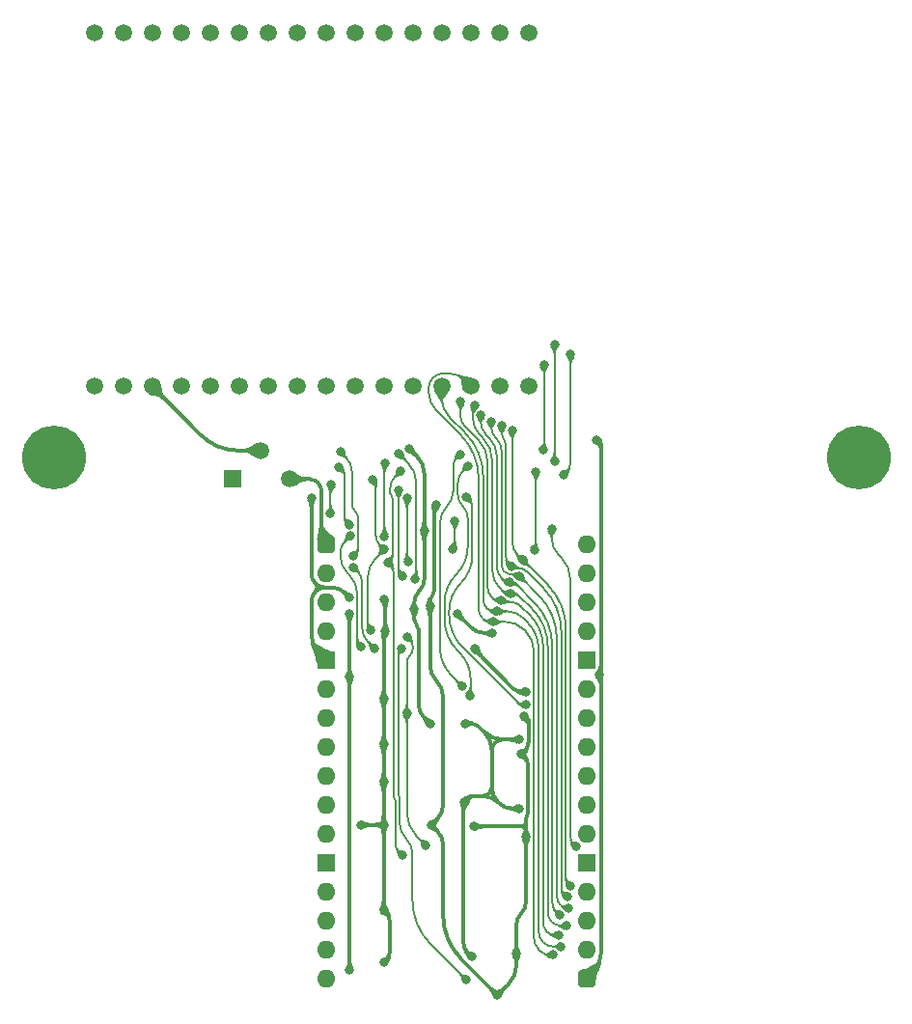
<source format=gbl>
%TF.GenerationSoftware,KiCad,Pcbnew,8.0.7*%
%TF.CreationDate,2025-01-29T11:04:43+02:00*%
%TF.ProjectId,LCD Display,4c434420-4469-4737-906c-61792e6b6963,V1*%
%TF.SameCoordinates,Original*%
%TF.FileFunction,Copper,L2,Bot*%
%TF.FilePolarity,Positive*%
%FSLAX46Y46*%
G04 Gerber Fmt 4.6, Leading zero omitted, Abs format (unit mm)*
G04 Created by KiCad (PCBNEW 8.0.7) date 2025-01-29 11:04:43*
%MOMM*%
%LPD*%
G01*
G04 APERTURE LIST*
G04 Aperture macros list*
%AMRoundRect*
0 Rectangle with rounded corners*
0 $1 Rounding radius*
0 $2 $3 $4 $5 $6 $7 $8 $9 X,Y pos of 4 corners*
0 Add a 4 corners polygon primitive as box body*
4,1,4,$2,$3,$4,$5,$6,$7,$8,$9,$2,$3,0*
0 Add four circle primitives for the rounded corners*
1,1,$1+$1,$2,$3*
1,1,$1+$1,$4,$5*
1,1,$1+$1,$6,$7*
1,1,$1+$1,$8,$9*
0 Add four rect primitives between the rounded corners*
20,1,$1+$1,$2,$3,$4,$5,0*
20,1,$1+$1,$4,$5,$6,$7,0*
20,1,$1+$1,$6,$7,$8,$9,0*
20,1,$1+$1,$8,$9,$2,$3,0*%
G04 Aperture macros list end*
%TA.AperFunction,ComponentPad*%
%ADD10C,5.600000*%
%TD*%
%TA.AperFunction,ComponentPad*%
%ADD11C,1.500000*%
%TD*%
%TA.AperFunction,ComponentPad*%
%ADD12R,1.500000X1.500000*%
%TD*%
%TA.AperFunction,ComponentPad*%
%ADD13O,1.600000X1.600000*%
%TD*%
%TA.AperFunction,ComponentPad*%
%ADD14R,1.600000X1.600000*%
%TD*%
%TA.AperFunction,ComponentPad*%
%ADD15RoundRect,0.400000X-0.400000X-0.400000X0.400000X-0.400000X0.400000X0.400000X-0.400000X0.400000X0*%
%TD*%
%TA.AperFunction,ViaPad*%
%ADD16C,0.800000*%
%TD*%
%TA.AperFunction,Conductor*%
%ADD17C,0.380000*%
%TD*%
%TA.AperFunction,Conductor*%
%ADD18C,0.200000*%
%TD*%
G04 APERTURE END LIST*
D10*
%TO.P,H1,1,GND*%
%TO.N,GND*%
X-23881986Y7620000D03*
%TD*%
D11*
%TO.P,DS1,32,LEDK*%
%TO.N,unconnected-(DS1-LEDK-Pad32)*%
X17780000Y44837000D03*
%TO.P,DS1,31,LEDA*%
%TO.N,unconnected-(DS1-LEDA-Pad31)*%
X15240000Y44837000D03*
%TO.P,DS1,30,DB7*%
%TO.N,unconnected-(DS1-DB7-Pad30)*%
X12700000Y44837000D03*
%TO.P,DS1,29,DB6*%
%TO.N,unconnected-(DS1-DB6-Pad29)*%
X10160000Y44837000D03*
%TO.P,DS1,28,DB5*%
%TO.N,unconnected-(DS1-DB5-Pad28)*%
X7620000Y44837000D03*
%TO.P,DS1,27,DB4*%
%TO.N,unconnected-(DS1-DB4-Pad27)*%
X5080000Y44837000D03*
%TO.P,DS1,26,DB3*%
%TO.N,unconnected-(DS1-DB3-Pad26)*%
X2540000Y44837000D03*
%TO.P,DS1,25,DB2*%
%TO.N,unconnected-(DS1-DB2-Pad25)*%
X0Y44837000D03*
%TO.P,DS1,24,DB1*%
%TO.N,unconnected-(DS1-DB1-Pad24)*%
X-2540000Y44837000D03*
%TO.P,DS1,23,DB0*%
%TO.N,unconnected-(DS1-DB0-Pad23)*%
X-5080000Y44837000D03*
%TO.P,DS1,22,E*%
%TO.N,unconnected-(DS1-E-Pad22)*%
X-7620000Y44837000D03*
%TO.P,DS1,21,R/~{W}*%
%TO.N,unconnected-(DS1-R{slash}~{W}-Pad21)*%
X-10160000Y44837000D03*
%TO.P,DS1,20,RS*%
%TO.N,unconnected-(DS1-RS-Pad20)*%
X-12700000Y44837000D03*
%TO.P,DS1,19,V_{O}*%
%TO.N,unconnected-(DS1-V_{O}-Pad19)*%
X-15240000Y44837000D03*
%TO.P,DS1,18,5V*%
%TO.N,unconnected-(DS1-5V-Pad18)*%
X-17780000Y44837000D03*
%TO.P,DS1,17,GND*%
%TO.N,unconnected-(DS1-GND-Pad17)*%
X-20320000Y44837000D03*
%TO.P,DS1,16,LEDK*%
%TO.N,unconnected-(DS1-LEDK-Pad16)*%
X17780000Y13837000D03*
%TO.P,DS1,15,LEDA*%
%TO.N,unconnected-(DS1-LEDA-Pad15)*%
X15240000Y13837000D03*
%TO.P,DS1,14,DB7*%
%TO.N,/DB7*%
X12700000Y13837000D03*
%TO.P,DS1,13,DB6*%
%TO.N,/DB6*%
X10160000Y13837000D03*
%TO.P,DS1,12,DB5*%
%TO.N,/DB5*%
X7620000Y13837000D03*
%TO.P,DS1,11,DB4*%
%TO.N,/DB4*%
X5080000Y13837000D03*
%TO.P,DS1,10,DB3*%
%TO.N,/DB3*%
X2540000Y13837000D03*
%TO.P,DS1,9,DB2*%
%TO.N,/DB2*%
X0Y13837000D03*
%TO.P,DS1,8,DB1*%
%TO.N,/DB1*%
X-2540000Y13837000D03*
%TO.P,DS1,7,DB0*%
%TO.N,/DB0*%
X-5080000Y13837000D03*
%TO.P,DS1,6,E*%
%TO.N,/E*%
X-7620000Y13837000D03*
%TO.P,DS1,5,R/~{W}*%
%TO.N,/R~{W}*%
X-10160000Y13837000D03*
%TO.P,DS1,4,RS*%
%TO.N,/RS*%
X-12700000Y13837000D03*
%TO.P,DS1,3,V_{O}*%
%TO.N,/V_{0}*%
X-15240000Y13837000D03*
%TO.P,DS1,2,5V*%
%TO.N,5V*%
X-17780000Y13837000D03*
%TO.P,DS1,1,GND*%
%TO.N,GND*%
X-20320000Y13837000D03*
%TD*%
D10*
%TO.P,H2,1,GND*%
%TO.N,GND*%
X46724029Y7620000D03*
%TD*%
D11*
%TO.P,VR1,3,VIN*%
%TO.N,5V*%
X-3215000Y5705000D03*
%TO.P,VR1,2,VOUT*%
%TO.N,/V_{0}*%
X-5715000Y8205000D03*
D12*
%TO.P,VR1,1,GND*%
%TO.N,GND*%
X-8215000Y5705000D03*
%TD*%
D13*
%TO.P,J1,32,Pin_32*%
%TO.N,unconnected-(J1-Pin_32-Pad32)*%
X22860000Y0D03*
%TO.P,J1,31,Pin_31*%
%TO.N,unconnected-(J1-Pin_31-Pad31)*%
X22860000Y-2540000D03*
%TO.P,J1,30,Pin_30*%
%TO.N,unconnected-(J1-Pin_30-Pad30)*%
X22860000Y-5080000D03*
%TO.P,J1,29,Pin_29*%
%TO.N,unconnected-(J1-Pin_29-Pad29)*%
X22860000Y-7620000D03*
D14*
%TO.P,J1,28,Pin_28*%
%TO.N,GND*%
X22860000Y-10160000D03*
D13*
%TO.P,J1,27,Pin_27*%
%TO.N,A0*%
X22860000Y-12700000D03*
%TO.P,J1,26,Pin_26*%
%TO.N,A1*%
X22860000Y-15240000D03*
%TO.P,J1,25,Pin_25*%
%TO.N,A2*%
X22860000Y-17780000D03*
%TO.P,J1,24,Pin_24*%
%TO.N,unconnected-(J1-Pin_24-Pad24)*%
X22860000Y-20320000D03*
%TO.P,J1,23,Pin_23*%
%TO.N,unconnected-(J1-Pin_23-Pad23)*%
X22860000Y-22860000D03*
%TO.P,J1,22,Pin_22*%
%TO.N,unconnected-(J1-Pin_22-Pad22)*%
X22860000Y-25400000D03*
D14*
%TO.P,J1,21,Pin_21*%
%TO.N,GND*%
X22860000Y-27940000D03*
D13*
%TO.P,J1,20,Pin_20*%
%TO.N,unconnected-(J1-Pin_20-Pad20)*%
X22860000Y-30480000D03*
%TO.P,J1,19,Pin_19*%
%TO.N,unconnected-(J1-Pin_19-Pad19)*%
X22860000Y-33020000D03*
%TO.P,J1,18,Pin_18*%
%TO.N,unconnected-(J1-Pin_18-Pad18)*%
X22860000Y-35560000D03*
D15*
%TO.P,J1,17,Pin_17*%
%TO.N,5V*%
X22860000Y-38100000D03*
D13*
%TO.P,J1,16,Pin_16*%
%TO.N,D7*%
X0Y-38100000D03*
%TO.P,J1,15,Pin_15*%
%TO.N,D6*%
X0Y-35560000D03*
%TO.P,J1,14,Pin_14*%
%TO.N,D5*%
X0Y-33020000D03*
%TO.P,J1,13,Pin_13*%
%TO.N,D4*%
X0Y-30480000D03*
D14*
%TO.P,J1,12,Pin_12*%
%TO.N,GND*%
X0Y-27940000D03*
D13*
%TO.P,J1,11,Pin_11*%
%TO.N,D3*%
X0Y-25400000D03*
%TO.P,J1,10,Pin_10*%
%TO.N,D2*%
X0Y-22860000D03*
%TO.P,J1,9,Pin_9*%
%TO.N,D1*%
X0Y-20320000D03*
%TO.P,J1,8,Pin_8*%
%TO.N,D0*%
X0Y-17780000D03*
%TO.P,J1,7,Pin_7*%
%TO.N,unconnected-(J1-Pin_7-Pad7)*%
X0Y-15240000D03*
%TO.P,J1,6,Pin_6*%
%TO.N,Device ~{CS}*%
X0Y-12700000D03*
D14*
%TO.P,J1,5,Pin_5*%
%TO.N,GND*%
X0Y-10160000D03*
D13*
%TO.P,J1,4,Pin_4*%
%TO.N,~{WD}*%
X0Y-7620000D03*
%TO.P,J1,3,Pin_3*%
%TO.N,~{RD}*%
X0Y-5080000D03*
%TO.P,J1,2,Pin_2*%
%TO.N,unconnected-(J1-Pin_2-Pad2)*%
X0Y-2540000D03*
D15*
%TO.P,J1,1,Pin_1*%
%TO.N,5V*%
X0Y0D03*
%TD*%
D16*
%TO.N,GND*%
X12954000Y-24765000D03*
X11515000Y-6096000D03*
X-1270006Y4064000D03*
X14601594Y-7807882D03*
X2075000Y-4699000D03*
%TO.N,5V*%
X2075004Y-37338000D03*
X23976971Y-11469440D03*
X23748996Y9148000D03*
X13102003Y-9144000D03*
X2075000Y-6096000D03*
X17526000Y-12954000D03*
X2075003Y-11658434D03*
%TO.N,/3.3V*%
X12787000Y-36180771D03*
X16983000Y-17145000D03*
X9144002Y-15749001D03*
X7310495Y8393000D03*
X12178001Y-22606000D03*
X7746990Y-5715000D03*
X8639478Y1124000D03*
X12192000Y-15748000D03*
X16953817Y-23190317D03*
%TO.N,/RS*%
X20066000Y17526002D03*
X20066000Y7239000D03*
%TO.N,/R~{W}*%
X20828000Y6096000D03*
X21463000Y16637000D03*
%TO.N,/E*%
X19050000Y8254998D03*
X19123110Y15694111D03*
%TO.N,/DB0*%
X21460974Y-30000000D03*
X17270556Y-1397000D03*
X16363436Y9992615D03*
%TO.N,/DB1*%
X16298726Y-1946511D03*
X21178064Y-30959148D03*
X15436485Y10373000D03*
%TO.N,/DB2*%
X16987222Y-2825000D03*
X14519041Y10773000D03*
X21321448Y-31948818D03*
%TO.N,/DB3*%
X13589000Y11303000D03*
X20525132Y-32553704D03*
X16117204Y-3354685D03*
%TO.N,/DB4*%
X21119195Y-33483366D03*
X16176800Y-4352910D03*
X13034275Y12135037D03*
%TO.N,/DB5*%
X15369060Y-4942453D03*
X11811000Y12516287D03*
X20447004Y-34290000D03*
%TO.N,/DB6*%
X20645143Y-35302252D03*
X15055039Y-5891872D03*
%TO.N,/DB7*%
X19939896Y-36011217D03*
X14657455Y-6809441D03*
%TO.N,/E_{Latch}*%
X11997445Y-12487785D03*
X11795248Y7889752D03*
%TO.N,/RS_{Latch}*%
X12446000Y6858000D03*
X12606435Y-13301565D03*
%TO.N,/R~{W}_{Latch}*%
X7112000Y-14859000D03*
X18415000Y6350000D03*
X18288000Y-508000D03*
X7112000Y-8128000D03*
X8763000Y-26416000D03*
%TO.N,/WD\u00B7CS*%
X1143000Y6731000D03*
X2028080Y1713000D03*
X19812000Y1348000D03*
X21970091Y-26544168D03*
%TO.N,/(RD+WD)\u00B7CS*%
X17526000Y-14097000D03*
X12326000Y4127500D03*
%TO.N,Device ~{CS}*%
X2134135Y718637D03*
X3048000Y-9017000D03*
%TO.N,/CS*%
X5206998Y7112000D03*
X5135940Y697102D03*
%TO.N,~{WD}*%
X4092000Y5656527D03*
X5112019Y-475991D03*
X3956480Y-7538530D03*
%TO.N,/WD*%
X2430000Y-1016000D03*
X1276459Y8100000D03*
%TO.N,/RD\u00B7CS*%
X6547529Y6377000D03*
X6731000Y-27305000D03*
X5451430Y-1606112D03*
%TO.N,/~{RD}+~{CS}*%
X6666000Y-9140898D03*
X4250809Y-9140892D03*
X12319000Y-38227000D03*
X2430010Y-2032000D03*
%TO.N,/RD*%
X6420609Y7921758D03*
X7799482Y-3066000D03*
%TO.N,~{RD}*%
X6731000Y-2794000D03*
X6379821Y4711000D03*
%TO.N,/RD+WD*%
X7149195Y4019366D03*
X7185000Y-1524000D03*
%TO.N,/~{RD}\u00B7~{WD}*%
X11303000Y2032000D03*
X475880Y5234500D03*
X11148000Y-414645D03*
X409000Y2669875D03*
%TO.N,GND*%
X9144000Y-5461000D03*
X15049501Y-39560501D03*
X5130000Y-4826000D03*
X5080000Y-32131000D03*
X17553933Y-25681933D03*
X9652003Y3428997D03*
X5090809Y-13588996D03*
X5079996Y-20883996D03*
X3048000Y-24638000D03*
X17145000Y-18415000D03*
X5079996Y-24637992D03*
X5080003Y-17581534D03*
X17399000Y-15113000D03*
X9253927Y-24638086D03*
X5207000Y-7620000D03*
X16714000Y-35941000D03*
X5080000Y-36703000D03*
%TD*%
D17*
%TO.N,/3.3V*%
X14560000Y-18132828D02*
G75*
G03*
X13861499Y-16446501I-2384830J-2D01*
G01*
X15547828Y-17145000D02*
G75*
G03*
X14560000Y-18132828I-28J-987800D01*
G01*
X13861500Y-16446500D02*
G75*
G03*
X15547828Y-17144988I1686300J1686300D01*
G01*
X7974986Y7728508D02*
G75*
G02*
X8639477Y6124284I-1604186J-1604208D01*
G01*
X8128000Y-14014577D02*
G75*
G03*
X8636000Y-15241001I1734420J-3D01*
G01*
X13787615Y-22098000D02*
G75*
G03*
X14560000Y-21325615I-15J772400D01*
G01*
X15106158Y-22644158D02*
G75*
G03*
X13787615Y-22097989I-1318558J-1318542D01*
G01*
X14560000Y-21325615D02*
G75*
G03*
X15106166Y-22644150I1864700J15D01*
G01*
X12065000Y-34948239D02*
G75*
G03*
X12426000Y-35819771I1232530J-1D01*
G01*
X8151097Y-4167902D02*
G75*
G03*
X7746993Y-5143505I975603J-975598D01*
G01*
X7937495Y-7048495D02*
G75*
G02*
X8127997Y-7508414I-459895J-459905D01*
G01*
X13045211Y-22098000D02*
G75*
G03*
X12431997Y-22351996I-11J-867200D01*
G01*
X7746990Y-6588575D02*
G75*
G03*
X7937486Y-7048504I650410J-25D01*
G01*
X8639478Y-3048437D02*
G75*
G02*
X8193233Y-4125765I-1523588J7D01*
G01*
X12121500Y-22662500D02*
G75*
G03*
X12065001Y-22798904I136400J-136400D01*
G01*
X15192167Y-22730167D02*
G75*
G03*
X16303067Y-23190350I1110933J1110867D01*
G01*
X13506300Y-16091300D02*
G75*
G03*
X12677500Y-15748000I-828800J-828800D01*
G01*
%TO.N,5V*%
X23939498Y8957498D02*
G75*
G02*
X24129994Y8497585I-459898J-459898D01*
G01*
X24130000Y-35931974D02*
G75*
G02*
X23495001Y-37465001I-2168040J4D01*
G01*
X-693500Y5392500D02*
G75*
G02*
X-381000Y4638058I-754441J-754442D01*
G01*
X24053485Y-11545954D02*
G75*
G02*
X24130027Y-11730676I-184685J-184746D01*
G01*
X24130000Y-11208203D02*
G75*
G02*
X24053476Y-11392916I-261200J3D01*
G01*
X13102003Y-9218001D02*
G75*
G03*
X13154321Y-9344337I178697J1D01*
G01*
X16494592Y-12684592D02*
G75*
G03*
X17145000Y-12954005I650408J650392D01*
G01*
X-693500Y5392500D02*
G75*
G03*
X-1447941Y5705000I-754444J-754448D01*
G01*
%TO.N,GND*%
X1630500Y-4254500D02*
G75*
G03*
X557382Y-3810000I-1073115J-1073111D01*
G01*
X9144000Y-10621776D02*
G75*
G03*
X9715497Y-12001503I1951230J-4D01*
G01*
X17140875Y-24765000D02*
G75*
G03*
X17554000Y-24351942I25J413100D01*
G01*
X17553933Y-25178058D02*
G75*
G03*
X17140875Y-24765067I-413033J-42D01*
G01*
X9715500Y-12001500D02*
G75*
G02*
X10286990Y-13381223I-1379700J-1379700D01*
G01*
X5588000Y-35835789D02*
G75*
G02*
X5334003Y-36449003I-867200J-11D01*
G01*
X9770463Y-25154622D02*
G75*
G02*
X10287024Y-26401651I-1247063J-1247078D01*
G01*
X17553933Y-31382144D02*
G75*
G02*
X17133964Y-32396031I-1433853J4D01*
G01*
X17586000Y-15300000D02*
G75*
G02*
X17773017Y-15751457I-451500J-451500D01*
G01*
X17743817Y-23614731D02*
G75*
G02*
X17648852Y-23843919I-324117J31D01*
G01*
X-1270006Y-2589408D02*
G75*
G03*
X-912500Y-3452500I1220601J3D01*
G01*
X17133966Y-32396033D02*
G75*
G03*
X16713999Y-33409922I1013834J-1013867D01*
G01*
X17444408Y-18714408D02*
G75*
G02*
X17743794Y-19437244I-722808J-722792D01*
G01*
X17648875Y-23843942D02*
G75*
G03*
X17553974Y-24073152I229225J-229158D01*
G01*
X5168500Y-4864500D02*
G75*
G02*
X5206980Y-4957447I-92900J-92900D01*
G01*
X5090809Y-17563087D02*
G75*
G02*
X5085405Y-17576130I-18409J-13D01*
G01*
X-1270000Y-7991974D02*
G75*
G03*
X-635001Y-9525001I2168040J4D01*
G01*
X10287000Y-22874520D02*
G75*
G02*
X9770464Y-24121550I-1763570J0D01*
G01*
X9334500Y-4508500D02*
G75*
G03*
X9144003Y-4968407I459900J-459900D01*
G01*
X10287000Y-32544036D02*
G75*
G03*
X11880790Y-36391794I5441550J-4D01*
G01*
X12740847Y-7321847D02*
G75*
G03*
X13914238Y-7807867I1173353J1173347D01*
G01*
X9525000Y-4048592D02*
G75*
G02*
X9334502Y-4508502I-650400J-8D01*
G01*
X9588501Y3365495D02*
G75*
G03*
X9525005Y3212189I153299J-153295D01*
G01*
X17773000Y-17342936D02*
G75*
G02*
X17458989Y-18100989I-1072100J36D01*
G01*
X5148904Y-7678095D02*
G75*
G03*
X5090856Y-7818350I140296J-140205D01*
G01*
X-912500Y-4167500D02*
G75*
G03*
X-912500Y-3452500I-357498J357500D01*
G01*
X-49418Y-3810000D02*
G75*
G03*
X-912500Y-4167500I0J-1220583D01*
G01*
X-912500Y-3452500D02*
G75*
G03*
X-49418Y-3810000I863087J863094D01*
G01*
X16714000Y-36918501D02*
G75*
G02*
X16022803Y-38587200I-2359900J1D01*
G01*
X5334000Y-32385000D02*
G75*
G02*
X5587996Y-32998210I-613200J-613200D01*
G01*
X-912500Y-4167500D02*
G75*
G03*
X-1270000Y-5030581I863085J-863083D01*
G01*
X17553933Y-24351942D02*
X17553933Y-25178058D01*
D18*
%TO.N,/~{RD}\u00B7~{WD}*%
X442440Y5201060D02*
G75*
G03*
X408988Y5120328I80760J-80760D01*
G01*
X11303000Y-150043D02*
G75*
G02*
X11225478Y-337123I-264600J43D01*
G01*
%TO.N,/RD+WD*%
X7112000Y-1399381D02*
G75*
G03*
X7148494Y-1487506I124600J-19D01*
G01*
X7130597Y4000768D02*
G75*
G03*
X7112022Y3955870I44903J-44868D01*
G01*
%TO.N,~{RD}*%
X6379821Y-2194499D02*
G75*
G03*
X6555414Y-2618406I599479J-1D01*
G01*
%TO.N,/RD*%
X7935000Y-2834656D02*
G75*
G02*
X7867254Y-2998254I-231300J-44D01*
G01*
X7177804Y7164562D02*
G75*
G02*
X7934999Y5336530I-1828034J-1828032D01*
G01*
%TO.N,/~{RD}+~{CS}*%
X6484001Y-24507510D02*
G75*
G03*
X7042513Y-25855834I1906799J10D01*
G01*
X6369000Y-22019584D02*
G75*
G03*
X6426496Y-22158406I196300J-16D01*
G01*
X7042500Y-25855847D02*
G75*
G02*
X7601022Y-27204184I-1348300J-1348353D01*
G01*
X6517500Y-9289398D02*
G75*
G03*
X6369003Y-9647908I358500J-358502D01*
G01*
X7601000Y-31255038D02*
G75*
G03*
X9194792Y-35102795I5441550J-2D01*
G01*
X3175000Y-7304371D02*
G75*
G03*
X3712907Y-8602984I1836510J1D01*
G01*
X2802505Y-2404495D02*
G75*
G02*
X3175001Y-3303777I-899285J-899285D01*
G01*
X6426500Y-22158402D02*
G75*
G02*
X6483991Y-22297220I-138800J-138798D01*
G01*
%TO.N,/RD\u00B7CS*%
X5835940Y-949712D02*
G75*
G02*
X5643687Y-1413859I-656440J12D01*
G01*
X5655584Y4502106D02*
G75*
G03*
X5745753Y4284389I307916J-6D01*
G01*
X6048197Y5877668D02*
G75*
G03*
X5655558Y4929815I947803J-947868D01*
G01*
X5689421Y-1844103D02*
G75*
G02*
X5927449Y-2418664I-574521J-574597D01*
G01*
X5927412Y-22114274D02*
G75*
G03*
X6005699Y-22303301I267288J-26D01*
G01*
X6084001Y-26200503D02*
G75*
G03*
X6407501Y-26981499I1104499J3D01*
G01*
X6005706Y-22303294D02*
G75*
G02*
X6083995Y-22492314I-189006J-189006D01*
G01*
X5745762Y4284398D02*
G75*
G02*
X5835917Y4066689I-217762J-217698D01*
G01*
%TO.N,/WD*%
X1781229Y7595229D02*
G75*
G02*
X2286002Y6376605I-1218629J-1218629D01*
G01*
X2834135Y-326098D02*
G75*
G02*
X2632075Y-813940I-689935J-2D01*
G01*
X2560067Y2900932D02*
G75*
G02*
X2834138Y2239275I-661657J-661662D01*
G01*
X2286000Y3562589D02*
G75*
G03*
X2560069Y2900934I935720J1D01*
G01*
%TO.N,~{WD}*%
X4397509Y-1190500D02*
G75*
G03*
X3683003Y-2915479I1724971J-1724970D01*
G01*
X4388000Y759986D02*
G75*
G03*
X4750007Y-113983I1235970J-6D01*
G01*
X3683000Y-7071670D02*
G75*
G03*
X3819740Y-7401790I466860J0D01*
G01*
X4240000Y5508527D02*
G75*
G02*
X4388018Y5151223I-357300J-357327D01*
G01*
%TO.N,/CS*%
X5171469Y7076471D02*
G75*
G03*
X5135930Y6990696I85731J-85771D01*
G01*
%TO.N,Device ~{CS}*%
X2022500Y-2657500D02*
G75*
G02*
X2775002Y-4474195I-1816700J-1816700D01*
G01*
X1270000Y-1025249D02*
G75*
G03*
X1892078Y-2527076I2123900J-1D01*
G01*
X1702067Y286569D02*
G75*
G03*
X1269999Y-756533I1043093J-1043099D01*
G01*
X2775000Y-8550959D02*
G75*
G03*
X2911500Y-8880500I466040J-1D01*
G01*
%TO.N,/(RD+WD)\u00B7CS*%
X12586000Y3867500D02*
G75*
G02*
X12846002Y3239804I-627700J-627700D01*
G01*
X10815000Y-6169000D02*
G75*
G03*
X12034763Y-9113755I4164500J0D01*
G01*
X16838394Y-13917394D02*
G75*
G03*
X17272000Y-14097003I433606J433594D01*
G01*
X12846000Y-976866D02*
G75*
G02*
X11830498Y-3428498I-3467140J6D01*
G01*
X11830500Y-3428500D02*
G75*
G03*
X10815014Y-5880133I2451600J-2451600D01*
G01*
%TO.N,/WD\u00B7CS*%
X1397000Y6477000D02*
G75*
G02*
X1650997Y5863789I-613220J-613210D01*
G01*
X21463000Y-25678509D02*
G75*
G03*
X21716541Y-26290626I865700J9D01*
G01*
X19812000Y505449D02*
G75*
G03*
X20407773Y-932875I2034100J1D01*
G01*
X20637500Y-1162602D02*
G75*
G02*
X21462985Y-3155535I-1992900J-1992898D01*
G01*
X1651000Y2356715D02*
G75*
G03*
X1839540Y1901540I643700J-5D01*
G01*
%TO.N,/R~{W}_{Latch}*%
X7366000Y-9779000D02*
G75*
G03*
X7112004Y-10392210I613200J-613200D01*
G01*
X18415000Y-291197D02*
G75*
G02*
X18351501Y-444501I-216800J-3D01*
G01*
X7366000Y-8382000D02*
G75*
G02*
X7619996Y-8995210I-613200J-613200D01*
G01*
X7620000Y-9165789D02*
G75*
G02*
X7366003Y-9779003I-867200J-11D01*
G01*
X7112000Y-23597566D02*
G75*
G03*
X7937499Y-25590501I2818430J-4D01*
G01*
%TO.N,/RS_{Latch}*%
X11576000Y4361521D02*
G75*
G03*
X12010986Y3311325I1485200J-21D01*
G01*
X11430500Y-2666500D02*
G75*
G03*
X10415014Y-5118133I2451600J-2451600D01*
G01*
X10415000Y-6584381D02*
G75*
G03*
X11556219Y-9339539I3896370J-9D01*
G01*
X11732316Y-9515630D02*
G75*
G02*
X12697447Y-11845657I-2330026J-2330030D01*
G01*
X12011000Y6423000D02*
G75*
G03*
X11575993Y5372817I1050200J-1050200D01*
G01*
X12011000Y3311339D02*
G75*
G02*
X12445964Y2261156I-1050200J-1050139D01*
G01*
X12446000Y-214866D02*
G75*
G02*
X11430498Y-2666498I-3467140J6D01*
G01*
X12697445Y-13146201D02*
G75*
G02*
X12651936Y-13256056I-155345J1D01*
G01*
%TO.N,/E_{Latch}*%
X10015000Y-9103539D02*
G75*
G03*
X11006221Y-11496563I3384250J-1D01*
G01*
X10595500Y3268153D02*
G75*
G03*
X10015013Y1866702I1401500J-1401453D01*
G01*
X11176000Y4669603D02*
G75*
G02*
X10595512Y3268141I-1982000J-3D01*
G01*
X11485624Y7580128D02*
G75*
G03*
X11175973Y6832629I747476J-747528D01*
G01*
%TO.N,/DB7*%
X12125500Y14411500D02*
G75*
G03*
X10738534Y14986014I-1387000J-1387000D01*
G01*
X13833122Y-6594122D02*
G75*
G03*
X14352948Y-6809408I519778J519822D01*
G01*
X18830416Y-35721416D02*
G75*
G03*
X19530056Y-36011255I699684J699616D01*
G01*
X18263000Y-34547856D02*
G75*
G03*
X18691606Y-35582610I1463360J-4D01*
G01*
X13402095Y-5706059D02*
G75*
G03*
X13725269Y-6486267I1103375J-1D01*
G01*
X10317815Y14986000D02*
G75*
G03*
X9397995Y14605005I-15J-1300800D01*
G01*
X17489220Y-7583220D02*
G75*
G02*
X18263022Y-9451289I-1868020J-1868080D01*
G01*
X17443048Y-7537048D02*
G75*
G03*
X15686448Y-6809440I-1756598J-1756592D01*
G01*
X9398000Y14605000D02*
G75*
G03*
X9017006Y13685184I919800J-919800D01*
G01*
X11808302Y9602597D02*
G75*
G02*
X13402094Y5754841I-3847762J-3847757D01*
G01*
X9017000Y13308950D02*
G75*
G03*
X9664040Y11746863I2209120J0D01*
G01*
%TO.N,/DB6*%
X14169589Y-5660589D02*
G75*
G03*
X14727955Y-5891897I558411J558389D01*
G01*
X17306787Y-6480037D02*
G75*
G03*
X15886830Y-5891852I-1419987J-1419963D01*
G01*
X19045126Y-34920126D02*
G75*
G03*
X19967659Y-35302283I922574J922526D01*
G01*
X10160000Y12826792D02*
G75*
G03*
X10874340Y11102276I2438800J8D01*
G01*
X13802095Y-4869695D02*
G75*
G03*
X14101475Y-5592491I1022205J-5D01*
G01*
X18663000Y-33997592D02*
G75*
G03*
X19045114Y-34920138I1304700J-8D01*
G01*
X17690811Y-6864061D02*
G75*
G02*
X18662965Y-9211132I-2347111J-2347039D01*
G01*
X12208302Y9768282D02*
G75*
G02*
X13802097Y5920526I-3847762J-3847762D01*
G01*
%TO.N,/DB5*%
X19415590Y-34020590D02*
G75*
G03*
X20066002Y-34290005I650410J650390D01*
G01*
X11811000Y11221392D02*
G75*
G03*
X12150008Y10402982I1157400J8D01*
G01*
X14202095Y-3839050D02*
G75*
G03*
X14525276Y-4619272I1103395J0D01*
G01*
X17897048Y-6218862D02*
G75*
G02*
X19062989Y-9033719I-2814848J-2814838D01*
G01*
X14664390Y-4758390D02*
G75*
G03*
X15108756Y-4942477I444410J444390D01*
G01*
X13345547Y9196722D02*
G75*
G02*
X14202130Y7128833I-2067847J-2067922D01*
G01*
X12489000Y10058622D02*
G75*
G03*
X12492778Y10049479I12900J-22D01*
G01*
X12485215Y10067758D02*
G75*
G02*
X12489021Y10058622I-9115J-9158D01*
G01*
X17173595Y-5495409D02*
G75*
G03*
X16105306Y-5052906I-1068295J-1068291D01*
G01*
X15424288Y-4997681D02*
G75*
G03*
X15557621Y-5052880I133312J133381D01*
G01*
X19063000Y-33228179D02*
G75*
G03*
X19373994Y-33979006I1061800J-21D01*
G01*
%TO.N,/DB4*%
X12889000Y11104358D02*
G75*
G03*
X13515076Y9592881I2137550J2D01*
G01*
X19805683Y-33140683D02*
G75*
G03*
X20632992Y-33483379I827317J827283D01*
G01*
X16978781Y-4562390D02*
G75*
G03*
X16473050Y-4352868I-505781J-505710D01*
G01*
X12961637Y12062399D02*
G75*
G03*
X12888974Y11887037I175363J-175399D01*
G01*
X14602095Y-2337132D02*
G75*
G03*
X15192504Y-3762500I2015775J2D01*
G01*
X18116150Y-5699759D02*
G75*
G02*
X19462999Y-8951341I-3251580J-3251581D01*
G01*
X13745547Y9362407D02*
G75*
G02*
X14602120Y7294518I-2067847J-2067907D01*
G01*
X19463000Y-32313373D02*
G75*
G03*
X19805668Y-33140698I1170000J-27D01*
G01*
X15643648Y-4213648D02*
G75*
G03*
X15979855Y-4352929I336252J336248D01*
G01*
%TO.N,/DB3*%
X19863000Y-31423373D02*
G75*
G03*
X20194059Y-32222645I1130300J-27D01*
G01*
X14295547Y9378093D02*
G75*
G02*
X15002123Y7672336I-1705747J-1705793D01*
G01*
X16672554Y-3499744D02*
G75*
G03*
X16322349Y-3354706I-350154J-350156D01*
G01*
X18269207Y-5096397D02*
G75*
G02*
X19863004Y-8944153I-3847757J-3847763D01*
G01*
X13589000Y10693820D02*
G75*
G03*
X14019742Y9653874I1470700J-20D01*
G01*
X15002095Y-1991406D02*
G75*
G03*
X15401388Y-2955392I1363305J6D01*
G01*
X15688778Y-3242778D02*
G75*
G03*
X15958944Y-3354650I270122J270178D01*
G01*
%TO.N,/DB2*%
X16902064Y-2739842D02*
G75*
G03*
X16696476Y-2654693I-205564J-205558D01*
G01*
X14960567Y9278756D02*
G75*
G02*
X15402097Y8212816I-1065967J-1065956D01*
G01*
X15402095Y-1868408D02*
G75*
G03*
X15632388Y-2424392I786305J8D01*
G01*
X18669207Y-4478985D02*
G75*
G02*
X20262999Y-8326741I-3847757J-3847755D01*
G01*
X14519041Y10246642D02*
G75*
G03*
X14891232Y9348092I1270739J-2D01*
G01*
X20263000Y-30898401D02*
G75*
G03*
X20570664Y-31641154I1050400J1D01*
G01*
X17025121Y-2834899D02*
G75*
G03*
X17001222Y-2824985I-23921J-23901D01*
G01*
X20721650Y-31792148D02*
G75*
G03*
X21099884Y-31948825I378250J378248D01*
G01*
X15632390Y-2424390D02*
G75*
G03*
X16188371Y-2654703I556010J555990D01*
G01*
%TO.N,/DB1*%
X16373970Y-2021755D02*
G75*
G03*
X16555626Y-2096981I181630J181655D01*
G01*
X17611558Y-2400608D02*
G75*
G03*
X16878582Y-2097017I-732958J-732992D01*
G01*
X15436485Y9627058D02*
G75*
G03*
X15619313Y9185755I624115J42D01*
G01*
X15802093Y-1098705D02*
G75*
G03*
X16050411Y-1698192I847807J5D01*
G01*
X19069207Y-3858257D02*
G75*
G02*
X20663004Y-7706013I-3847757J-3847763D01*
G01*
X15619289Y9185731D02*
G75*
G02*
X15802107Y8744403I-441289J-441331D01*
G01*
X20663000Y-30079878D02*
G75*
G03*
X20920515Y-30701633I879300J-22D01*
G01*
%TO.N,/DB0*%
X19469207Y-3594223D02*
G75*
G02*
X21063000Y-7441979I-3847757J-3847757D01*
G01*
X16363436Y151550D02*
G75*
G03*
X16816997Y-943439I1548544J0D01*
G01*
X17272488Y-1397504D02*
G75*
G03*
X17271270Y-1397015I-1188J-1196D01*
G01*
X21063000Y-29320615D02*
G75*
G03*
X21261992Y-29801008I679400J15D01*
G01*
%TO.N,/E*%
X19177000Y8471800D02*
G75*
G02*
X19113500Y8318498I-216800J0D01*
G01*
X19150055Y15667166D02*
G75*
G02*
X19177009Y15602115I-65055J-65066D01*
G01*
%TO.N,/R~{W}*%
X21463000Y7180012D02*
G75*
G02*
X21145504Y6413496I-1084000J-12D01*
G01*
D17*
%TO.N,/V_{0}*%
X-10984383Y9581383D02*
G75*
G03*
X-7661500Y8205000I3322882J3322882D01*
G01*
%TO.N,5V*%
X23939498Y8957498D02*
X23748996Y9148000D01*
X23976971Y-11469440D02*
X24053485Y-11392925D01*
X24130000Y8497585D02*
X24130000Y-11208203D01*
X23495000Y-37465000D02*
X22860000Y-38100000D01*
X24130000Y-35931974D02*
X24130000Y-11730676D01*
X23976971Y-11469440D02*
X24053485Y-11545954D01*
X2075003Y-37337999D02*
X2075004Y-37338000D01*
X2075003Y-11658434D02*
X2075003Y-37337999D01*
D18*
%TO.N,/RD\u00B7CS*%
X6731000Y-27305000D02*
X6407500Y-26981500D01*
X6084001Y-26200503D02*
X6084001Y-22492314D01*
X5927412Y-2418664D02*
X5927412Y-22114274D01*
%TO.N,/~{RD}+~{CS}*%
X6369000Y-22019584D02*
X6369000Y-9647908D01*
X12319000Y-38227000D02*
X9194793Y-35102794D01*
X6484001Y-24507510D02*
X6484001Y-22297220D01*
X7601000Y-27204184D02*
X7601000Y-31255038D01*
X6517500Y-9289398D02*
X6666000Y-9140898D01*
X3175000Y-7304371D02*
X3175000Y-3303777D01*
X2430010Y-2032000D02*
X2802505Y-2404495D01*
X4250809Y-9140892D02*
X3712904Y-8602987D01*
%TO.N,Device ~{CS}*%
X3048000Y-9017000D02*
X2911500Y-8880500D01*
X2775000Y-4474195D02*
X2775000Y-8550959D01*
X2022500Y-2657500D02*
X1892077Y-2527077D01*
X1270000Y-1025249D02*
X1270000Y-756533D01*
X2134135Y718637D02*
X1702067Y286569D01*
D17*
%TO.N,5V*%
X2075000Y-11658431D02*
X2075003Y-11658434D01*
X2075000Y-11658431D02*
X2075000Y-6096000D01*
%TO.N,GND*%
X557382Y-3810000D02*
X-49418Y-3810000D01*
X1630500Y-4254500D02*
X2075000Y-4699000D01*
D18*
%TO.N,/DB5*%
X20066002Y-34290000D02*
X20447004Y-34290000D01*
X19415590Y-34020590D02*
X19374000Y-33979000D01*
X19063000Y-9033719D02*
X19063000Y-33228179D01*
X15369060Y-4942453D02*
X15424288Y-4997681D01*
X16105306Y-5052910D02*
X15557621Y-5052910D01*
X17897048Y-6218862D02*
X17173595Y-5495409D01*
%TO.N,/DB4*%
X19463000Y-8951341D02*
X19463000Y-32313373D01*
X16978781Y-4562390D02*
X18116150Y-5699759D01*
X16473050Y-4352910D02*
X16176800Y-4352910D01*
X21119195Y-33483366D02*
X20632992Y-33483366D01*
%TO.N,/DB6*%
X17306787Y-6480037D02*
X17690811Y-6864061D01*
X18663000Y-33997592D02*
X18663000Y-9211132D01*
X15886830Y-5891872D02*
X15055039Y-5891872D01*
X20645143Y-35302252D02*
X19967659Y-35302252D01*
%TO.N,/DB7*%
X17489220Y-7583220D02*
X17443048Y-7537048D01*
X14657455Y-6809441D02*
X15686448Y-6809441D01*
X18830416Y-35721416D02*
X18691608Y-35582608D01*
X19530056Y-36011217D02*
X19939896Y-36011217D01*
X18263000Y-34547856D02*
X18263000Y-9451289D01*
%TO.N,/E*%
X19113500Y8318498D02*
X19050000Y8254998D01*
X19123110Y15694111D02*
X19150055Y15667166D01*
X19177000Y8471800D02*
X19177000Y15602115D01*
%TO.N,/R~{W}*%
X20828000Y6096000D02*
X21145500Y6413500D01*
X21463000Y16637000D02*
X21463000Y7180012D01*
%TO.N,/RS*%
X20066000Y7239000D02*
X20066000Y17526002D01*
D17*
%TO.N,GND*%
X-1270006Y-2589408D02*
X-1270006Y4064000D01*
%TO.N,5V*%
X-1447941Y5705000D02*
X-3215000Y5705000D01*
X-381000Y4638058D02*
X-381000Y381000D01*
D18*
%TO.N,/~{RD}\u00B7~{WD}*%
X475880Y5234500D02*
X442440Y5201060D01*
X409000Y5120328D02*
X409000Y2669875D01*
D17*
%TO.N,GND*%
X-635000Y-9525000D02*
X0Y-10160000D01*
X-1270000Y-7991974D02*
X-1270000Y-5030581D01*
D18*
%TO.N,/DB6*%
X13802095Y-4869695D02*
X13802095Y5920526D01*
X10874324Y11102260D02*
X12208302Y9768282D01*
X14169589Y-5660589D02*
X14101483Y-5592483D01*
X10160000Y12826792D02*
X10160000Y13837000D01*
X14727955Y-5891872D02*
X15055039Y-5891872D01*
%TO.N,/DB7*%
X12125500Y14411500D02*
X12700000Y13837000D01*
X10738534Y14986000D02*
X10317815Y14986000D01*
X11808302Y9602597D02*
X9664038Y11746861D01*
X9017000Y13685184D02*
X9017000Y13308950D01*
X13402095Y-5706059D02*
X13402095Y5754841D01*
X13833122Y-6594122D02*
X13725268Y-6486268D01*
X14657455Y-6809441D02*
X14352948Y-6809441D01*
%TO.N,/DB2*%
X16902064Y-2739842D02*
X16987222Y-2825000D01*
X16696476Y-2654685D02*
X16188371Y-2654685D01*
X14960567Y9278756D02*
X14891232Y9348092D01*
X14519041Y10246642D02*
X14519041Y10773000D01*
X15402095Y8212816D02*
X15402095Y-1868408D01*
%TO.N,/DB3*%
X16117204Y-3354685D02*
X15958944Y-3354685D01*
X15401390Y-2955390D02*
X15688778Y-3242778D01*
X15002095Y7672336D02*
X15002095Y-1991406D01*
X14295547Y9378093D02*
X14019754Y9653886D01*
X13589000Y11303000D02*
X13589000Y10693820D01*
%TO.N,/DB4*%
X15979855Y-4352910D02*
X16176800Y-4352910D01*
X15192502Y-3762502D02*
X15643648Y-4213648D01*
X12889000Y11104358D02*
X12889000Y11887037D01*
X13515074Y9592879D02*
X13745547Y9362407D01*
%TO.N,/DB5*%
X15369060Y-4942453D02*
X15108756Y-4942453D01*
%TO.N,/DB4*%
X12961637Y12062399D02*
X13034275Y12135037D01*
X14602095Y-2337132D02*
X14602095Y7294518D01*
%TO.N,/DB5*%
X14525274Y-4619274D02*
X14664390Y-4758390D01*
X14202095Y-3839050D02*
X14202095Y7128833D01*
X12149999Y10402973D02*
X12485215Y10067758D01*
X13345547Y9196722D02*
X12492784Y10049485D01*
X11811000Y12516287D02*
X11811000Y11221392D01*
%TO.N,/E_{Latch}*%
X11795248Y7889752D02*
X11485624Y7580128D01*
X11176000Y4669603D02*
X11176000Y6832629D01*
X10015000Y-9103539D02*
X10015000Y1866702D01*
X11006222Y-11496562D02*
X11997445Y-12487785D01*
%TO.N,/RS_{Latch}*%
X11576000Y4361521D02*
X11576000Y5372817D01*
X12446000Y2261156D02*
X12446000Y-214866D01*
X10415000Y-5118133D02*
X10415000Y-6584381D01*
X12011000Y6423000D02*
X12446000Y6858000D01*
X12697445Y-11845657D02*
X12697445Y-13146201D01*
X12606435Y-13301565D02*
X12651940Y-13256060D01*
X11556222Y-9339536D02*
X11732316Y-9515630D01*
D17*
%TO.N,GND*%
X5334000Y-36449000D02*
X5080000Y-36703000D01*
X5588000Y-35835789D02*
X5588000Y-32998210D01*
X5080000Y-32131000D02*
X5334000Y-32385000D01*
X5079996Y-32130996D02*
X5080000Y-32131000D01*
X5079996Y-32130996D02*
X5079996Y-24637992D01*
D18*
%TO.N,/(RD+WD)\u00B7CS*%
X12846000Y3239804D02*
X12846000Y-976866D01*
X12586000Y3867500D02*
X12326000Y4127500D01*
X10815000Y-6169000D02*
X10815000Y-5880133D01*
X17272000Y-14097000D02*
X17526000Y-14097000D01*
X12034759Y-9113759D02*
X16838394Y-13917394D01*
%TO.N,/CS*%
X5206998Y7112000D02*
X5171469Y7076471D01*
X5135940Y697102D02*
X5135940Y6990696D01*
%TO.N,~{RD}*%
X6379821Y4711000D02*
X6379821Y-2194499D01*
X6731000Y-2794000D02*
X6555410Y-2618410D01*
%TO.N,/RD\u00B7CS*%
X5655584Y4502106D02*
X5655584Y4929815D01*
X5643685Y-1413857D02*
X5451430Y-1606112D01*
X6547529Y6377000D02*
X6048197Y5877668D01*
X5835940Y-949712D02*
X5835940Y4066689D01*
%TO.N,/RD*%
X7867241Y-2998241D02*
X7799482Y-3066000D01*
X7935000Y-2834656D02*
X7935000Y5336530D01*
X6420609Y7921758D02*
X7177804Y7164562D01*
%TO.N,/RD+WD*%
X7149195Y4019366D02*
X7130597Y4000768D01*
X7148500Y-1487500D02*
X7185000Y-1524000D01*
X7112000Y-1399381D02*
X7112000Y3955870D01*
D17*
%TO.N,GND*%
X17140875Y-24765000D02*
X12954000Y-24765000D01*
X17553933Y-25178058D02*
X17553933Y-25681933D01*
X17553933Y-24351942D02*
X17553933Y-24073152D01*
X17743817Y-23614731D02*
X17743817Y-19437244D01*
X16714000Y-33409922D02*
X16714000Y-35941000D01*
X17553933Y-31382144D02*
X17553933Y-25681933D01*
X17145000Y-18415000D02*
X17444408Y-18714408D01*
X17145000Y-18415000D02*
X17459000Y-18101000D01*
X17773000Y-15751457D02*
X17773000Y-17342936D01*
X17399000Y-15113000D02*
X17586000Y-15300000D01*
%TO.N,/3.3V*%
X15106158Y-22644158D02*
X15192167Y-22730167D01*
X16953817Y-23190317D02*
X16303067Y-23190317D01*
D18*
%TO.N,/R~{W}_{Latch}*%
X7112000Y-10392210D02*
X7112000Y-14859000D01*
X7620000Y-8995210D02*
X7620000Y-9165789D01*
X7112000Y-8128000D02*
X7366000Y-8382000D01*
D17*
%TO.N,5V*%
X17526000Y-12954000D02*
X17145000Y-12954000D01*
X13154329Y-9344329D02*
X16494592Y-12684592D01*
X13102003Y-9144000D02*
X13102003Y-9218001D01*
%TO.N,/3.3V*%
X16983000Y-17145000D02*
X15547828Y-17145000D01*
D18*
%TO.N,/DB3*%
X16322349Y-3354685D02*
X16117204Y-3354685D01*
X16672554Y-3499744D02*
X18269207Y-5096397D01*
X19863000Y-31423373D02*
X19863000Y-8944153D01*
X20525132Y-32553704D02*
X20194066Y-32222638D01*
D17*
%TO.N,GND*%
X11515000Y-6096000D02*
X12740847Y-7321847D01*
X14601594Y-7807882D02*
X13914238Y-7807882D01*
%TO.N,/3.3V*%
X7974986Y7728508D02*
X7310495Y8393000D01*
X7746990Y-5715000D02*
X7746990Y-5143505D01*
X12178001Y-22606000D02*
X12432001Y-22352000D01*
X8639478Y-3048437D02*
X8639478Y1124000D01*
X14560000Y-18132828D02*
X14560000Y-21325615D01*
X12178001Y-22606000D02*
X12121500Y-22662500D01*
X12192000Y-15748000D02*
X12677500Y-15748000D01*
X13861500Y-16446500D02*
X13506300Y-16091300D01*
X8639478Y6124284D02*
X8639478Y1124000D01*
X8151097Y-4167902D02*
X8193234Y-4125766D01*
X13787615Y-22098000D02*
X13045211Y-22098000D01*
X8128000Y-14014577D02*
X8128000Y-7508414D01*
X7746990Y-5715000D02*
X7746990Y-6588575D01*
X9144002Y-15749001D02*
X8636001Y-15241000D01*
X12787000Y-36180771D02*
X12426000Y-35819771D01*
X12065000Y-34948239D02*
X12065000Y-22798904D01*
%TO.N,/V_{0}*%
X-7661500Y8205000D02*
X-5715000Y8205000D01*
X-10984383Y9581383D02*
X-15240000Y13837000D01*
D18*
%TO.N,/DB0*%
X16363436Y151550D02*
X16363436Y9992615D01*
X19469207Y-3594223D02*
X17272488Y-1397504D01*
X17270556Y-1397000D02*
X17271270Y-1397000D01*
X21261987Y-29801013D02*
X21460974Y-30000000D01*
X16816996Y-943440D02*
X17270556Y-1397000D01*
X21063000Y-7441979D02*
X21063000Y-29320615D01*
%TO.N,/DB1*%
X15802093Y-1098705D02*
X15802093Y8744403D01*
X20663000Y-7706013D02*
X20663000Y-30079878D01*
X16298726Y-1946511D02*
X16373970Y-2021755D01*
X17611558Y-2400608D02*
X19069207Y-3858257D01*
X16555626Y-2097000D02*
X16878582Y-2097000D01*
X21178064Y-30959148D02*
X20920532Y-30701616D01*
X16298726Y-1946511D02*
X16050409Y-1698194D01*
X15436485Y9627058D02*
X15436485Y10373000D01*
%TO.N,/DB2*%
X17001222Y-2825000D02*
X16987222Y-2825000D01*
X18669207Y-4478985D02*
X17025121Y-2834899D01*
X21321448Y-31948818D02*
X21099884Y-31948818D01*
X20570660Y-31641158D02*
X20721650Y-31792148D01*
X20263000Y-8326741D02*
X20263000Y-30898401D01*
%TO.N,/R~{W}_{Latch}*%
X18415000Y-291197D02*
X18415000Y6350000D01*
X7112000Y-14859000D02*
X7112000Y-23597566D01*
X18351500Y-444500D02*
X18288000Y-508000D01*
X8763000Y-26416000D02*
X7937500Y-25590500D01*
%TO.N,/WD\u00B7CS*%
X1651000Y5863789D02*
X1651000Y2356715D01*
X19812000Y1348000D02*
X19812000Y505449D01*
X21970091Y-26544168D02*
X21716545Y-26290622D01*
X2028080Y1713000D02*
X1839540Y1901540D01*
X1397000Y6477000D02*
X1143000Y6731000D01*
X21463000Y-25678509D02*
X21463000Y-3155535D01*
X20407773Y-932875D02*
X20637500Y-1162602D01*
%TO.N,~{WD}*%
X4388000Y759986D02*
X4388000Y5151223D01*
X3683000Y-2915479D02*
X3683000Y-7071670D01*
X4092000Y5656527D02*
X4240000Y5508527D01*
X3819740Y-7401790D02*
X3956480Y-7538530D01*
X4397509Y-1190500D02*
X5112019Y-475991D01*
X4750009Y-113981D02*
X5112019Y-475991D01*
%TO.N,/WD*%
X2286000Y6376605D02*
X2286000Y3562589D01*
X2632067Y-813932D02*
X2430000Y-1016000D01*
X2834135Y-326098D02*
X2834135Y2239275D01*
X1781229Y7595229D02*
X1276459Y8100000D01*
%TO.N,/RD\u00B7CS*%
X5689421Y-1844103D02*
X5451430Y-1606112D01*
%TO.N,/~{RD}\u00B7~{WD}*%
X11148000Y-414645D02*
X11225500Y-337145D01*
X11303000Y-150043D02*
X11303000Y2032000D01*
D17*
%TO.N,GND*%
X10287000Y-13381223D02*
X10287000Y-22874520D01*
X5085406Y-17576131D02*
X5080003Y-17581534D01*
X5079988Y-24638000D02*
X3048000Y-24638000D01*
X9652003Y3428997D02*
X9588501Y3365495D01*
X15049501Y-39560501D02*
X11880792Y-36391792D01*
X5080003Y-20883989D02*
X5079996Y-20883996D01*
X10287000Y-26401651D02*
X10287000Y-32544036D01*
X9525000Y-4048592D02*
X9525000Y3212189D01*
X5079988Y-24638000D02*
X5079996Y-24637992D01*
X5090809Y-13588996D02*
X5090809Y-17563087D01*
X5168500Y-4864500D02*
X5130000Y-4826000D01*
X15049501Y-39560501D02*
X16022802Y-38587199D01*
X9144000Y-10621776D02*
X9144000Y-5461000D01*
X5207000Y-7620000D02*
X5148904Y-7678095D01*
X5080003Y-20883989D02*
X5080003Y-17581534D01*
X9253927Y-24638086D02*
X9770463Y-24121549D01*
X5079996Y-24637992D02*
X5079996Y-20883996D01*
X5090809Y-13588996D02*
X5090809Y-7818350D01*
X9770463Y-25154622D02*
X9253927Y-24638086D01*
X16714000Y-35941000D02*
X16714000Y-36918501D01*
X9144000Y-5461000D02*
X9144000Y-4968407D01*
X5207000Y-4957447D02*
X5207000Y-7620000D01*
%TD*%
%TA.AperFunction,Conductor*%
%TO.N,/3.3V*%
G36*
X12769772Y-21947206D02*
G01*
X12775014Y-21954465D01*
X12775105Y-21954882D01*
X12845007Y-22306329D01*
X12843260Y-22315111D01*
X12838086Y-22319388D01*
X12700045Y-22377714D01*
X12700044Y-22377715D01*
X12634954Y-22476185D01*
X12634953Y-22476186D01*
X12604745Y-22600653D01*
X12604579Y-22601263D01*
X12562806Y-22740123D01*
X12561231Y-22743399D01*
X12468802Y-22877313D01*
X12461282Y-22882175D01*
X12452527Y-22880296D01*
X12450917Y-22878957D01*
X12178689Y-22607856D01*
X12176125Y-22604017D01*
X12174992Y-22601263D01*
X12029237Y-22246923D01*
X12029259Y-22237969D01*
X12035258Y-22231803D01*
X12207379Y-22154424D01*
X12334938Y-22089346D01*
X12335076Y-22089277D01*
X12445629Y-22036133D01*
X12446788Y-22035651D01*
X12578733Y-21989037D01*
X12579917Y-21988690D01*
X12760931Y-21945780D01*
X12769772Y-21947206D01*
G37*
%TD.AperFunction*%
%TD*%
%TA.AperFunction,Conductor*%
%TO.N,5V*%
G36*
X24116812Y9296653D02*
G01*
X24123075Y9290436D01*
X24202006Y9104992D01*
X24202082Y9104811D01*
X24259604Y8963139D01*
X24260015Y8961944D01*
X24295763Y8836486D01*
X24296121Y8834725D01*
X24314617Y8686109D01*
X24314703Y8684957D01*
X24319699Y8485766D01*
X24316481Y8477410D01*
X24308296Y8473777D01*
X24308003Y8473773D01*
X23949534Y8473773D01*
X23941261Y8477200D01*
X23938075Y8483110D01*
X23935344Y8496352D01*
X23911579Y8611616D01*
X23835784Y8681710D01*
X23726900Y8721988D01*
X23726828Y8722055D01*
X23726815Y8722020D01*
X23600277Y8769980D01*
X23597642Y8771390D01*
X23477386Y8857146D01*
X23472641Y8864739D01*
X23474654Y8873464D01*
X23475892Y8874930D01*
X23747336Y9147334D01*
X23751172Y9149895D01*
X24107858Y9296674D01*
X24116812Y9296653D01*
G37*
%TD.AperFunction*%
%TD*%
%TA.AperFunction,Conductor*%
%TO.N,5V*%
G36*
X23800641Y-36674137D02*
G01*
X24134808Y-36812552D01*
X24141140Y-36818884D01*
X24141181Y-36827739D01*
X24048418Y-37057603D01*
X24048412Y-37057620D01*
X23951310Y-37334838D01*
X23854208Y-37648654D01*
X23757103Y-37999084D01*
X23663136Y-38373603D01*
X23657799Y-38380794D01*
X23648941Y-38382104D01*
X23647861Y-38381777D01*
X22864195Y-38102553D01*
X22857552Y-38096548D01*
X22857543Y-38096529D01*
X22487747Y-37313536D01*
X22487312Y-37304591D01*
X22493329Y-37297960D01*
X22496030Y-37297066D01*
X22644949Y-37267304D01*
X22743968Y-37247515D01*
X22743969Y-37247514D01*
X22743972Y-37247514D01*
X23006590Y-37158428D01*
X23269209Y-37032742D01*
X23531827Y-36870456D01*
X23789101Y-36675618D01*
X23797765Y-36673356D01*
X23800641Y-36674137D01*
G37*
%TD.AperFunction*%
%TD*%
%TA.AperFunction,Conductor*%
%TO.N,5V*%
G36*
X17521299Y-12558162D02*
G01*
X17525904Y-12565842D01*
X17526031Y-12567534D01*
X17526917Y-12952026D01*
X17526015Y-12956557D01*
X17377409Y-13312805D01*
X17371061Y-13319122D01*
X17362159Y-13319121D01*
X17322069Y-13302624D01*
X17198168Y-13251641D01*
X17073865Y-13201291D01*
X17073848Y-13201284D01*
X17073848Y-13201283D01*
X16966413Y-13158140D01*
X16966386Y-13158113D01*
X16966381Y-13158127D01*
X16842121Y-13107793D01*
X16842062Y-13107769D01*
X16678166Y-13040327D01*
X16671819Y-13034010D01*
X16671798Y-13025056D01*
X16808934Y-12693989D01*
X16815266Y-12687659D01*
X16822431Y-12687081D01*
X16980745Y-12724472D01*
X17104097Y-12698695D01*
X17214473Y-12640159D01*
X17215090Y-12639856D01*
X17343257Y-12581600D01*
X17346368Y-12580681D01*
X17512613Y-12555988D01*
X17521299Y-12558162D01*
G37*
%TD.AperFunction*%
%TD*%
%TA.AperFunction,Conductor*%
%TO.N,GND*%
G36*
X5731118Y-36105896D02*
G01*
X5738563Y-36110871D01*
X5740310Y-36119653D01*
X5740219Y-36120070D01*
X5697309Y-36301074D01*
X5696957Y-36302272D01*
X5650347Y-36434204D01*
X5649860Y-36435376D01*
X5596744Y-36545869D01*
X5596621Y-36546117D01*
X5531576Y-36673613D01*
X5531576Y-36673614D01*
X5454197Y-36845740D01*
X5447680Y-36851881D01*
X5439075Y-36851763D01*
X5081982Y-36704875D01*
X5078143Y-36702311D01*
X4807042Y-36430083D01*
X4803632Y-36421803D01*
X4807076Y-36413537D01*
X4808676Y-36412206D01*
X4942601Y-36319767D01*
X4945870Y-36318195D01*
X5084763Y-36276411D01*
X5085332Y-36276256D01*
X5209811Y-36246045D01*
X5308282Y-36180954D01*
X5366611Y-36042911D01*
X5372986Y-36036626D01*
X5379667Y-36035992D01*
X5731118Y-36105896D01*
G37*
%TD.AperFunction*%
%TD*%
%TA.AperFunction,Conductor*%
%TO.N,GND*%
G36*
X17766778Y-14964362D02*
G01*
X17773057Y-14970616D01*
X17851293Y-15156219D01*
X17851403Y-15156489D01*
X17907154Y-15298503D01*
X17907566Y-15299755D01*
X17941260Y-15425740D01*
X17941584Y-15427455D01*
X17958362Y-15576608D01*
X17958432Y-15577663D01*
X17962497Y-15765831D01*
X17962500Y-15766084D01*
X17962500Y-15777419D01*
X17959073Y-15785692D01*
X17950800Y-15789119D01*
X17592567Y-15789119D01*
X17584294Y-15785692D01*
X17581100Y-15779742D01*
X17580629Y-15777419D01*
X17555166Y-15651736D01*
X17480825Y-15580990D01*
X17373717Y-15539607D01*
X17373720Y-15539598D01*
X17373675Y-15539590D01*
X17248956Y-15490853D01*
X17246385Y-15489456D01*
X17127317Y-15403865D01*
X17122599Y-15396254D01*
X17124646Y-15387536D01*
X17125848Y-15386117D01*
X17397342Y-15113663D01*
X17401173Y-15111105D01*
X17757825Y-14964341D01*
X17766778Y-14964362D01*
G37*
%TD.AperFunction*%
%TD*%
%TA.AperFunction,Conductor*%
%TO.N,GND*%
G36*
X-978962Y-8612399D02*
G01*
X-977441Y-8613445D01*
X-707399Y-8832947D01*
X-432729Y-9019610D01*
X-158058Y-9169673D01*
X116611Y-9283136D01*
X377760Y-9356216D01*
X384804Y-9361745D01*
X385874Y-9370636D01*
X385121Y-9372616D01*
X2389Y-10156600D01*
X-4319Y-10162530D01*
X-4330Y-10162534D01*
X-4339Y-10162537D01*
X-788091Y-10430590D01*
X-797028Y-10430025D01*
X-802947Y-10423306D01*
X-803194Y-10422490D01*
X-909831Y-10016109D01*
X-1019639Y-9634235D01*
X-1129478Y-9288866D01*
X-1239289Y-8980176D01*
X-1344172Y-8720293D01*
X-1344090Y-8711338D01*
X-1337701Y-8705064D01*
X-1336354Y-8704614D01*
X-987839Y-8611230D01*
X-978962Y-8612399D01*
G37*
%TD.AperFunction*%
%TD*%
%TA.AperFunction,Conductor*%
%TO.N,GND*%
G36*
X5448030Y-31982258D02*
G01*
X5454197Y-31988259D01*
X5531576Y-32160383D01*
X5531576Y-32160384D01*
X5596621Y-32287880D01*
X5596744Y-32288128D01*
X5649860Y-32398622D01*
X5650347Y-32399794D01*
X5696957Y-32531726D01*
X5697309Y-32532924D01*
X5740219Y-32713929D01*
X5738793Y-32722770D01*
X5731534Y-32728012D01*
X5731117Y-32728103D01*
X5379669Y-32798007D01*
X5370887Y-32796260D01*
X5366611Y-32791087D01*
X5308282Y-32653045D01*
X5308281Y-32653044D01*
X5209811Y-32587953D01*
X5209810Y-32587952D01*
X5085349Y-32557745D01*
X5084738Y-32557579D01*
X4945873Y-32515804D01*
X4942598Y-32514229D01*
X4887407Y-32476135D01*
X4808685Y-32421800D01*
X4803824Y-32414281D01*
X4805703Y-32405526D01*
X4807037Y-32403921D01*
X5078145Y-32131686D01*
X5081980Y-32129125D01*
X5439076Y-31982236D01*
X5448030Y-31982258D01*
G37*
%TD.AperFunction*%
%TD*%
%TA.AperFunction,Conductor*%
%TO.N,~{RD}*%
G36*
X6478722Y-2114833D02*
G01*
X6481867Y-2120551D01*
X6512718Y-2258416D01*
X6599873Y-2328281D01*
X6723876Y-2364586D01*
X6724096Y-2364653D01*
X6866128Y-2410516D01*
X6869138Y-2411995D01*
X7002244Y-2503208D01*
X7007130Y-2510710D01*
X7005280Y-2519472D01*
X7003917Y-2521117D01*
X6734441Y-2791546D01*
X6726174Y-2794987D01*
X6726124Y-2794987D01*
X6342310Y-2794028D01*
X6334045Y-2790580D01*
X6330645Y-2782695D01*
X6325677Y-2624447D01*
X6325677Y-2624440D01*
X6312984Y-2504441D01*
X6297867Y-2401179D01*
X6297810Y-2400718D01*
X6285188Y-2281392D01*
X6285129Y-2280528D01*
X6280200Y-2123473D01*
X6283365Y-2115096D01*
X6291527Y-2111412D01*
X6291894Y-2111406D01*
X6470449Y-2111406D01*
X6478722Y-2114833D01*
G37*
%TD.AperFunction*%
%TD*%
%TA.AperFunction,Conductor*%
%TO.N,/~{RD}+~{CS}*%
G36*
X6669405Y-9143316D02*
G01*
X6669435Y-9143345D01*
X6678646Y-9152589D01*
X6939188Y-9414052D01*
X6942600Y-9422332D01*
X6939159Y-9430599D01*
X6937774Y-9431778D01*
X6814020Y-9521637D01*
X6811545Y-9523011D01*
X6683112Y-9575127D01*
X6683105Y-9575131D01*
X6640361Y-9592548D01*
X6573348Y-9619856D01*
X6497386Y-9694794D01*
X6497384Y-9694797D01*
X6470867Y-9828668D01*
X6465898Y-9836118D01*
X6459390Y-9838095D01*
X6280679Y-9838095D01*
X6272406Y-9834668D01*
X6268979Y-9826416D01*
X6268688Y-9665214D01*
X6267944Y-9542496D01*
X6267056Y-9436509D01*
X6267056Y-9436482D01*
X6266312Y-9313803D01*
X6266312Y-9313753D01*
X6266021Y-9152589D01*
X6269433Y-9144310D01*
X6277690Y-9140868D01*
X6661124Y-9139910D01*
X6669405Y-9143316D01*
G37*
%TD.AperFunction*%
%TD*%
%TA.AperFunction,Conductor*%
%TO.N,/RD\u00B7CS*%
G36*
X5931884Y-936294D02*
G01*
X5935311Y-944567D01*
X5935295Y-945179D01*
X5927187Y-1099871D01*
X5927023Y-1101303D01*
X5906260Y-1218315D01*
X5906101Y-1219069D01*
X5881177Y-1320271D01*
X5860219Y-1438384D01*
X5852009Y-1595051D01*
X5848154Y-1603134D01*
X5840354Y-1606139D01*
X5456305Y-1607099D01*
X5448024Y-1603693D01*
X5447988Y-1603658D01*
X5178671Y-1333389D01*
X5175259Y-1325109D01*
X5178700Y-1316842D01*
X5180492Y-1315380D01*
X5319550Y-1223244D01*
X5322869Y-1221728D01*
X5473256Y-1179894D01*
X5473704Y-1179779D01*
X5606357Y-1148921D01*
X5700310Y-1082323D01*
X5733798Y-941854D01*
X5739050Y-934601D01*
X5745179Y-932867D01*
X5923611Y-932867D01*
X5931884Y-936294D01*
G37*
%TD.AperFunction*%
%TD*%
%TA.AperFunction,Conductor*%
%TO.N,/RD\u00B7CS*%
G36*
X5818830Y-1457629D02*
G01*
X5825146Y-1463976D01*
X5825259Y-1464259D01*
X5880676Y-1609636D01*
X5891030Y-1636796D01*
X5891353Y-1637772D01*
X5929249Y-1771429D01*
X5929509Y-1772554D01*
X5950920Y-1891820D01*
X5950983Y-1892211D01*
X5971235Y-2032148D01*
X6003654Y-2215983D01*
X6001716Y-2224726D01*
X5994415Y-2229490D01*
X5819217Y-2264349D01*
X5810434Y-2262603D01*
X5805988Y-2257005D01*
X5760376Y-2136140D01*
X5760375Y-2136138D01*
X5683012Y-2071826D01*
X5683009Y-2071824D01*
X5579096Y-2043524D01*
X5579080Y-2043521D01*
X5451011Y-2021530D01*
X5449618Y-2021202D01*
X5310726Y-1979387D01*
X5303792Y-1973721D01*
X5302896Y-1964811D01*
X5303275Y-1963742D01*
X5449377Y-1609634D01*
X5455699Y-1603295D01*
X5809876Y-1457607D01*
X5818830Y-1457629D01*
G37*
%TD.AperFunction*%
%TD*%
%TA.AperFunction,Conductor*%
%TO.N,/WD*%
G36*
X2920943Y-355320D02*
G01*
X2929116Y-358977D01*
X2932309Y-367343D01*
X2932270Y-368029D01*
X2919073Y-519751D01*
X2918830Y-521311D01*
X2893010Y-635793D01*
X2892820Y-636526D01*
X2863682Y-735403D01*
X2863682Y-735404D01*
X2839849Y-851065D01*
X2830655Y-1005024D01*
X2826741Y-1013079D01*
X2819005Y-1016027D01*
X2437820Y-1016979D01*
X2429539Y-1013573D01*
X2426977Y-1009745D01*
X2361438Y-851065D01*
X2281810Y-658270D01*
X2281819Y-649318D01*
X2288158Y-642992D01*
X2289118Y-642644D01*
X2419705Y-601907D01*
X2420741Y-601636D01*
X2544033Y-575477D01*
X2641855Y-541917D01*
X2707160Y-475353D01*
X2731419Y-359635D01*
X2736470Y-352242D01*
X2743195Y-350342D01*
X2920943Y-355320D01*
G37*
%TD.AperFunction*%
%TD*%
%TA.AperFunction,Conductor*%
%TO.N,~{WD}*%
G36*
X3781542Y-6836781D02*
G01*
X3784773Y-6842922D01*
X3809354Y-6975552D01*
X3880314Y-7053006D01*
X3983731Y-7101594D01*
X4106284Y-7156669D01*
X4108478Y-7157961D01*
X4195066Y-7222632D01*
X4228511Y-7247612D01*
X4233089Y-7255308D01*
X4230884Y-7263987D01*
X4229798Y-7265245D01*
X3959921Y-7536076D01*
X3951654Y-7539517D01*
X3951604Y-7539517D01*
X3568336Y-7538559D01*
X3560071Y-7535111D01*
X3556665Y-7526830D01*
X3556665Y-7526769D01*
X3559235Y-7363758D01*
X3559247Y-7363387D01*
X3565809Y-7239611D01*
X3565824Y-7239376D01*
X3573664Y-7132384D01*
X3580241Y-7008309D01*
X3582818Y-6844869D01*
X3586375Y-6836651D01*
X3594517Y-6833354D01*
X3773269Y-6833354D01*
X3781542Y-6836781D01*
G37*
%TD.AperFunction*%
%TD*%
%TA.AperFunction,Conductor*%
%TO.N,~{WD}*%
G36*
X4480300Y5656556D02*
G01*
X4488565Y5653108D01*
X4491971Y5644828D01*
X4491584Y5483603D01*
X4491584Y5483536D01*
X4490592Y5360770D01*
X4490591Y5360770D01*
X4490591Y5360733D01*
X4489408Y5254764D01*
X4489408Y5254746D01*
X4488416Y5131981D01*
X4488204Y5044127D01*
X4488028Y4970663D01*
X4484581Y4962398D01*
X4476328Y4958991D01*
X4297615Y4958991D01*
X4289342Y4962418D01*
X4286137Y4968423D01*
X4280092Y4999019D01*
X4259700Y5102241D01*
X4183947Y5177287D01*
X4074459Y5222178D01*
X3946264Y5274427D01*
X3943814Y5275790D01*
X3820213Y5365646D01*
X3815538Y5373282D01*
X3817630Y5381989D01*
X3818800Y5383361D01*
X4088558Y5654073D01*
X4096825Y5657514D01*
X4096875Y5657514D01*
X4480300Y5656556D01*
G37*
%TD.AperFunction*%
%TD*%
%TA.AperFunction,Conductor*%
%TO.N,Device ~{CS}*%
G36*
X2873539Y-8315063D02*
G01*
X2876771Y-8321207D01*
X2901311Y-8453819D01*
X2901312Y-8453820D01*
X2972163Y-8531323D01*
X2972167Y-8531326D01*
X2972169Y-8531328D01*
X3075454Y-8580000D01*
X3075470Y-8580007D01*
X3197881Y-8635138D01*
X3200079Y-8636433D01*
X3309073Y-8717888D01*
X3320037Y-8726081D01*
X3324613Y-8733779D01*
X3322405Y-8742457D01*
X3321321Y-8743712D01*
X3051441Y-9014546D01*
X3043174Y-9017987D01*
X3043124Y-9017987D01*
X2659859Y-9017029D01*
X2651594Y-9013581D01*
X2648188Y-9005300D01*
X2648190Y-9005141D01*
X2650804Y-8842228D01*
X2650819Y-8841786D01*
X2657499Y-8717975D01*
X2657511Y-8717788D01*
X2665496Y-8610747D01*
X2672192Y-8486640D01*
X2674815Y-8323147D01*
X2678374Y-8314931D01*
X2686513Y-8311636D01*
X2865266Y-8311636D01*
X2873539Y-8315063D01*
G37*
%TD.AperFunction*%
%TD*%
%TA.AperFunction,Conductor*%
%TO.N,/(RD+WD)\u00B7CS*%
G36*
X12693146Y4275877D02*
G01*
X12699463Y4269529D01*
X12699666Y4268998D01*
X12759070Y4101877D01*
X12759461Y4100523D01*
X12789019Y3968983D01*
X12789161Y3968243D01*
X12807587Y3851564D01*
X12837380Y3718986D01*
X12837384Y3718972D01*
X12897415Y3550093D01*
X12896957Y3541150D01*
X12890869Y3535365D01*
X12725841Y3467006D01*
X12716886Y3467006D01*
X12711234Y3471959D01*
X12641836Y3592063D01*
X12556222Y3656185D01*
X12453527Y3685303D01*
X12328412Y3709146D01*
X12327123Y3709471D01*
X12185093Y3754122D01*
X12178230Y3759872D01*
X12177443Y3768792D01*
X12177787Y3769741D01*
X12323760Y4123915D01*
X12330080Y4130257D01*
X12330126Y4130277D01*
X12684192Y4275900D01*
X12693146Y4275877D01*
G37*
%TD.AperFunction*%
%TD*%
%TA.AperFunction,Conductor*%
%TO.N,/(RD+WD)\u00B7CS*%
G36*
X17520901Y-13701461D02*
G01*
X17525817Y-13708946D01*
X17526024Y-13711117D01*
X17526698Y-14092831D01*
X17523286Y-14101111D01*
X17523250Y-14101146D01*
X17251134Y-14371905D01*
X17242853Y-14375311D01*
X17234915Y-14372180D01*
X17119235Y-14264630D01*
X17119234Y-14264629D01*
X17024313Y-14190474D01*
X16939282Y-14130163D01*
X16938848Y-14129840D01*
X16844537Y-14056163D01*
X16843773Y-14055512D01*
X16729103Y-13948899D01*
X16725378Y-13940756D01*
X16728501Y-13932363D01*
X16728767Y-13932087D01*
X16855035Y-13805819D01*
X16863307Y-13802393D01*
X16869539Y-13804190D01*
X16989724Y-13879844D01*
X17101364Y-13865901D01*
X17215299Y-13801478D01*
X17215532Y-13801351D01*
X17349128Y-13731249D01*
X17352359Y-13730121D01*
X17512132Y-13699645D01*
X17520901Y-13701461D01*
G37*
%TD.AperFunction*%
%TD*%
%TA.AperFunction,Conductor*%
%TO.N,/WD\u00B7CS*%
G36*
X1510526Y6879534D02*
G01*
X1516842Y6873187D01*
X1516906Y6873028D01*
X1584532Y6701515D01*
X1584773Y6700845D01*
X1627746Y6568840D01*
X1628012Y6567890D01*
X1655505Y6450701D01*
X1655621Y6450143D01*
X1680961Y6312234D01*
X1715257Y6129876D01*
X1713419Y6121112D01*
X1706042Y6116238D01*
X1530871Y6081395D01*
X1522091Y6083142D01*
X1517686Y6088630D01*
X1470128Y6211024D01*
X1388894Y6273013D01*
X1280085Y6297426D01*
X1147061Y6316130D01*
X1145463Y6316471D01*
X1002472Y6357820D01*
X995478Y6363410D01*
X994484Y6372309D01*
X994908Y6373521D01*
X1140946Y6727475D01*
X1147270Y6733816D01*
X1147311Y6733833D01*
X1501571Y6879556D01*
X1510526Y6879534D01*
G37*
%TD.AperFunction*%
%TD*%
%TA.AperFunction,Conductor*%
%TO.N,/WD\u00B7CS*%
G36*
X21591578Y-25896059D02*
G01*
X21595985Y-25901553D01*
X21643484Y-26023898D01*
X21643485Y-26023899D01*
X21724608Y-26085956D01*
X21833277Y-26110483D01*
X21966156Y-26129282D01*
X21967754Y-26129624D01*
X22110622Y-26170985D01*
X22117615Y-26176578D01*
X22118607Y-26185478D01*
X22118184Y-26186686D01*
X21972144Y-26540643D01*
X21965820Y-26546984D01*
X21965779Y-26547001D01*
X21611523Y-26692722D01*
X21602568Y-26692700D01*
X21596252Y-26686353D01*
X21596186Y-26686190D01*
X21587092Y-26663104D01*
X21528600Y-26514616D01*
X21528374Y-26513985D01*
X21485542Y-26381917D01*
X21485277Y-26380964D01*
X21457954Y-26263696D01*
X21457852Y-26263205D01*
X21432647Y-26125165D01*
X21398409Y-25942787D01*
X21400250Y-25934025D01*
X21407624Y-25929155D01*
X21582796Y-25894312D01*
X21591578Y-25896059D01*
G37*
%TD.AperFunction*%
%TD*%
%TA.AperFunction,Conductor*%
%TO.N,/WD\u00B7CS*%
G36*
X1750006Y2384854D02*
G01*
X1753122Y2379260D01*
X1786024Y2239392D01*
X1878468Y2172073D01*
X2009169Y2140008D01*
X2009616Y2139889D01*
X2158111Y2097167D01*
X2161371Y2095655D01*
X2299079Y2003747D01*
X2304058Y1996304D01*
X2302316Y1987520D01*
X2300874Y1985758D01*
X2031521Y1715453D01*
X2023254Y1712012D01*
X1639206Y1712972D01*
X1630942Y1716420D01*
X1627550Y1724112D01*
X1620063Y1881100D01*
X1600947Y1999634D01*
X1578206Y2101311D01*
X1578076Y2101990D01*
X1571945Y2140008D01*
X1559118Y2219543D01*
X1558985Y2220822D01*
X1551584Y2376025D01*
X1554613Y2384451D01*
X1562714Y2388268D01*
X1563271Y2388281D01*
X1741733Y2388281D01*
X1750006Y2384854D01*
G37*
%TD.AperFunction*%
%TD*%
%TA.AperFunction,Conductor*%
%TO.N,/R~{W}_{Latch}*%
G36*
X7479527Y-7979465D02*
G01*
X7485843Y-7985812D01*
X7485907Y-7985970D01*
X7553546Y-8157475D01*
X7553786Y-8158143D01*
X7596794Y-8290123D01*
X7597060Y-8291071D01*
X7624593Y-8408232D01*
X7624710Y-8408791D01*
X7649362Y-8542747D01*
X7650093Y-8546720D01*
X7650097Y-8546742D01*
X7650096Y-8546742D01*
X7684396Y-8729039D01*
X7682558Y-8737803D01*
X7675180Y-8742677D01*
X7500011Y-8777518D01*
X7491229Y-8775771D01*
X7486825Y-8770282D01*
X7439255Y-8647883D01*
X7357993Y-8585917D01*
X7249140Y-8561534D01*
X7116104Y-8542863D01*
X7114481Y-8542517D01*
X6971475Y-8501179D01*
X6964479Y-8495589D01*
X6963484Y-8486690D01*
X6963902Y-8485493D01*
X7109947Y-8131522D01*
X7116269Y-8125183D01*
X7470573Y-7979443D01*
X7479527Y-7979465D01*
G37*
%TD.AperFunction*%
%TD*%
%TA.AperFunction,Conductor*%
%TO.N,/DB7*%
G36*
X14508854Y-6450746D02*
G01*
X14509260Y-6451619D01*
X14655271Y-6802747D01*
X14655284Y-6811701D01*
X14652721Y-6815532D01*
X14382530Y-7084403D01*
X14374248Y-7087810D01*
X14366374Y-7084738D01*
X14256861Y-6984424D01*
X14164343Y-6918780D01*
X14076993Y-6871110D01*
X13975188Y-6817405D01*
X13974514Y-6817020D01*
X13951328Y-6802747D01*
X13947840Y-6800600D01*
X13848156Y-6739234D01*
X13842907Y-6731979D01*
X13844326Y-6723138D01*
X13844546Y-6722793D01*
X13943327Y-6574942D01*
X13950771Y-6569969D01*
X13958032Y-6570855D01*
X14072378Y-6624628D01*
X14170971Y-6621737D01*
X14263382Y-6577149D01*
X14367852Y-6510396D01*
X14368762Y-6509873D01*
X14493094Y-6445713D01*
X14502015Y-6444965D01*
X14508854Y-6450746D01*
G37*
%TD.AperFunction*%
%TD*%
%TA.AperFunction,Conductor*%
%TO.N,/DB6*%
G36*
X14906433Y-5533195D02*
G01*
X14906902Y-5534190D01*
X15053999Y-5887928D01*
X15054012Y-5896882D01*
X15053994Y-5896924D01*
X14907262Y-6248724D01*
X14900915Y-6255040D01*
X14893948Y-6255646D01*
X14885996Y-6253895D01*
X14883677Y-6253123D01*
X14722698Y-6180062D01*
X14721663Y-6179529D01*
X14601396Y-6109776D01*
X14600370Y-6109107D01*
X14502137Y-6037440D01*
X14501879Y-6037246D01*
X14389559Y-5950449D01*
X14236750Y-5842325D01*
X14231976Y-5834749D01*
X14233779Y-5826277D01*
X14333036Y-5677737D01*
X14340481Y-5672764D01*
X14347628Y-5673598D01*
X14464297Y-5726964D01*
X14563994Y-5719631D01*
X14657166Y-5668829D01*
X14762783Y-5596304D01*
X14763893Y-5595630D01*
X14890613Y-5528347D01*
X14899526Y-5527495D01*
X14906433Y-5533195D01*
G37*
%TD.AperFunction*%
%TD*%
%TA.AperFunction,Conductor*%
%TO.N,/DB5*%
G36*
X20298404Y-33931316D02*
G01*
X20298854Y-33932274D01*
X20446053Y-34285880D01*
X20446069Y-34294834D01*
X20446050Y-34294880D01*
X20298641Y-34648260D01*
X20292293Y-34654577D01*
X20283339Y-34654554D01*
X20282862Y-34654343D01*
X20122695Y-34578977D01*
X20121553Y-34578360D01*
X20006974Y-34507986D01*
X20006392Y-34507604D01*
X19910053Y-34440230D01*
X19794636Y-34369342D01*
X19794619Y-34369332D01*
X19636398Y-34294880D01*
X19632901Y-34293234D01*
X19626876Y-34286612D01*
X19627074Y-34278172D01*
X19695434Y-34113144D01*
X19701765Y-34106815D01*
X19709219Y-34106310D01*
X19843954Y-34141795D01*
X19950024Y-34124918D01*
X20043247Y-34070672D01*
X20148736Y-33997056D01*
X20149951Y-33996316D01*
X20282599Y-33926418D01*
X20291515Y-33925594D01*
X20298404Y-33931316D01*
G37*
%TD.AperFunction*%
%TD*%
%TA.AperFunction,Conductor*%
%TO.N,/DB5*%
G36*
X15363921Y-4546947D02*
G01*
X15368869Y-4554411D01*
X15369085Y-4556630D01*
X15369758Y-4938284D01*
X15366346Y-4946564D01*
X15366310Y-4946599D01*
X15094149Y-5217403D01*
X15085868Y-5220809D01*
X15077978Y-5217722D01*
X14961980Y-5111079D01*
X14961978Y-5111077D01*
X14865847Y-5038837D01*
X14865842Y-5038833D01*
X14779319Y-4980745D01*
X14778812Y-4980384D01*
X14722788Y-4938284D01*
X14683389Y-4908677D01*
X14682515Y-4907949D01*
X14621566Y-4851916D01*
X14567679Y-4802374D01*
X14563908Y-4794252D01*
X14566985Y-4785842D01*
X14567300Y-4785513D01*
X14693539Y-4659274D01*
X14701811Y-4655848D01*
X14708007Y-4657623D01*
X14738461Y-4676635D01*
X14829188Y-4733275D01*
X14900406Y-4723234D01*
X14941503Y-4717441D01*
X14941504Y-4717440D01*
X14941506Y-4717440D01*
X15056011Y-4650392D01*
X15056337Y-4650208D01*
X15190769Y-4577770D01*
X15194070Y-4576589D01*
X15355146Y-4545167D01*
X15363921Y-4546947D01*
G37*
%TD.AperFunction*%
%TD*%
%TA.AperFunction,Conductor*%
%TO.N,/DB4*%
G36*
X16467855Y-4077197D02*
G01*
X16584378Y-4178366D01*
X16685555Y-4240002D01*
X16778843Y-4285508D01*
X16779649Y-4285942D01*
X16880723Y-4345729D01*
X16882262Y-4346815D01*
X16897406Y-4359464D01*
X16998864Y-4444202D01*
X17003017Y-4452136D01*
X17000344Y-4460682D01*
X16999799Y-4461290D01*
X16876618Y-4589438D01*
X16868414Y-4593028D01*
X16861778Y-4591121D01*
X16761567Y-4525568D01*
X16761564Y-4525567D01*
X16667229Y-4527227D01*
X16573052Y-4576923D01*
X16465726Y-4649813D01*
X16464666Y-4650454D01*
X16341245Y-4716387D01*
X16332333Y-4717262D01*
X16325412Y-4711580D01*
X16324927Y-4710555D01*
X16179090Y-4359464D01*
X16179081Y-4350509D01*
X16181641Y-4346684D01*
X16451934Y-4077736D01*
X16460213Y-4074332D01*
X16467855Y-4077197D01*
G37*
%TD.AperFunction*%
%TD*%
%TA.AperFunction,Conductor*%
%TO.N,/DB4*%
G36*
X16172028Y-3957604D02*
G01*
X16176685Y-3965253D01*
X16176824Y-3967029D01*
X16177498Y-4348741D01*
X16174086Y-4357021D01*
X16174050Y-4357056D01*
X15904517Y-4625244D01*
X15896236Y-4628650D01*
X15887971Y-4625202D01*
X15886983Y-4624072D01*
X15812690Y-4527251D01*
X15811776Y-4526722D01*
X15811122Y-4525773D01*
X15806339Y-4518020D01*
X15801525Y-4512452D01*
X15801279Y-4512246D01*
X15751372Y-4470384D01*
X15751371Y-4470383D01*
X15716847Y-4449782D01*
X15714221Y-4447645D01*
X15688493Y-4419603D01*
X15688364Y-4419460D01*
X15617371Y-4339484D01*
X15533629Y-4248209D01*
X15530355Y-4244850D01*
X15419906Y-4131536D01*
X15416586Y-4123221D01*
X15420011Y-4115099D01*
X15546405Y-3988705D01*
X15554677Y-3985279D01*
X15561276Y-3987317D01*
X15672896Y-4063580D01*
X15778201Y-4066997D01*
X15886045Y-4026653D01*
X16012072Y-3977579D01*
X16014586Y-3976913D01*
X16157934Y-3955701D01*
X16160134Y-3955587D01*
X16161919Y-3955663D01*
X16162142Y-3955673D01*
X16162142Y-3955672D01*
X16162144Y-3955673D01*
X16163328Y-3955489D01*
X16172028Y-3957604D01*
G37*
%TD.AperFunction*%
%TD*%
%TA.AperFunction,Conductor*%
%TO.N,/DB3*%
G36*
X16408271Y-3080164D02*
G01*
X16408299Y-3080192D01*
X16487530Y-3160369D01*
X16488490Y-3161470D01*
X16558940Y-3253282D01*
X16628571Y-3306712D01*
X16629938Y-3307943D01*
X16650745Y-3329929D01*
X16680152Y-3361002D01*
X16765427Y-3449744D01*
X16879100Y-3564772D01*
X16882478Y-3573065D01*
X16879051Y-3581269D01*
X16752673Y-3707647D01*
X16744400Y-3711074D01*
X16737860Y-3709076D01*
X16684248Y-3672937D01*
X16625188Y-3633125D01*
X16519066Y-3632409D01*
X16519065Y-3632409D01*
X16519063Y-3632409D01*
X16421817Y-3671768D01*
X16410412Y-3676385D01*
X16367763Y-3693920D01*
X16283435Y-3728592D01*
X16280778Y-3729333D01*
X16130671Y-3752597D01*
X16121971Y-3750478D01*
X16117317Y-3742827D01*
X16117179Y-3741068D01*
X16116505Y-3358851D01*
X16119915Y-3350576D01*
X16391725Y-3080121D01*
X16400006Y-3076716D01*
X16408271Y-3080164D01*
G37*
%TD.AperFunction*%
%TD*%
%TA.AperFunction,Conductor*%
%TO.N,/DB3*%
G36*
X15525621Y-2936021D02*
G01*
X15632573Y-3014150D01*
X15733860Y-3030429D01*
X15837594Y-3007147D01*
X15959060Y-2972758D01*
X15960920Y-2972392D01*
X16104210Y-2956157D01*
X16112815Y-2958631D01*
X16117152Y-2966466D01*
X16117226Y-2967762D01*
X16117902Y-3350516D01*
X16114490Y-3358796D01*
X16114454Y-3358831D01*
X15843005Y-3628926D01*
X15834724Y-3632332D01*
X15826459Y-3628884D01*
X15826138Y-3628549D01*
X15712957Y-3504956D01*
X15712187Y-3504022D01*
X15636172Y-3401479D01*
X15635799Y-3400945D01*
X15574492Y-3307839D01*
X15497922Y-3204549D01*
X15383673Y-3079790D01*
X15380614Y-3071375D01*
X15384029Y-3063617D01*
X15510450Y-2937196D01*
X15518722Y-2933770D01*
X15525621Y-2936021D01*
G37*
%TD.AperFunction*%
%TD*%
%TA.AperFunction,Conductor*%
%TO.N,/DB2*%
G36*
X21316567Y-31553109D02*
G01*
X21321312Y-31560703D01*
X21321472Y-31562613D01*
X21322146Y-31944649D01*
X21318734Y-31952929D01*
X21318698Y-31952964D01*
X21046811Y-32223495D01*
X21038530Y-32226901D01*
X21030352Y-32223540D01*
X21024194Y-32217480D01*
X21023119Y-32216264D01*
X20953414Y-32125422D01*
X20836929Y-32036040D01*
X20836007Y-32035254D01*
X20827499Y-32027195D01*
X20827455Y-32027154D01*
X20827455Y-32027153D01*
X20750300Y-31955574D01*
X20750211Y-31955491D01*
X20661747Y-31871699D01*
X20661587Y-31871545D01*
X20547537Y-31759321D01*
X20544043Y-31751075D01*
X20547402Y-31742776D01*
X20673809Y-31616369D01*
X20682081Y-31612943D01*
X20688514Y-31614870D01*
X20803704Y-31690705D01*
X20911769Y-31686549D01*
X21022347Y-31635774D01*
X21022353Y-31635788D01*
X21022424Y-31635739D01*
X21151661Y-31577611D01*
X21154523Y-31576743D01*
X21307841Y-31551094D01*
X21316567Y-31553109D01*
G37*
%TD.AperFunction*%
%TD*%
%TA.AperFunction,Conductor*%
%TO.N,/DB1*%
G36*
X15926817Y-1295545D02*
G01*
X15931237Y-1301073D01*
X15978095Y-1422913D01*
X16057948Y-1485739D01*
X16057950Y-1485740D01*
X16165016Y-1511555D01*
X16296267Y-1531441D01*
X16297803Y-1531781D01*
X16439314Y-1573296D01*
X16446288Y-1578913D01*
X16447247Y-1587817D01*
X16446836Y-1588985D01*
X16300779Y-1942986D01*
X16294455Y-1949327D01*
X16294414Y-1949344D01*
X15940199Y-2095048D01*
X15931244Y-2095026D01*
X15924928Y-2088679D01*
X15924846Y-2088475D01*
X15857884Y-1916598D01*
X15857612Y-1915819D01*
X15816449Y-1783199D01*
X15816191Y-1782212D01*
X15790872Y-1664275D01*
X15790776Y-1663776D01*
X15778087Y-1588985D01*
X15767248Y-1525101D01*
X15733629Y-1342236D01*
X15735503Y-1333479D01*
X15742852Y-1328645D01*
X15918035Y-1293798D01*
X15926817Y-1295545D01*
G37*
%TD.AperFunction*%
%TD*%
%TA.AperFunction,Conductor*%
%TO.N,/DB1*%
G36*
X20794523Y-30313226D02*
G01*
X20798918Y-30318693D01*
X20846904Y-30441430D01*
X20928989Y-30502897D01*
X20928991Y-30502897D01*
X20928992Y-30502898D01*
X21007448Y-30519704D01*
X21038877Y-30526437D01*
X21172987Y-30544400D01*
X21174655Y-30544748D01*
X21278777Y-30574589D01*
X21280023Y-30575024D01*
X21304212Y-30585044D01*
X21316436Y-30586653D01*
X21324190Y-30591129D01*
X21326508Y-30599778D01*
X21325724Y-30602714D01*
X21180117Y-30955623D01*
X21173793Y-30961964D01*
X21173752Y-30961981D01*
X20819464Y-31107715D01*
X20810509Y-31107693D01*
X20804193Y-31101346D01*
X20804161Y-31101269D01*
X20736084Y-30929892D01*
X20735883Y-30929341D01*
X20691769Y-30797679D01*
X20691506Y-30796772D01*
X20662674Y-30680086D01*
X20662543Y-30679491D01*
X20644360Y-30585044D01*
X20636072Y-30541991D01*
X20616898Y-30441431D01*
X20601367Y-30359980D01*
X20603184Y-30351212D01*
X20610576Y-30346315D01*
X20785740Y-30311479D01*
X20794523Y-30313226D01*
G37*
%TD.AperFunction*%
%TD*%
%TA.AperFunction,Conductor*%
%TO.N,/DB0*%
G36*
X21161924Y-29335648D02*
G01*
X21165342Y-29341781D01*
X21189142Y-29456996D01*
X21189143Y-29456998D01*
X21253339Y-29524079D01*
X21278526Y-29533095D01*
X21349699Y-29558574D01*
X21349710Y-29558577D01*
X21349713Y-29558578D01*
X21471540Y-29585542D01*
X21472510Y-29585802D01*
X21601884Y-29626611D01*
X21608743Y-29632368D01*
X21609522Y-29641289D01*
X21609178Y-29642235D01*
X21463996Y-29993745D01*
X21457670Y-30000084D01*
X21453153Y-30000979D01*
X21072010Y-30000027D01*
X21063745Y-29996579D01*
X21060357Y-29988981D01*
X21051721Y-29834715D01*
X21048600Y-29818550D01*
X21029315Y-29718646D01*
X21001874Y-29619326D01*
X21001710Y-29618654D01*
X20977298Y-29503665D01*
X20977086Y-29502223D01*
X20964459Y-29350048D01*
X20967190Y-29341521D01*
X20975152Y-29337422D01*
X20975758Y-29337388D01*
X21153559Y-29332453D01*
X21161924Y-29335648D01*
G37*
%TD.AperFunction*%
%TD*%
%TA.AperFunction,Conductor*%
%TO.N,5V*%
G36*
X24316930Y-10703306D02*
G01*
X24320351Y-10711217D01*
X24325923Y-10891022D01*
X24340052Y-11026321D01*
X24356884Y-11142768D01*
X24356941Y-11143227D01*
X24371002Y-11277868D01*
X24371059Y-11278720D01*
X24376465Y-11453113D01*
X24376471Y-11453476D01*
X24376471Y-11457770D01*
X24373044Y-11466043D01*
X24364800Y-11469470D01*
X23979326Y-11470434D01*
X23974795Y-11469533D01*
X23824355Y-11406811D01*
X23619506Y-11321406D01*
X23613188Y-11315059D01*
X23613209Y-11306105D01*
X23613775Y-11304937D01*
X23692870Y-11162706D01*
X23694294Y-11160686D01*
X23694965Y-11159923D01*
X23701461Y-11156180D01*
X23738231Y-11148867D01*
X23804552Y-11104552D01*
X23848867Y-11038231D01*
X23860500Y-10979748D01*
X23860500Y-10979744D01*
X23860557Y-10979173D01*
X23860664Y-10979183D01*
X23861852Y-10974387D01*
X23905822Y-10891033D01*
X23918278Y-10867421D01*
X23938678Y-10710074D01*
X23943140Y-10702311D01*
X23950281Y-10699879D01*
X24308657Y-10699879D01*
X24316930Y-10703306D01*
G37*
%TD.AperFunction*%
%TD*%
%TA.AperFunction,Conductor*%
%TO.N,5V*%
G36*
X24364803Y-11469409D02*
G01*
X24373065Y-11472856D01*
X24376471Y-11481108D01*
X24376471Y-11485402D01*
X24376465Y-11485765D01*
X24371059Y-11660158D01*
X24371002Y-11661010D01*
X24356941Y-11795651D01*
X24356884Y-11796110D01*
X24340052Y-11912557D01*
X24325923Y-12047856D01*
X24320351Y-12227663D01*
X24316670Y-12235826D01*
X24308657Y-12239001D01*
X23950281Y-12239001D01*
X23942008Y-12235574D01*
X23938678Y-12228805D01*
X23938530Y-12227663D01*
X23918278Y-12071458D01*
X23861531Y-11963884D01*
X23782477Y-11878530D01*
X23782290Y-11878322D01*
X23709843Y-11795885D01*
X23694298Y-11778195D01*
X23692863Y-11776160D01*
X23613782Y-11633956D01*
X23612757Y-11625063D01*
X23618322Y-11618047D01*
X23619495Y-11617478D01*
X23974800Y-11469344D01*
X23979321Y-11468445D01*
X24364803Y-11469409D01*
G37*
%TD.AperFunction*%
%TD*%
%TA.AperFunction,Conductor*%
%TO.N,5V*%
G36*
X2433532Y-11806911D02*
G01*
X2439850Y-11813258D01*
X2439829Y-11822212D01*
X2439735Y-11822433D01*
X2376561Y-11965629D01*
X2376496Y-11965771D01*
X2325861Y-12076510D01*
X2325856Y-12076523D01*
X2291205Y-12175019D01*
X2271343Y-12292014D01*
X2265432Y-12447179D01*
X2261692Y-12455316D01*
X2253740Y-12458434D01*
X1896266Y-12458434D01*
X1887993Y-12455007D01*
X1884574Y-12447180D01*
X1884574Y-12447179D01*
X1878661Y-12292021D01*
X1858797Y-12175016D01*
X1824148Y-12076525D01*
X1824146Y-12076521D01*
X1824142Y-12076510D01*
X1773507Y-11965772D01*
X1773442Y-11965629D01*
X1710269Y-11822430D01*
X1710066Y-11813480D01*
X1716253Y-11807005D01*
X1716402Y-11806940D01*
X2070503Y-11659309D01*
X2079452Y-11659289D01*
X2433532Y-11806911D01*
G37*
%TD.AperFunction*%
%TD*%
%TA.AperFunction,Conductor*%
%TO.N,5V*%
G36*
X2262013Y-36541427D02*
G01*
X2265432Y-36549255D01*
X2271343Y-36704418D01*
X2291206Y-36821412D01*
X2325856Y-36919908D01*
X2325861Y-36919921D01*
X2376487Y-37030636D01*
X2376552Y-37030779D01*
X2439736Y-37174001D01*
X2439940Y-37182953D01*
X2433753Y-37189428D01*
X2433533Y-37189522D01*
X2079506Y-37337123D01*
X2070552Y-37337144D01*
X2070502Y-37337123D01*
X1716474Y-37189522D01*
X1710156Y-37183175D01*
X1710177Y-37174221D01*
X1710240Y-37174071D01*
X1773454Y-37030779D01*
X1824149Y-36919907D01*
X1858798Y-36821416D01*
X1878662Y-36704412D01*
X1884574Y-36549253D01*
X1888314Y-36541118D01*
X1896266Y-36538000D01*
X2253740Y-36538000D01*
X2262013Y-36541427D01*
G37*
%TD.AperFunction*%
%TD*%
%TA.AperFunction,Conductor*%
%TO.N,/RD\u00B7CS*%
G36*
X6309476Y-26692696D02*
G01*
X6382942Y-26810869D01*
X6382943Y-26810871D01*
X6429723Y-26837416D01*
X6476502Y-26863961D01*
X6588696Y-26878867D01*
X6630547Y-26882614D01*
X6722231Y-26890823D01*
X6724296Y-26891197D01*
X6871346Y-26931923D01*
X6878404Y-26937434D01*
X6879499Y-26946322D01*
X6879040Y-26947657D01*
X6733240Y-27301414D01*
X6726919Y-27307757D01*
X6726873Y-27307777D01*
X6372509Y-27453523D01*
X6363555Y-27453500D01*
X6357238Y-27447152D01*
X6357143Y-27446912D01*
X6302766Y-27305923D01*
X6295726Y-27287671D01*
X6295505Y-27287044D01*
X6255978Y-27163681D01*
X6255894Y-27163404D01*
X6224976Y-27055336D01*
X6185299Y-26931508D01*
X6123568Y-26771449D01*
X6123788Y-26762499D01*
X6130005Y-26756433D01*
X6295063Y-26688064D01*
X6304017Y-26688064D01*
X6309476Y-26692696D01*
G37*
%TD.AperFunction*%
%TD*%
%TA.AperFunction,Conductor*%
%TO.N,/~{RD}+~{CS}*%
G36*
X11832236Y-37597476D02*
G01*
X11955490Y-37700630D01*
X12065941Y-37752954D01*
X12175463Y-37776949D01*
X12303425Y-37801849D01*
X12304844Y-37802220D01*
X12406472Y-37835782D01*
X12460139Y-37853507D01*
X12466920Y-37859356D01*
X12467580Y-37868286D01*
X12467290Y-37869069D01*
X12321563Y-38223195D01*
X12315245Y-38229542D01*
X12315195Y-38229563D01*
X11961069Y-38375290D01*
X11952115Y-38375269D01*
X11945797Y-38368922D01*
X11945507Y-38368139D01*
X11894222Y-38212852D01*
X11893849Y-38211425D01*
X11868949Y-38083464D01*
X11844954Y-37973942D01*
X11792630Y-37863491D01*
X11787572Y-37857448D01*
X11689475Y-37740236D01*
X11686793Y-37731692D01*
X11690172Y-37724457D01*
X11816454Y-37598174D01*
X11824727Y-37594748D01*
X11832236Y-37597476D01*
G37*
%TD.AperFunction*%
%TD*%
%TA.AperFunction,Conductor*%
%TO.N,/~{RD}+~{CS}*%
G36*
X2796799Y-1883769D02*
G01*
X2803115Y-1890116D01*
X2803435Y-1890990D01*
X2845382Y-2021635D01*
X2845815Y-2023494D01*
X2861894Y-2131791D01*
X2861940Y-2132137D01*
X2873162Y-2227192D01*
X2873167Y-2227213D01*
X2904271Y-2328287D01*
X2904276Y-2328299D01*
X2974634Y-2446083D01*
X2975935Y-2454943D01*
X2971467Y-2461549D01*
X2826416Y-2566934D01*
X2817709Y-2569024D01*
X2811250Y-2565725D01*
X2723110Y-2477236D01*
X2631200Y-2444598D01*
X2532762Y-2442623D01*
X2532631Y-2442619D01*
X2419284Y-2439075D01*
X2416644Y-2438688D01*
X2289828Y-2404978D01*
X2282713Y-2399541D01*
X2281527Y-2390665D01*
X2282012Y-2389225D01*
X2427566Y-2035700D01*
X2433884Y-2029355D01*
X2787845Y-1883747D01*
X2796799Y-1883769D01*
G37*
%TD.AperFunction*%
%TD*%
%TA.AperFunction,Conductor*%
%TO.N,/~{RD}+~{CS}*%
G36*
X3792911Y-8540334D02*
G01*
X3908254Y-8637662D01*
X3908255Y-8637662D01*
X3908257Y-8637664D01*
X4014019Y-8683729D01*
X4119976Y-8701504D01*
X4243102Y-8720642D01*
X4244818Y-8721044D01*
X4388698Y-8766539D01*
X4391744Y-8767502D01*
X4398599Y-8773264D01*
X4399373Y-8782185D01*
X4399037Y-8783111D01*
X4253359Y-9137100D01*
X4247041Y-9143446D01*
X4246991Y-9143467D01*
X3892947Y-9289154D01*
X3883993Y-9289133D01*
X3877675Y-9282786D01*
X3877364Y-9281937D01*
X3832545Y-9143467D01*
X3829780Y-9134925D01*
X3829384Y-9133323D01*
X3808250Y-9011241D01*
X3788812Y-8906110D01*
X3742592Y-8799570D01*
X3647621Y-8680772D01*
X3645133Y-8672171D01*
X3648634Y-8665051D01*
X3676994Y-8637664D01*
X3777239Y-8540859D01*
X3785570Y-8537578D01*
X3792911Y-8540334D01*
G37*
%TD.AperFunction*%
%TD*%
%TA.AperFunction,Conductor*%
%TO.N,Device ~{CS}*%
G36*
X1776065Y866986D02*
G01*
X2130210Y721301D01*
X2136557Y714985D01*
X2136578Y714935D01*
X2282191Y361268D01*
X2282172Y352314D01*
X2275826Y345995D01*
X2274520Y345545D01*
X2135118Y306656D01*
X2132762Y306252D01*
X2010150Y298002D01*
X1904482Y290578D01*
X1805662Y250548D01*
X1709459Y151661D01*
X1701234Y148121D01*
X1694198Y150353D01*
X1549416Y255543D01*
X1544739Y263177D01*
X1546373Y271207D01*
X1558477Y290578D01*
X1625264Y397464D01*
X1666112Y503682D01*
X1687024Y603120D01*
X1711741Y717623D01*
X1712113Y718953D01*
X1712282Y719446D01*
X1760549Y859967D01*
X1766477Y866678D01*
X1775415Y867231D01*
X1776065Y866986D01*
G37*
%TD.AperFunction*%
%TD*%
%TA.AperFunction,Conductor*%
%TO.N,5V*%
G36*
X2433529Y-6244477D02*
G01*
X2439847Y-6250824D01*
X2439826Y-6259778D01*
X2439732Y-6259999D01*
X2376558Y-6403195D01*
X2376493Y-6403337D01*
X2325858Y-6514076D01*
X2325853Y-6514089D01*
X2291202Y-6612585D01*
X2271340Y-6729580D01*
X2265429Y-6884745D01*
X2261689Y-6892882D01*
X2253737Y-6896000D01*
X1896263Y-6896000D01*
X1887990Y-6892573D01*
X1884571Y-6884746D01*
X1884571Y-6884745D01*
X1878658Y-6729587D01*
X1858794Y-6612582D01*
X1824145Y-6514091D01*
X1824143Y-6514087D01*
X1824139Y-6514076D01*
X1773504Y-6403338D01*
X1773439Y-6403195D01*
X1710266Y-6259996D01*
X1710063Y-6251046D01*
X1716250Y-6244571D01*
X1716399Y-6244506D01*
X2070500Y-6096875D01*
X2079449Y-6096855D01*
X2433529Y-6244477D01*
G37*
%TD.AperFunction*%
%TD*%
%TA.AperFunction,Conductor*%
%TO.N,5V*%
G36*
X2262010Y-10861862D02*
G01*
X2265429Y-10869689D01*
X2271341Y-11024853D01*
X2291204Y-11141847D01*
X2325855Y-11240343D01*
X2325860Y-11240356D01*
X2365530Y-11327111D01*
X2376551Y-11351213D01*
X2439735Y-11494435D01*
X2439939Y-11503387D01*
X2433752Y-11509862D01*
X2433532Y-11509956D01*
X2079505Y-11657557D01*
X2070551Y-11657578D01*
X2070501Y-11657557D01*
X1716473Y-11509956D01*
X1710155Y-11503609D01*
X1710176Y-11494655D01*
X1710238Y-11494507D01*
X1773453Y-11351214D01*
X1773454Y-11351213D01*
X1773479Y-11351157D01*
X1773519Y-11351070D01*
X1824147Y-11240342D01*
X1858795Y-11141851D01*
X1878659Y-11024846D01*
X1884571Y-10869688D01*
X1888311Y-10861553D01*
X1896263Y-10858435D01*
X2253737Y-10858435D01*
X2262010Y-10861862D01*
G37*
%TD.AperFunction*%
%TD*%
%TA.AperFunction,Conductor*%
%TO.N,GND*%
G36*
X1665919Y-4024521D02*
G01*
X1726274Y-4067564D01*
X1788179Y-4111714D01*
X1788193Y-4111723D01*
X1884817Y-4174264D01*
X1884829Y-4174270D01*
X1884833Y-4174273D01*
X1972796Y-4221033D01*
X2078424Y-4267568D01*
X2217280Y-4324985D01*
X2223616Y-4331313D01*
X2223629Y-4340248D01*
X2077664Y-4695075D01*
X2071348Y-4701422D01*
X2071298Y-4701443D01*
X1716957Y-4847334D01*
X1708003Y-4847315D01*
X1701684Y-4840969D01*
X1701429Y-4840292D01*
X1656745Y-4709291D01*
X1656458Y-4708309D01*
X1629657Y-4598462D01*
X1599936Y-4507062D01*
X1542672Y-4420636D01*
X1542669Y-4420633D01*
X1542667Y-4420631D01*
X1441196Y-4332246D01*
X1437209Y-4324229D01*
X1439415Y-4316548D01*
X1649663Y-4027168D01*
X1657296Y-4022491D01*
X1665919Y-4024521D01*
G37*
%TD.AperFunction*%
%TD*%
%TA.AperFunction,Conductor*%
%TO.N,/DB5*%
G36*
X15532236Y-4579068D02*
G01*
X15533724Y-4579817D01*
X15646071Y-4646855D01*
X15650885Y-4652423D01*
X15652262Y-4655747D01*
X15652264Y-4655751D01*
X15743683Y-4774890D01*
X15748519Y-4781193D01*
X15840340Y-4851649D01*
X15842227Y-4853466D01*
X15843366Y-4854840D01*
X15853229Y-4861641D01*
X15854307Y-4862385D01*
X15854772Y-4862723D01*
X15865349Y-4870839D01*
X15873959Y-4877446D01*
X15878294Y-4879242D01*
X15880458Y-4880419D01*
X15943313Y-4923764D01*
X15943315Y-4923765D01*
X16016540Y-4936799D01*
X16018962Y-4937508D01*
X16020038Y-4937954D01*
X16031254Y-4939430D01*
X16031741Y-4939505D01*
X16097307Y-4951177D01*
X16104851Y-4956001D01*
X16106954Y-4962910D01*
X16103680Y-5141662D01*
X16100102Y-5149871D01*
X16092245Y-5153145D01*
X15954041Y-5156248D01*
X15954035Y-5156249D01*
X15848860Y-5173301D01*
X15848854Y-5173302D01*
X15760264Y-5204586D01*
X15760253Y-5204590D01*
X15660655Y-5250606D01*
X15660489Y-5250681D01*
X15533069Y-5307157D01*
X15524117Y-5307377D01*
X15517632Y-5301202D01*
X15517548Y-5301008D01*
X15369936Y-4946934D01*
X15369916Y-4937985D01*
X15516937Y-4585362D01*
X15523282Y-4579047D01*
X15532236Y-4579068D01*
G37*
%TD.AperFunction*%
%TD*%
%TA.AperFunction,Conductor*%
%TO.N,/DB4*%
G36*
X20970582Y-33124726D02*
G01*
X20971179Y-33125952D01*
X21118299Y-33479059D01*
X21118318Y-33488014D01*
X21118297Y-33488063D01*
X20970946Y-33841351D01*
X20964599Y-33847667D01*
X20955644Y-33847645D01*
X20954914Y-33847311D01*
X20822141Y-33780899D01*
X20820697Y-33780042D01*
X20724900Y-33713448D01*
X20724631Y-33713255D01*
X20642716Y-33652811D01*
X20642713Y-33652809D01*
X20541672Y-33600267D01*
X20541670Y-33600266D01*
X20541666Y-33600264D01*
X20541664Y-33600263D01*
X20541661Y-33600262D01*
X20398488Y-33560031D01*
X20391450Y-33554494D01*
X20390178Y-33546484D01*
X20425110Y-33370876D01*
X20430085Y-33363433D01*
X20437196Y-33361477D01*
X20518684Y-33365742D01*
X20568511Y-33368351D01*
X20568511Y-33368350D01*
X20568514Y-33368351D01*
X20663560Y-33331623D01*
X20741794Y-33266480D01*
X20831918Y-33189385D01*
X20833793Y-33188075D01*
X20954655Y-33120248D01*
X20963545Y-33119188D01*
X20970582Y-33124726D01*
G37*
%TD.AperFunction*%
%TD*%
%TA.AperFunction,Conductor*%
%TO.N,/DB6*%
G36*
X15218595Y-5528326D02*
G01*
X15222318Y-5529472D01*
X15365409Y-5601514D01*
X15366674Y-5602254D01*
X15439299Y-5651220D01*
X15474771Y-5675136D01*
X15554853Y-5726434D01*
X15569177Y-5735610D01*
X15684277Y-5776712D01*
X15844374Y-5790925D01*
X15852311Y-5795070D01*
X15855039Y-5802579D01*
X15855039Y-5981164D01*
X15851612Y-5989437D01*
X15844374Y-5992818D01*
X15684279Y-6007030D01*
X15569174Y-6048134D01*
X15474771Y-6108606D01*
X15366681Y-6181483D01*
X15365401Y-6182232D01*
X15219336Y-6255772D01*
X15210406Y-6256432D01*
X15203625Y-6250583D01*
X15203276Y-6249824D01*
X15096125Y-5992818D01*
X15055914Y-5896371D01*
X15055894Y-5887422D01*
X15202838Y-5534968D01*
X15209183Y-5528653D01*
X15215157Y-5527873D01*
X15218595Y-5528326D01*
G37*
%TD.AperFunction*%
%TD*%
%TA.AperFunction,Conductor*%
%TO.N,/DB6*%
G36*
X20496539Y-34943590D02*
G01*
X20497068Y-34944694D01*
X20644254Y-35297906D01*
X20644273Y-35306860D01*
X20644252Y-35306910D01*
X20496785Y-35660496D01*
X20490438Y-35666812D01*
X20481483Y-35666790D01*
X20480991Y-35666572D01*
X20407278Y-35631764D01*
X20402992Y-35628306D01*
X20402285Y-35627385D01*
X20368178Y-35582935D01*
X20242737Y-35486681D01*
X20242734Y-35486680D01*
X20242728Y-35486676D01*
X20096664Y-35426175D01*
X20096655Y-35426172D01*
X19939896Y-35405535D01*
X19903931Y-35410269D01*
X19899923Y-35410103D01*
X19860286Y-35401504D01*
X19852928Y-35396401D01*
X19851211Y-35388241D01*
X19879167Y-35211766D01*
X19883846Y-35204132D01*
X19891038Y-35201902D01*
X20041377Y-35205985D01*
X20149577Y-35166334D01*
X20238605Y-35097610D01*
X20340884Y-35015400D01*
X20342595Y-35014259D01*
X20480665Y-34938922D01*
X20489568Y-34937969D01*
X20496539Y-34943590D01*
G37*
%TD.AperFunction*%
%TD*%
%TA.AperFunction,Conductor*%
%TO.N,/DB7*%
G36*
X14820992Y-6445190D02*
G01*
X14821740Y-6445534D01*
X14967825Y-6519083D01*
X14969090Y-6519823D01*
X15041715Y-6568789D01*
X15077187Y-6592705D01*
X15157269Y-6644003D01*
X15171593Y-6653179D01*
X15286693Y-6694281D01*
X15446790Y-6708494D01*
X15454727Y-6712639D01*
X15457455Y-6720148D01*
X15457455Y-6898733D01*
X15454028Y-6907006D01*
X15446790Y-6910387D01*
X15286695Y-6924599D01*
X15171590Y-6965703D01*
X15077187Y-7026175D01*
X14969097Y-7099052D01*
X14967817Y-7099801D01*
X14821752Y-7173341D01*
X14812822Y-7174001D01*
X14806041Y-7168152D01*
X14805692Y-7167393D01*
X14698541Y-6910387D01*
X14658330Y-6813940D01*
X14658310Y-6804991D01*
X14805693Y-6451484D01*
X14812038Y-6445169D01*
X14820992Y-6445190D01*
G37*
%TD.AperFunction*%
%TD*%
%TA.AperFunction,Conductor*%
%TO.N,/DB7*%
G36*
X19791289Y-35652553D02*
G01*
X19791809Y-35653643D01*
X19938945Y-36007097D01*
X19938961Y-36016051D01*
X19938942Y-36016097D01*
X19791494Y-36369569D01*
X19785146Y-36375886D01*
X19776192Y-36375863D01*
X19775801Y-36375692D01*
X19617895Y-36302960D01*
X19616942Y-36302467D01*
X19502595Y-36236477D01*
X19502101Y-36236175D01*
X19405419Y-36173815D01*
X19290381Y-36107420D01*
X19290375Y-36107417D01*
X19290365Y-36107411D01*
X19194688Y-36063337D01*
X19131173Y-36034078D01*
X19125092Y-36027504D01*
X19125259Y-36018973D01*
X19193636Y-35853920D01*
X19199966Y-35847591D01*
X19207285Y-35847052D01*
X19341706Y-35880744D01*
X19446397Y-35859039D01*
X19537917Y-35798969D01*
X19641922Y-35720535D01*
X19643360Y-35719608D01*
X19775424Y-35647857D01*
X19784328Y-35646920D01*
X19791289Y-35652553D01*
G37*
%TD.AperFunction*%
%TD*%
%TA.AperFunction,Conductor*%
%TO.N,/E*%
G36*
X19273800Y9026309D02*
G01*
X19277225Y9018265D01*
X19280109Y8870910D01*
X19280110Y8870890D01*
X19292030Y8757996D01*
X19316652Y8662333D01*
X19316656Y8662319D01*
X19357863Y8555245D01*
X19415020Y8418882D01*
X19415058Y8409927D01*
X19408753Y8403569D01*
X19408732Y8403560D01*
X19389245Y8395435D01*
X19054499Y8255873D01*
X19045550Y8255853D01*
X18692907Y8402876D01*
X18686590Y8409223D01*
X18686611Y8418177D01*
X18687360Y8419666D01*
X18775040Y8566742D01*
X18777037Y8569239D01*
X18880741Y8667631D01*
X18881250Y8668086D01*
X18978048Y8749737D01*
X18978050Y8749739D01*
X19049302Y8856204D01*
X19049302Y8856205D01*
X19049303Y8856206D01*
X19075427Y9019880D01*
X19080115Y9027510D01*
X19086981Y9029736D01*
X19265527Y9029736D01*
X19273800Y9026309D01*
G37*
%TD.AperFunction*%
%TD*%
%TA.AperFunction,Conductor*%
%TO.N,/E*%
G36*
X19127612Y15693234D02*
G01*
X19481382Y15545740D01*
X19487700Y15539393D01*
X19487679Y15530439D01*
X19487473Y15529973D01*
X19421039Y15388307D01*
X19420692Y15387626D01*
X19361216Y15279762D01*
X19360111Y15277440D01*
X19317550Y15187984D01*
X19315893Y15184502D01*
X19287088Y15070183D01*
X19277670Y14915817D01*
X19273746Y14907768D01*
X19265992Y14904830D01*
X19087383Y14904830D01*
X19079110Y14908257D01*
X19075766Y14915140D01*
X19056471Y15076372D01*
X19056471Y15076374D01*
X19056471Y15076376D01*
X19002477Y15187984D01*
X18926403Y15277440D01*
X18840351Y15381661D01*
X18839098Y15383516D01*
X18759743Y15529646D01*
X18758808Y15538550D01*
X18764443Y15545510D01*
X18765524Y15546027D01*
X19118608Y15693234D01*
X19127562Y15693255D01*
X19127612Y15693234D01*
G37*
%TD.AperFunction*%
%TD*%
%TA.AperFunction,Conductor*%
%TO.N,/R~{W}*%
G36*
X21254443Y6702054D02*
G01*
X21419567Y6633660D01*
X21425899Y6627329D01*
X21426019Y6618675D01*
X21365966Y6461519D01*
X21328262Y6339492D01*
X21299424Y6232937D01*
X21299309Y6232540D01*
X21261779Y6111075D01*
X21261529Y6110353D01*
X21201835Y5954135D01*
X21195681Y5947630D01*
X21186730Y5947382D01*
X21186495Y5947474D01*
X20832124Y6093223D01*
X20825779Y6099537D01*
X20679978Y6453296D01*
X20679994Y6462248D01*
X20686337Y6468569D01*
X20687717Y6469040D01*
X20831603Y6508280D01*
X20833767Y6508656D01*
X20965102Y6518950D01*
X21075712Y6531852D01*
X21075714Y6531853D01*
X21167955Y6582428D01*
X21167955Y6582429D01*
X21167957Y6582430D01*
X21240052Y6697459D01*
X21247350Y6702649D01*
X21254443Y6702054D01*
G37*
%TD.AperFunction*%
%TD*%
%TA.AperFunction,Conductor*%
%TO.N,/R~{W}*%
G36*
X21467502Y16636123D02*
G01*
X21820952Y16488762D01*
X21827270Y16482415D01*
X21827249Y16473461D01*
X21826900Y16472702D01*
X21753360Y16326635D01*
X21752611Y16325355D01*
X21679734Y16217266D01*
X21619262Y16122862D01*
X21578158Y16007758D01*
X21563947Y15847665D01*
X21559802Y15839728D01*
X21552293Y15837000D01*
X21373707Y15837000D01*
X21365434Y15840427D01*
X21362053Y15847665D01*
X21347840Y16007758D01*
X21347840Y16007761D01*
X21306738Y16122860D01*
X21246261Y16217271D01*
X21173378Y16325369D01*
X21172646Y16326620D01*
X21099097Y16472705D01*
X21098438Y16481632D01*
X21104287Y16488413D01*
X21105046Y16488762D01*
X21458498Y16636123D01*
X21467452Y16636144D01*
X21467502Y16636123D01*
G37*
%TD.AperFunction*%
%TD*%
%TA.AperFunction,Conductor*%
%TO.N,/RS*%
G36*
X20163566Y8035573D02*
G01*
X20166947Y8028335D01*
X20181158Y7868240D01*
X20222262Y7753135D01*
X20282734Y7658732D01*
X20355611Y7550642D01*
X20356360Y7549362D01*
X20429900Y7403297D01*
X20430560Y7394367D01*
X20424711Y7387586D01*
X20423952Y7387237D01*
X20350716Y7356703D01*
X20070499Y7239875D01*
X20061550Y7239855D01*
X19708046Y7387237D01*
X19701729Y7393584D01*
X19701750Y7402538D01*
X19702099Y7403297D01*
X19704711Y7408486D01*
X19775642Y7549370D01*
X19776382Y7550635D01*
X19849261Y7658728D01*
X19909738Y7753138D01*
X19950840Y7868238D01*
X19965053Y8028335D01*
X19969198Y8036272D01*
X19976707Y8039000D01*
X20155293Y8039000D01*
X20163566Y8035573D01*
G37*
%TD.AperFunction*%
%TD*%
%TA.AperFunction,Conductor*%
%TO.N,/RS*%
G36*
X20070502Y17525125D02*
G01*
X20423952Y17377764D01*
X20430270Y17371417D01*
X20430249Y17362463D01*
X20429900Y17361704D01*
X20356360Y17215637D01*
X20355611Y17214357D01*
X20282734Y17106268D01*
X20222262Y17011864D01*
X20181158Y16896760D01*
X20166947Y16736667D01*
X20162802Y16728730D01*
X20155293Y16726002D01*
X19976707Y16726002D01*
X19968434Y16729429D01*
X19965053Y16736667D01*
X19950840Y16896760D01*
X19950840Y16896763D01*
X19909738Y17011862D01*
X19849261Y17106273D01*
X19776378Y17214371D01*
X19775646Y17215622D01*
X19702097Y17361707D01*
X19701438Y17370634D01*
X19707287Y17377415D01*
X19708046Y17377764D01*
X20061498Y17525125D01*
X20070452Y17525146D01*
X20070502Y17525125D01*
G37*
%TD.AperFunction*%
%TD*%
%TA.AperFunction,Conductor*%
%TO.N,GND*%
G36*
X-1265504Y4063123D02*
G01*
X-911476Y3915522D01*
X-905158Y3909175D01*
X-905179Y3900221D01*
X-905242Y3900071D01*
X-968456Y3756779D01*
X-1019151Y3645907D01*
X-1053800Y3547416D01*
X-1073664Y3430412D01*
X-1079577Y3275255D01*
X-1079577Y3275254D01*
X-1083317Y3267118D01*
X-1091269Y3264000D01*
X-1448743Y3264000D01*
X-1457016Y3267427D01*
X-1460435Y3275255D01*
X-1466346Y3430418D01*
X-1486208Y3547412D01*
X-1520859Y3645908D01*
X-1520864Y3645921D01*
X-1571499Y3756660D01*
X-1571564Y3756803D01*
X-1634738Y3900001D01*
X-1634942Y3908953D01*
X-1628755Y3915428D01*
X-1628535Y3915522D01*
X-1274508Y4063123D01*
X-1265554Y4063144D01*
X-1265504Y4063123D01*
G37*
%TD.AperFunction*%
%TD*%
%TA.AperFunction,Conductor*%
%TO.N,5V*%
G36*
X-2917517Y6392614D02*
G01*
X-2916754Y6392264D01*
X-2632592Y6249454D01*
X-2631328Y6248716D01*
X-2428057Y6112340D01*
X-2250908Y5999663D01*
X-2250907Y5999662D01*
X-2035035Y5923182D01*
X-1725674Y5895939D01*
X-1717733Y5891800D01*
X-1715000Y5884284D01*
X-1715000Y5525715D01*
X-1718427Y5517442D01*
X-1725673Y5514060D01*
X-2035035Y5486817D01*
X-2250908Y5410336D01*
X-2428061Y5297655D01*
X-2631345Y5161271D01*
X-2632581Y5160549D01*
X-2916754Y5017734D01*
X-2925685Y5017082D01*
X-2932462Y5022935D01*
X-2932812Y5023698D01*
X-3214133Y5700509D01*
X-3214144Y5709464D01*
X-3214133Y5709491D01*
X-2932812Y6386301D01*
X-2926472Y6392625D01*
X-2917517Y6392614D01*
G37*
%TD.AperFunction*%
%TD*%
%TA.AperFunction,Conductor*%
%TO.N,5V*%
G36*
X-188976Y1596573D02*
G01*
X-187525Y1594806D01*
X-21765Y1347071D01*
X-21758Y1347061D01*
X25384Y1286800D01*
X147484Y1130719D01*
X316728Y950979D01*
X485959Y807850D01*
X485974Y807839D01*
X643234Y708844D01*
X648410Y701537D01*
X646902Y692710D01*
X645556Y690962D01*
X404479Y432555D01*
X5970Y5399D01*
X-2176Y1689D01*
X-7824Y2921D01*
X-791420Y395699D01*
X-797279Y402469D01*
X-797458Y409256D01*
X-754208Y566768D01*
X-754193Y566828D01*
X-708403Y770181D01*
X-662597Y1010209D01*
X-616799Y1286799D01*
X-572463Y1589993D01*
X-567875Y1597683D01*
X-560886Y1600000D01*
X-197249Y1600000D01*
X-188976Y1596573D01*
G37*
%TD.AperFunction*%
%TD*%
%TA.AperFunction,Conductor*%
%TO.N,/~{RD}\u00B7~{WD}*%
G36*
X480382Y5233623D02*
G01*
X833376Y5086453D01*
X839694Y5080106D01*
X839673Y5071152D01*
X839115Y5069995D01*
X758320Y4923775D01*
X756932Y4921784D01*
X716941Y4875507D01*
X667762Y4818597D01*
X667639Y4818458D01*
X631687Y4778739D01*
X587891Y4730357D01*
X587890Y4730355D01*
X530811Y4619626D01*
X530810Y4619623D01*
X530810Y4619622D01*
X510298Y4458030D01*
X505856Y4450254D01*
X498691Y4447803D01*
X320085Y4447803D01*
X311812Y4451230D01*
X308402Y4458870D01*
X300141Y4611926D01*
X274318Y4726028D01*
X232657Y4821431D01*
X176398Y4929236D01*
X176171Y4929700D01*
X111400Y5070406D01*
X111054Y5079353D01*
X117137Y5085925D01*
X117527Y5086096D01*
X471378Y5233623D01*
X480332Y5233644D01*
X480382Y5233623D01*
G37*
%TD.AperFunction*%
%TD*%
%TA.AperFunction,Conductor*%
%TO.N,/~{RD}\u00B7~{WD}*%
G36*
X506566Y3466448D02*
G01*
X509947Y3459210D01*
X524158Y3299115D01*
X565262Y3184010D01*
X625734Y3089607D01*
X698611Y2981517D01*
X699360Y2980237D01*
X772900Y2834172D01*
X773560Y2825242D01*
X767711Y2818461D01*
X766952Y2818112D01*
X693716Y2787578D01*
X413499Y2670750D01*
X404550Y2670730D01*
X51046Y2818112D01*
X44729Y2824459D01*
X44750Y2833413D01*
X45099Y2834172D01*
X47711Y2839361D01*
X118642Y2980245D01*
X119382Y2981510D01*
X192261Y3089603D01*
X252738Y3184013D01*
X293840Y3299113D01*
X308053Y3459210D01*
X312198Y3467147D01*
X319707Y3469875D01*
X498293Y3469875D01*
X506566Y3466448D01*
G37*
%TD.AperFunction*%
%TD*%
%TA.AperFunction,Conductor*%
%TO.N,/DB6*%
G36*
X10164231Y13836099D02*
G01*
X10840593Y13555103D01*
X10846918Y13548764D01*
X10846909Y13539809D01*
X10846233Y13538441D01*
X10684681Y13259058D01*
X10683217Y13257053D01*
X10668997Y13241384D01*
X10502918Y13058383D01*
X10351064Y12887516D01*
X10351063Y12887515D01*
X10269817Y12681419D01*
X10299668Y12386225D01*
X10297091Y12377649D01*
X10291056Y12373748D01*
X10118056Y12327392D01*
X10109180Y12328560D01*
X10103956Y12334916D01*
X9997571Y12647114D01*
X9978819Y12681418D01*
X9880964Y12860432D01*
X9880959Y12860441D01*
X9755391Y13034858D01*
X9755152Y13035204D01*
X9618530Y13240744D01*
X9617765Y13242078D01*
X9472555Y13538817D01*
X9471997Y13547753D01*
X9477922Y13554467D01*
X9478573Y13554761D01*
X10155250Y13836097D01*
X10164205Y13836109D01*
X10164231Y13836099D01*
G37*
%TD.AperFunction*%
%TD*%
%TA.AperFunction,Conductor*%
%TO.N,/DB7*%
G36*
X11969255Y14765494D02*
G01*
X11969265Y14765492D01*
X12209795Y14717337D01*
X12209804Y14717335D01*
X12422108Y14690712D01*
X12422949Y14690575D01*
X12662280Y14642662D01*
X12663824Y14642241D01*
X12975314Y14533975D01*
X12982004Y14528022D01*
X12982524Y14519083D01*
X12982288Y14518461D01*
X12702777Y13841112D01*
X12696454Y13834772D01*
X12019510Y13555118D01*
X12010556Y13555127D01*
X12004230Y13561465D01*
X12003722Y13562983D01*
X11926146Y13862408D01*
X11925784Y13864840D01*
X11914490Y14129308D01*
X11899938Y14352548D01*
X11899938Y14352551D01*
X11809070Y14538742D01*
X11576994Y14688032D01*
X11571892Y14695389D01*
X11572517Y14702349D01*
X11578726Y14717337D01*
X11641091Y14867895D01*
X11647423Y14874226D01*
X11655741Y14874468D01*
X11969255Y14765494D01*
G37*
%TD.AperFunction*%
%TD*%
%TA.AperFunction,Conductor*%
%TO.N,/DB2*%
G36*
X16983218Y-2428721D02*
G01*
X16987224Y-2436730D01*
X16987253Y-2437531D01*
X16988209Y-2820124D01*
X16984803Y-2828405D01*
X16984768Y-2828441D01*
X16714939Y-3097318D01*
X16706659Y-3100730D01*
X16698392Y-3097289D01*
X16697398Y-3096152D01*
X16651531Y-3036377D01*
X16643371Y-3026405D01*
X16642434Y-3025331D01*
X16642433Y-3025330D01*
X16642420Y-3025315D01*
X16633700Y-3015923D01*
X16606682Y-2988582D01*
X16587376Y-2969045D01*
X16586238Y-2967706D01*
X16567963Y-2942598D01*
X16531940Y-2893104D01*
X16464055Y-2818711D01*
X16464053Y-2818710D01*
X16464052Y-2818709D01*
X16372192Y-2771319D01*
X16372190Y-2771318D01*
X16372189Y-2771318D01*
X16305359Y-2763544D01*
X16239539Y-2755888D01*
X16231717Y-2751528D01*
X16229191Y-2744266D01*
X16229191Y-2565581D01*
X16232618Y-2557308D01*
X16240056Y-2553911D01*
X16285448Y-2550682D01*
X16287787Y-2550752D01*
X16298726Y-2552193D01*
X16338993Y-2546891D01*
X16339611Y-2546828D01*
X16418768Y-2541197D01*
X16418770Y-2541196D01*
X16418776Y-2541196D01*
X16514273Y-2518035D01*
X16551389Y-2509035D01*
X16664560Y-2470805D01*
X16665513Y-2470530D01*
X16796699Y-2438716D01*
X16798602Y-2438418D01*
X16974723Y-2425889D01*
X16983218Y-2428721D01*
G37*
%TD.AperFunction*%
%TD*%
%TA.AperFunction,Conductor*%
%TO.N,/DB2*%
G36*
X14523386Y10772111D02*
G01*
X14876281Y10625057D01*
X14882600Y10618711D01*
X14882581Y10609757D01*
X14881903Y10608388D01*
X14816036Y10494784D01*
X14814445Y10492646D01*
X14789894Y10466487D01*
X14736718Y10409826D01*
X14668518Y10338742D01*
X14660264Y10321371D01*
X14626629Y10250589D01*
X14626897Y10125605D01*
X14623488Y10117325D01*
X14617027Y10114024D01*
X14439941Y10085977D01*
X14431237Y10088068D01*
X14426769Y10094674D01*
X14421893Y10114024D01*
X14393222Y10227814D01*
X14343741Y10321373D01*
X14284420Y10396652D01*
X14284269Y10396850D01*
X14219030Y10484905D01*
X14218027Y10486519D01*
X14155277Y10608659D01*
X14154546Y10617583D01*
X14160338Y10624412D01*
X14161181Y10624803D01*
X14514382Y10772109D01*
X14523337Y10772131D01*
X14523386Y10772111D01*
G37*
%TD.AperFunction*%
%TD*%
%TA.AperFunction,Conductor*%
%TO.N,/DB3*%
G36*
X13593345Y11302111D02*
G01*
X13946382Y11154998D01*
X13952701Y11148652D01*
X13952682Y11139698D01*
X13952071Y11138447D01*
X13881192Y11012883D01*
X13879800Y11010921D01*
X13799030Y10918803D01*
X13799031Y10918803D01*
X13799022Y10918793D01*
X13787854Y10905997D01*
X13729556Y10839200D01*
X13687931Y10741432D01*
X13689746Y10604006D01*
X13686429Y10595689D01*
X13679879Y10592297D01*
X13503109Y10564304D01*
X13494403Y10566395D01*
X13489882Y10573220D01*
X13485097Y10593881D01*
X13456407Y10717775D01*
X13410090Y10821344D01*
X13354489Y10905999D01*
X13354475Y10906073D01*
X13354451Y10906058D01*
X13290926Y11004087D01*
X13290245Y11005289D01*
X13224909Y11138768D01*
X13224351Y11147704D01*
X13230275Y11154420D01*
X13230915Y11154709D01*
X13584341Y11302109D01*
X13593296Y11302131D01*
X13593345Y11302111D01*
G37*
%TD.AperFunction*%
%TD*%
%TA.AperFunction,Conductor*%
%TO.N,/DB4*%
G36*
X13039817Y12130475D02*
G01*
X13308421Y11860921D01*
X13311833Y11852641D01*
X13308392Y11844374D01*
X13307958Y11843965D01*
X13294164Y11831573D01*
X13290831Y11829471D01*
X13286159Y11827536D01*
X13160718Y11731282D01*
X13160717Y11731280D01*
X13160716Y11731280D01*
X13128412Y11689180D01*
X13126530Y11687240D01*
X13111769Y11675186D01*
X13111768Y11675185D01*
X13044598Y11602969D01*
X13044596Y11602966D01*
X13003157Y11507694D01*
X12990039Y11374487D01*
X12985817Y11366590D01*
X12978395Y11363934D01*
X12800601Y11363934D01*
X12792328Y11367361D01*
X12788901Y11375534D01*
X12788652Y11404567D01*
X12787654Y11521289D01*
X12779993Y11633779D01*
X12760576Y11729393D01*
X12723966Y11836124D01*
X12669086Y11971223D01*
X12669147Y11980177D01*
X12675424Y11986425D01*
X13027027Y12133015D01*
X13035981Y12133036D01*
X13039817Y12130475D01*
G37*
%TD.AperFunction*%
%TD*%
%TA.AperFunction,Conductor*%
%TO.N,/DB5*%
G36*
X11815502Y12515410D02*
G01*
X12168952Y12368049D01*
X12175270Y12361702D01*
X12175249Y12352748D01*
X12174900Y12351989D01*
X12101360Y12205922D01*
X12100611Y12204642D01*
X12027734Y12096553D01*
X11967262Y12002149D01*
X11926158Y11887045D01*
X11911947Y11726952D01*
X11907802Y11719015D01*
X11900293Y11716287D01*
X11721707Y11716287D01*
X11713434Y11719714D01*
X11710053Y11726952D01*
X11695840Y11887045D01*
X11695840Y11887048D01*
X11654738Y12002147D01*
X11594261Y12096558D01*
X11521378Y12204656D01*
X11520646Y12205907D01*
X11447097Y12351992D01*
X11446438Y12360919D01*
X11452287Y12367700D01*
X11453046Y12368049D01*
X11806498Y12515410D01*
X11815452Y12515431D01*
X11815502Y12515410D01*
G37*
%TD.AperFunction*%
%TD*%
%TA.AperFunction,Conductor*%
%TO.N,/E_{Latch}*%
G36*
X11436834Y8038243D02*
G01*
X11791121Y7892529D01*
X11797469Y7886212D01*
X11797488Y7886166D01*
X11943274Y7532445D01*
X11943258Y7523491D01*
X11936915Y7517170D01*
X11935549Y7516703D01*
X11793546Y7477819D01*
X11791413Y7477443D01*
X11661766Y7466906D01*
X11552640Y7453720D01*
X11461631Y7403371D01*
X11461630Y7403369D01*
X11461629Y7403369D01*
X11390501Y7289652D01*
X11383209Y7284455D01*
X11376104Y7285047D01*
X11210951Y7353461D01*
X11204620Y7359793D01*
X11204485Y7368402D01*
X11263642Y7524974D01*
X11299628Y7646893D01*
X11326500Y7753515D01*
X11326621Y7753955D01*
X11362412Y7875224D01*
X11362688Y7876047D01*
X11368215Y7890675D01*
X11421439Y8031557D01*
X11427569Y8038085D01*
X11436519Y8038367D01*
X11436834Y8038243D01*
G37*
%TD.AperFunction*%
%TD*%
%TA.AperFunction,Conductor*%
%TO.N,/E_{Latch}*%
G36*
X11510680Y-11858261D02*
G01*
X11633929Y-11961411D01*
X11633931Y-11961412D01*
X11633935Y-11961415D01*
X11744386Y-12013739D01*
X11853908Y-12037734D01*
X11981870Y-12062634D01*
X11983289Y-12063005D01*
X12084917Y-12096567D01*
X12138584Y-12114292D01*
X12145365Y-12120141D01*
X12146025Y-12129071D01*
X12145735Y-12129854D01*
X12000008Y-12483980D01*
X11993690Y-12490327D01*
X11993640Y-12490348D01*
X11639514Y-12636075D01*
X11630560Y-12636054D01*
X11624242Y-12629707D01*
X11623952Y-12628924D01*
X11572667Y-12473637D01*
X11572294Y-12472210D01*
X11547394Y-12344248D01*
X11523399Y-12234726D01*
X11471075Y-12124275D01*
X11471072Y-12124271D01*
X11471071Y-12124269D01*
X11367921Y-12001020D01*
X11365239Y-11992476D01*
X11368619Y-11985239D01*
X11494899Y-11858959D01*
X11503171Y-11855533D01*
X11510680Y-11858261D01*
G37*
%TD.AperFunction*%
%TD*%
%TA.AperFunction,Conductor*%
%TO.N,/RS_{Latch}*%
G36*
X12087917Y7006354D02*
G01*
X12442075Y6860664D01*
X12448422Y6854348D01*
X12448443Y6854298D01*
X12594064Y6500613D01*
X12594045Y6491659D01*
X12587699Y6485340D01*
X12586405Y6484894D01*
X12445961Y6445492D01*
X12443639Y6445087D01*
X12320322Y6436252D01*
X12214130Y6428143D01*
X12114798Y6387301D01*
X12017941Y6287461D01*
X12009722Y6283910D01*
X12002670Y6286143D01*
X11857912Y6391315D01*
X11853234Y6398950D01*
X11854875Y6406992D01*
X11868126Y6428141D01*
X11934528Y6534120D01*
X11976113Y6640912D01*
X11997699Y6740803D01*
X11997726Y6740841D01*
X11997709Y6740845D01*
X12022686Y6854348D01*
X12023050Y6856002D01*
X12023410Y6857283D01*
X12072405Y6999349D01*
X12078342Y7006052D01*
X12087281Y7006595D01*
X12087917Y7006354D01*
G37*
%TD.AperFunction*%
%TD*%
%TA.AperFunction,Conductor*%
%TO.N,/RS_{Latch}*%
G36*
X12794483Y-12523095D02*
G01*
X12797900Y-12530894D01*
X12804005Y-12681584D01*
X12823446Y-12790627D01*
X12824269Y-12795243D01*
X12859107Y-12890828D01*
X12870892Y-12916068D01*
X12909342Y-12998416D01*
X12909434Y-12998618D01*
X12971128Y-13137551D01*
X12971354Y-13146503D01*
X12965183Y-13152992D01*
X12964937Y-13153098D01*
X12610937Y-13300688D01*
X12601983Y-13300709D01*
X12601933Y-13300688D01*
X12249101Y-13153586D01*
X12242783Y-13147239D01*
X12242804Y-13138285D01*
X12243435Y-13136999D01*
X12324423Y-12994948D01*
X12327455Y-12991473D01*
X12425727Y-12916067D01*
X12521981Y-12790626D01*
X12535680Y-12757552D01*
X12536326Y-12756241D01*
X12573261Y-12692093D01*
X12578413Y-12655355D01*
X12579187Y-12652518D01*
X12582489Y-12644547D01*
X12586420Y-12614687D01*
X12597591Y-12529841D01*
X12602069Y-12522086D01*
X12609191Y-12519668D01*
X12786210Y-12519668D01*
X12794483Y-12523095D01*
G37*
%TD.AperFunction*%
%TD*%
%TA.AperFunction,Conductor*%
%TO.N,GND*%
G36*
X5267006Y-31334428D02*
G01*
X5270425Y-31342255D01*
X5276337Y-31497419D01*
X5296200Y-31614413D01*
X5330852Y-31712909D01*
X5330857Y-31712922D01*
X5370527Y-31799677D01*
X5381548Y-31823779D01*
X5444732Y-31967001D01*
X5444936Y-31975953D01*
X5438749Y-31982428D01*
X5438529Y-31982522D01*
X5084502Y-32130123D01*
X5075548Y-32130144D01*
X5075498Y-32130123D01*
X4721470Y-31982522D01*
X4715152Y-31976175D01*
X4715173Y-31967221D01*
X4715235Y-31967073D01*
X4778450Y-31823780D01*
X4778451Y-31823779D01*
X4778476Y-31823723D01*
X4778516Y-31823636D01*
X4829144Y-31712908D01*
X4863792Y-31614417D01*
X4883655Y-31497412D01*
X4889567Y-31342254D01*
X4893307Y-31334119D01*
X4901259Y-31331001D01*
X5258733Y-31331001D01*
X5267006Y-31334428D01*
G37*
%TD.AperFunction*%
%TD*%
%TA.AperFunction,Conductor*%
%TO.N,GND*%
G36*
X5438525Y-24786469D02*
G01*
X5444843Y-24792816D01*
X5444822Y-24801770D01*
X5444728Y-24801991D01*
X5381554Y-24945187D01*
X5381489Y-24945329D01*
X5330854Y-25056068D01*
X5330849Y-25056081D01*
X5296198Y-25154577D01*
X5276336Y-25271572D01*
X5270425Y-25426737D01*
X5266685Y-25434874D01*
X5258733Y-25437992D01*
X4901259Y-25437992D01*
X4892986Y-25434565D01*
X4889567Y-25426738D01*
X4889567Y-25426737D01*
X4883654Y-25271579D01*
X4863790Y-25154574D01*
X4829141Y-25056083D01*
X4829139Y-25056079D01*
X4829135Y-25056068D01*
X4778500Y-24945330D01*
X4778435Y-24945187D01*
X4715262Y-24801988D01*
X4715059Y-24793038D01*
X4721246Y-24786563D01*
X4721395Y-24786498D01*
X5075496Y-24638867D01*
X5084445Y-24638847D01*
X5438525Y-24786469D01*
G37*
%TD.AperFunction*%
%TD*%
%TA.AperFunction,Conductor*%
%TO.N,/CS*%
G36*
X5233506Y1493675D02*
G01*
X5236887Y1486437D01*
X5251098Y1326342D01*
X5292202Y1211237D01*
X5352674Y1116834D01*
X5425551Y1008744D01*
X5426300Y1007464D01*
X5499840Y861399D01*
X5500500Y852469D01*
X5494651Y845688D01*
X5493892Y845339D01*
X5420656Y814805D01*
X5140439Y697977D01*
X5131490Y697957D01*
X4777986Y845339D01*
X4771669Y851686D01*
X4771690Y860640D01*
X4772039Y861399D01*
X4774651Y866588D01*
X4845582Y1007472D01*
X4846322Y1008737D01*
X4919201Y1116830D01*
X4979678Y1211240D01*
X5020780Y1326340D01*
X5034993Y1486437D01*
X5039138Y1494374D01*
X5046647Y1497102D01*
X5225233Y1497102D01*
X5233506Y1493675D01*
G37*
%TD.AperFunction*%
%TD*%
%TA.AperFunction,Conductor*%
%TO.N,/CS*%
G36*
X5211500Y7111123D02*
G01*
X5564466Y6963964D01*
X5570784Y6957617D01*
X5570763Y6948663D01*
X5570191Y6947483D01*
X5488932Y6801230D01*
X5487503Y6799199D01*
X5397343Y6696361D01*
X5397142Y6696138D01*
X5316232Y6608495D01*
X5258162Y6498053D01*
X5258161Y6498051D01*
X5258161Y6498050D01*
X5237258Y6336334D01*
X5232799Y6328569D01*
X5225655Y6326134D01*
X5047051Y6326134D01*
X5038778Y6329561D01*
X5035367Y6337230D01*
X5027478Y6489859D01*
X5027478Y6489867D01*
X5002616Y6603896D01*
X4962134Y6699338D01*
X4906918Y6807110D01*
X4906719Y6807522D01*
X4842481Y6947920D01*
X4842156Y6956867D01*
X4848253Y6963425D01*
X4848619Y6963585D01*
X5202496Y7111123D01*
X5211450Y7111144D01*
X5211500Y7111123D01*
G37*
%TD.AperFunction*%
%TD*%
%TA.AperFunction,Conductor*%
%TO.N,~{RD}*%
G36*
X6384323Y4710123D02*
G01*
X6737773Y4562762D01*
X6744091Y4556415D01*
X6744070Y4547461D01*
X6743721Y4546702D01*
X6670181Y4400635D01*
X6669432Y4399355D01*
X6596555Y4291266D01*
X6536083Y4196862D01*
X6494979Y4081758D01*
X6480768Y3921665D01*
X6476623Y3913728D01*
X6469114Y3911000D01*
X6290528Y3911000D01*
X6282255Y3914427D01*
X6278874Y3921665D01*
X6264661Y4081758D01*
X6264661Y4081761D01*
X6223559Y4196860D01*
X6163082Y4291271D01*
X6090199Y4399369D01*
X6089467Y4400620D01*
X6015918Y4546705D01*
X6015259Y4555632D01*
X6021108Y4562413D01*
X6021867Y4562762D01*
X6375319Y4710123D01*
X6384273Y4710144D01*
X6384323Y4710123D01*
G37*
%TD.AperFunction*%
%TD*%
%TA.AperFunction,Conductor*%
%TO.N,/RD\u00B7CS*%
G36*
X6189842Y6525190D02*
G01*
X6543711Y6379575D01*
X6550058Y6373257D01*
X6550079Y6373208D01*
X6695685Y6019394D01*
X6695664Y6010439D01*
X6689318Y6004121D01*
X6688232Y6003736D01*
X6552851Y5963115D01*
X6550774Y5962694D01*
X6435276Y5950125D01*
X6435204Y5950146D01*
X6435207Y5950118D01*
X6334916Y5939817D01*
X6235150Y5902352D01*
X6235147Y5902349D01*
X6235146Y5902349D01*
X6128156Y5814766D01*
X6119584Y5812177D01*
X6112615Y5815405D01*
X5983841Y5939869D01*
X5980275Y5948083D01*
X5982731Y5955455D01*
X6068243Y6065587D01*
X6105888Y6166086D01*
X6117727Y6265664D01*
X6132130Y6380318D01*
X6132555Y6382295D01*
X6174207Y6517808D01*
X6179913Y6524709D01*
X6188827Y6525554D01*
X6189842Y6525190D01*
G37*
%TD.AperFunction*%
%TD*%
%TA.AperFunction,Conductor*%
%TO.N,/RD*%
G36*
X8031741Y-2296383D02*
G01*
X8035167Y-2304487D01*
X8037287Y-2451084D01*
X8037288Y-2451089D01*
X8047226Y-2563809D01*
X8069421Y-2659448D01*
X8069427Y-2659469D01*
X8108486Y-2766375D01*
X8164580Y-2902147D01*
X8164572Y-2911102D01*
X8158269Y-2917414D01*
X7803984Y-3065123D01*
X7795030Y-3065144D01*
X7794980Y-3065123D01*
X7442447Y-2918145D01*
X7436129Y-2911798D01*
X7436150Y-2902844D01*
X7436926Y-2901310D01*
X7525614Y-2754050D01*
X7527689Y-2751503D01*
X7633463Y-2653797D01*
X7633993Y-2653336D01*
X7733225Y-2572624D01*
X7806476Y-2466780D01*
X7833391Y-2302760D01*
X7838113Y-2295152D01*
X7844937Y-2292956D01*
X8023468Y-2292956D01*
X8031741Y-2296383D01*
G37*
%TD.AperFunction*%
%TD*%
%TA.AperFunction,Conductor*%
%TO.N,/RD*%
G36*
X6787493Y8070027D02*
G01*
X6793811Y8063680D01*
X6794101Y8062897D01*
X6845385Y7907610D01*
X6845760Y7906176D01*
X6870661Y7778205D01*
X6894652Y7668699D01*
X6926728Y7600990D01*
X6946977Y7558249D01*
X6946978Y7558247D01*
X6946980Y7558244D01*
X7050132Y7434993D01*
X7052814Y7426449D01*
X7049433Y7419211D01*
X6923153Y7292932D01*
X6914880Y7289505D01*
X6907374Y7292231D01*
X6784116Y7395388D01*
X6673666Y7447712D01*
X6564144Y7471707D01*
X6436178Y7496607D01*
X6434766Y7496976D01*
X6279467Y7548265D01*
X6272688Y7554113D01*
X6272028Y7563043D01*
X6272318Y7563826D01*
X6418045Y7917953D01*
X6424363Y7924300D01*
X6424413Y7924321D01*
X6778539Y8070048D01*
X6787493Y8070027D01*
G37*
%TD.AperFunction*%
%TD*%
%TA.AperFunction,Conductor*%
%TO.N,/RD+WD*%
G36*
X7153697Y4018489D02*
G01*
X7506893Y3871234D01*
X7513211Y3864887D01*
X7513190Y3855933D01*
X7512725Y3854949D01*
X7472005Y3778235D01*
X7436483Y3711313D01*
X7435204Y3708904D01*
X7434110Y3707214D01*
X7378482Y3635655D01*
X7352165Y3601802D01*
X7352142Y3601772D01*
X7280886Y3510719D01*
X7280885Y3510717D01*
X7230872Y3398005D01*
X7213148Y3237183D01*
X7208835Y3229335D01*
X7201518Y3226765D01*
X7022911Y3226765D01*
X7014638Y3230192D01*
X7011239Y3237647D01*
X7000333Y3393743D01*
X6967706Y3508328D01*
X6917676Y3603375D01*
X6854045Y3711331D01*
X6853596Y3712172D01*
X6784976Y3855176D01*
X6784487Y3864118D01*
X6790463Y3870786D01*
X6791023Y3871037D01*
X7144693Y4018489D01*
X7153647Y4018510D01*
X7153697Y4018489D01*
G37*
%TD.AperFunction*%
%TD*%
%TA.AperFunction,Conductor*%
%TO.N,/RD+WD*%
G36*
X7209999Y-741948D02*
G01*
X7213327Y-748708D01*
X7233317Y-902073D01*
X7234414Y-910485D01*
X7234415Y-910490D01*
X7292942Y-1020791D01*
X7292945Y-1020796D01*
X7374421Y-1108251D01*
X7374614Y-1108464D01*
X7437392Y-1179594D01*
X7465245Y-1211153D01*
X7466694Y-1213201D01*
X7548174Y-1359477D01*
X7549206Y-1368373D01*
X7543647Y-1375392D01*
X7542455Y-1375970D01*
X7189502Y-1523123D01*
X7180548Y-1523144D01*
X7180498Y-1523123D01*
X6826610Y-1375580D01*
X6820292Y-1369233D01*
X6820313Y-1360279D01*
X6820467Y-1359925D01*
X6884458Y-1219666D01*
X6884644Y-1219280D01*
X6939374Y-1111526D01*
X6979307Y-1016068D01*
X7003723Y-902074D01*
X7011438Y-749630D01*
X7015279Y-741540D01*
X7023123Y-738521D01*
X7201726Y-738521D01*
X7209999Y-741948D01*
G37*
%TD.AperFunction*%
%TD*%
%TA.AperFunction,Conductor*%
%TO.N,GND*%
G36*
X13117778Y-24400173D02*
G01*
X13117954Y-24400248D01*
X13261219Y-24463450D01*
X13297212Y-24479907D01*
X13372076Y-24514139D01*
X13372087Y-24514143D01*
X13372091Y-24514145D01*
X13470582Y-24548794D01*
X13470585Y-24548795D01*
X13587580Y-24568657D01*
X13587581Y-24568657D01*
X13587587Y-24568658D01*
X13742746Y-24574571D01*
X13750882Y-24578311D01*
X13754000Y-24586263D01*
X13754000Y-24943736D01*
X13750573Y-24952009D01*
X13742746Y-24955428D01*
X13587580Y-24961340D01*
X13470585Y-24981202D01*
X13372089Y-25015853D01*
X13372076Y-25015858D01*
X13261337Y-25066493D01*
X13261195Y-25066558D01*
X13117999Y-25129732D01*
X13109046Y-25129936D01*
X13102571Y-25123750D01*
X13102477Y-25123529D01*
X13078725Y-25066558D01*
X12954875Y-24769499D01*
X12954855Y-24760550D01*
X13102478Y-24406468D01*
X13108824Y-24400152D01*
X13117778Y-24400173D01*
G37*
%TD.AperFunction*%
%TD*%
%TA.AperFunction,Conductor*%
%TO.N,GND*%
G36*
X17740943Y-24885360D02*
G01*
X17744362Y-24893188D01*
X17750273Y-25048351D01*
X17770135Y-25165345D01*
X17804786Y-25263841D01*
X17804791Y-25263854D01*
X17855416Y-25374569D01*
X17855481Y-25374712D01*
X17918665Y-25517934D01*
X17918869Y-25526886D01*
X17912682Y-25533361D01*
X17912462Y-25533455D01*
X17558435Y-25681056D01*
X17549481Y-25681077D01*
X17549431Y-25681056D01*
X17195403Y-25533455D01*
X17189085Y-25527108D01*
X17189106Y-25518154D01*
X17189169Y-25518004D01*
X17252383Y-25374712D01*
X17303078Y-25263840D01*
X17337727Y-25165349D01*
X17357591Y-25048345D01*
X17363504Y-24893186D01*
X17367244Y-24885051D01*
X17375196Y-24881933D01*
X17732670Y-24881933D01*
X17740943Y-24885360D01*
G37*
%TD.AperFunction*%
%TD*%
%TA.AperFunction,Conductor*%
%TO.N,GND*%
G36*
X16901010Y-35144427D02*
G01*
X16904429Y-35152255D01*
X16910340Y-35307418D01*
X16930202Y-35424412D01*
X16964853Y-35522908D01*
X16964858Y-35522921D01*
X17015483Y-35633636D01*
X17015548Y-35633779D01*
X17078732Y-35777001D01*
X17078936Y-35785953D01*
X17072749Y-35792428D01*
X17072529Y-35792522D01*
X16718502Y-35940123D01*
X16709548Y-35940144D01*
X16709498Y-35940123D01*
X16355470Y-35792522D01*
X16349152Y-35786175D01*
X16349173Y-35777221D01*
X16349236Y-35777071D01*
X16412450Y-35633779D01*
X16463145Y-35522907D01*
X16497794Y-35424416D01*
X16517658Y-35307412D01*
X16523571Y-35152253D01*
X16527311Y-35144118D01*
X16535263Y-35141000D01*
X16892737Y-35141000D01*
X16901010Y-35144427D01*
G37*
%TD.AperFunction*%
%TD*%
%TA.AperFunction,Conductor*%
%TO.N,GND*%
G36*
X17912462Y-25830410D02*
G01*
X17918780Y-25836757D01*
X17918759Y-25845711D01*
X17918665Y-25845932D01*
X17855491Y-25989128D01*
X17855426Y-25989270D01*
X17804791Y-26100009D01*
X17804786Y-26100022D01*
X17770135Y-26198518D01*
X17750273Y-26315513D01*
X17744362Y-26470678D01*
X17740622Y-26478815D01*
X17732670Y-26481933D01*
X17375196Y-26481933D01*
X17366923Y-26478506D01*
X17363504Y-26470679D01*
X17363504Y-26470678D01*
X17357591Y-26315520D01*
X17337727Y-26198515D01*
X17303078Y-26100024D01*
X17303076Y-26100020D01*
X17303072Y-26100009D01*
X17252437Y-25989271D01*
X17252372Y-25989128D01*
X17189199Y-25845929D01*
X17188996Y-25836979D01*
X17195183Y-25830504D01*
X17195332Y-25830439D01*
X17549433Y-25682808D01*
X17558382Y-25682788D01*
X17912462Y-25830410D01*
G37*
%TD.AperFunction*%
%TD*%
%TA.AperFunction,Conductor*%
%TO.N,GND*%
G36*
X17512884Y-18266318D02*
G01*
X17519116Y-18272466D01*
X17587012Y-18429241D01*
X17642886Y-18545973D01*
X17693256Y-18645891D01*
X17693361Y-18646107D01*
X17749080Y-18762519D01*
X17749264Y-18762921D01*
X17816915Y-18919140D01*
X17817058Y-18928093D01*
X17810827Y-18934526D01*
X17810655Y-18934599D01*
X17480212Y-19071461D01*
X17471257Y-19071460D01*
X17465500Y-19066320D01*
X17404471Y-18956137D01*
X17361587Y-18919140D01*
X17330303Y-18892150D01*
X17330301Y-18892149D01*
X17330300Y-18892148D01*
X17330301Y-18892148D01*
X17241317Y-18858732D01*
X17241319Y-18858732D01*
X17131228Y-18831235D01*
X17130342Y-18830977D01*
X17003792Y-18788531D01*
X16997038Y-18782651D01*
X16996420Y-18773717D01*
X16996696Y-18772980D01*
X17000918Y-18762737D01*
X17142760Y-18418583D01*
X17149080Y-18412242D01*
X17149087Y-18412238D01*
X17503931Y-18266295D01*
X17512884Y-18266318D01*
G37*
%TD.AperFunction*%
%TD*%
%TA.AperFunction,Conductor*%
%TO.N,GND*%
G36*
X17483089Y-17780973D02*
G01*
X17813581Y-17917873D01*
X17819912Y-17924205D01*
X17819912Y-17933160D01*
X17819806Y-17933408D01*
X17753052Y-18084586D01*
X17752779Y-18085162D01*
X17695827Y-18197207D01*
X17695666Y-18197512D01*
X17643432Y-18293178D01*
X17586277Y-18405624D01*
X17586259Y-18405664D01*
X17519158Y-18557640D01*
X17512682Y-18563824D01*
X17504005Y-18563735D01*
X17149126Y-18417777D01*
X17142778Y-18411460D01*
X16996766Y-18057188D01*
X16996782Y-18048236D01*
X17003125Y-18041915D01*
X17004025Y-18041586D01*
X17129097Y-18001661D01*
X17130311Y-18001344D01*
X17241113Y-17978742D01*
X17331809Y-17951161D01*
X17407418Y-17892625D01*
X17468458Y-17785968D01*
X17475540Y-17780492D01*
X17483089Y-17780973D01*
G37*
%TD.AperFunction*%
%TD*%
%TA.AperFunction,Conductor*%
%TO.N,/3.3V*%
G36*
X16805234Y-22831590D02*
G01*
X16805506Y-22832194D01*
X16952928Y-23185971D01*
X16952947Y-23194925D01*
X16952926Y-23194975D01*
X16805218Y-23549139D01*
X16798871Y-23555455D01*
X16789985Y-23555461D01*
X16645139Y-23496128D01*
X16645138Y-23496127D01*
X16645117Y-23496119D01*
X16532857Y-23454473D01*
X16532842Y-23454468D01*
X16433289Y-23426300D01*
X16315800Y-23403001D01*
X16161351Y-23377858D01*
X16153736Y-23373146D01*
X16151675Y-23364481D01*
X16207623Y-23011297D01*
X16212301Y-23003664D01*
X16220041Y-23001462D01*
X16360632Y-23011882D01*
X16467134Y-22992299D01*
X16467135Y-22992298D01*
X16467137Y-22992298D01*
X16496241Y-22978330D01*
X16557116Y-22949117D01*
X16658504Y-22889760D01*
X16659279Y-22889346D01*
X16789603Y-22826165D01*
X16798541Y-22825641D01*
X16805234Y-22831590D01*
G37*
%TD.AperFunction*%
%TD*%
%TA.AperFunction,Conductor*%
%TO.N,/R~{W}_{Latch}*%
G36*
X7209566Y-14062427D02*
G01*
X7212947Y-14069665D01*
X7227158Y-14229758D01*
X7268262Y-14344862D01*
X7328734Y-14439266D01*
X7401611Y-14547355D01*
X7402360Y-14548635D01*
X7475900Y-14694702D01*
X7476560Y-14703632D01*
X7470711Y-14710413D01*
X7469952Y-14710762D01*
X7116502Y-14858123D01*
X7107548Y-14858144D01*
X7107498Y-14858123D01*
X6754046Y-14710762D01*
X6747728Y-14704415D01*
X6747749Y-14695461D01*
X6748083Y-14694734D01*
X6821646Y-14548620D01*
X6822378Y-14547369D01*
X6895261Y-14439271D01*
X6955738Y-14344860D01*
X6996840Y-14229761D01*
X7011053Y-14069664D01*
X7015198Y-14061728D01*
X7022707Y-14059000D01*
X7201293Y-14059000D01*
X7209566Y-14062427D01*
G37*
%TD.AperFunction*%
%TD*%
%TA.AperFunction,Conductor*%
%TO.N,5V*%
G36*
X13468737Y-8995792D02*
G01*
X13475055Y-9002139D01*
X13475391Y-9003065D01*
X13523607Y-9155635D01*
X13524017Y-9157393D01*
X13543477Y-9284706D01*
X13543484Y-9284748D01*
X13561085Y-9394491D01*
X13561086Y-9394492D01*
X13607451Y-9504811D01*
X13607452Y-9504812D01*
X13706635Y-9626423D01*
X13709208Y-9635000D01*
X13705841Y-9642091D01*
X13452435Y-9895497D01*
X13444162Y-9898924D01*
X13436368Y-9895950D01*
X13299508Y-9773703D01*
X13299504Y-9773700D01*
X13184425Y-9695567D01*
X13079707Y-9634799D01*
X13079007Y-9634359D01*
X12964909Y-9556892D01*
X12963687Y-9555938D01*
X12828368Y-9435068D01*
X12824481Y-9427001D01*
X12827436Y-9418548D01*
X12827843Y-9418116D01*
X13099633Y-9144963D01*
X13103473Y-9142396D01*
X13459783Y-8995771D01*
X13468737Y-8995792D01*
G37*
%TD.AperFunction*%
%TD*%
%TA.AperFunction,Conductor*%
%TO.N,/3.3V*%
G36*
X16834428Y-16786250D02*
G01*
X16834522Y-16786470D01*
X16982123Y-17140498D01*
X16982144Y-17149452D01*
X16982123Y-17149502D01*
X16834522Y-17503529D01*
X16828175Y-17509847D01*
X16819221Y-17509826D01*
X16819001Y-17509732D01*
X16675803Y-17446558D01*
X16675660Y-17446493D01*
X16564921Y-17395858D01*
X16564908Y-17395853D01*
X16466412Y-17361202D01*
X16349418Y-17341340D01*
X16194254Y-17335428D01*
X16186118Y-17331688D01*
X16183000Y-17323736D01*
X16183000Y-16966263D01*
X16186427Y-16957990D01*
X16194253Y-16954571D01*
X16349412Y-16948658D01*
X16349418Y-16948657D01*
X16466412Y-16928795D01*
X16466413Y-16928794D01*
X16466416Y-16928794D01*
X16564907Y-16894145D01*
X16564915Y-16894141D01*
X16564921Y-16894139D01*
X16599915Y-16878137D01*
X16675779Y-16843450D01*
X16819003Y-16780266D01*
X16827953Y-16780063D01*
X16834428Y-16786250D01*
G37*
%TD.AperFunction*%
%TD*%
%TA.AperFunction,Conductor*%
%TO.N,/DB3*%
G36*
X20122319Y-31967768D02*
G01*
X20211810Y-32068971D01*
X20305709Y-32114369D01*
X20395921Y-32126191D01*
X20407744Y-32127741D01*
X20443428Y-32131521D01*
X20527377Y-32140414D01*
X20529414Y-32140816D01*
X20665697Y-32180509D01*
X20672682Y-32186112D01*
X20673658Y-32195014D01*
X20673244Y-32196197D01*
X20527543Y-32550025D01*
X20521224Y-32556370D01*
X20521175Y-32556390D01*
X20167162Y-32702012D01*
X20158207Y-32701990D01*
X20151891Y-32695643D01*
X20151620Y-32694917D01*
X20103106Y-32549602D01*
X20102695Y-32547997D01*
X20081204Y-32429874D01*
X20081151Y-32429557D01*
X20065245Y-32326052D01*
X20065245Y-32326051D01*
X20029716Y-32214365D01*
X19954563Y-32080668D01*
X19953497Y-32071779D01*
X19958261Y-32065211D01*
X20107057Y-31965789D01*
X20115837Y-31964043D01*
X20122319Y-31967768D01*
G37*
%TD.AperFunction*%
%TD*%
%TA.AperFunction,Conductor*%
%TO.N,GND*%
G36*
X11882462Y-5947492D02*
G01*
X11888780Y-5953839D01*
X11888869Y-5954061D01*
X11945448Y-6099969D01*
X11945503Y-6100115D01*
X11988015Y-6214255D01*
X12007562Y-6255020D01*
X12033157Y-6308397D01*
X12101849Y-6405181D01*
X12101849Y-6405182D01*
X12157788Y-6465552D01*
X12207381Y-6519073D01*
X12210491Y-6527470D01*
X12207072Y-6535298D01*
X11954298Y-6788072D01*
X11946025Y-6791499D01*
X11938073Y-6788381D01*
X11895279Y-6748728D01*
X11824182Y-6682849D01*
X11727397Y-6614157D01*
X11674020Y-6588562D01*
X11633255Y-6569015D01*
X11633247Y-6569012D01*
X11633245Y-6569011D01*
X11633246Y-6569011D01*
X11519115Y-6526503D01*
X11518969Y-6526448D01*
X11373061Y-6469869D01*
X11366586Y-6463682D01*
X11366382Y-6454730D01*
X11366443Y-6454577D01*
X11512437Y-6099802D01*
X11518753Y-6093457D01*
X11873509Y-5947471D01*
X11882462Y-5947492D01*
G37*
%TD.AperFunction*%
%TD*%
%TA.AperFunction,Conductor*%
%TO.N,GND*%
G36*
X14453016Y-7449145D02*
G01*
X14453234Y-7449636D01*
X14600716Y-7803395D01*
X14600737Y-7812350D01*
X14600716Y-7812399D01*
X14453202Y-8166205D01*
X14446855Y-8172523D01*
X14437901Y-8172502D01*
X14437484Y-8172319D01*
X14319612Y-8117702D01*
X14319032Y-8117412D01*
X14227880Y-8068712D01*
X14227879Y-8068711D01*
X14147296Y-8031828D01*
X14147294Y-8031827D01*
X14050689Y-8007888D01*
X13922197Y-7998650D01*
X13914191Y-7994639D01*
X13911338Y-7986790D01*
X13914166Y-7812350D01*
X13917139Y-7628876D01*
X13920699Y-7620661D01*
X13928273Y-7617380D01*
X14055342Y-7611275D01*
X14150804Y-7587558D01*
X14230372Y-7549199D01*
X14320392Y-7498824D01*
X14321067Y-7498477D01*
X14437445Y-7443556D01*
X14446386Y-7443125D01*
X14453016Y-7449145D01*
G37*
%TD.AperFunction*%
%TD*%
%TA.AperFunction,Conductor*%
%TO.N,/3.3V*%
G36*
X7677957Y8541507D02*
G01*
X7684275Y8535160D01*
X7684364Y8534938D01*
X7740943Y8389028D01*
X7740998Y8388882D01*
X7783506Y8274752D01*
X7828651Y8180600D01*
X7897343Y8083817D01*
X7897343Y8083816D01*
X8002875Y7969926D01*
X8005985Y7961529D01*
X8002566Y7953701D01*
X7749792Y7700927D01*
X7741519Y7697500D01*
X7733569Y7700616D01*
X7619674Y7806151D01*
X7522893Y7874839D01*
X7428750Y7919983D01*
X7314505Y7962535D01*
X7168555Y8019130D01*
X7162081Y8025317D01*
X7161877Y8034269D01*
X7161966Y8034491D01*
X7182265Y8083817D01*
X7307931Y8389195D01*
X7314249Y8395542D01*
X7314299Y8395563D01*
X7669003Y8541528D01*
X7677957Y8541507D01*
G37*
%TD.AperFunction*%
%TD*%
%TA.AperFunction,Conductor*%
%TO.N,/3.3V*%
G36*
X7925943Y-5063125D02*
G01*
X7933577Y-5067804D01*
X7935795Y-5075304D01*
X7929499Y-5193299D01*
X7929500Y-5193306D01*
X7929500Y-5193307D01*
X7943899Y-5248322D01*
X7952774Y-5282234D01*
X7952774Y-5282235D01*
X7997483Y-5356592D01*
X7997492Y-5356607D01*
X8054577Y-5440900D01*
X8055307Y-5442136D01*
X8110785Y-5550666D01*
X8111499Y-5559592D01*
X8105692Y-5566409D01*
X8104867Y-5566791D01*
X7751335Y-5714111D01*
X7742381Y-5714130D01*
X7742331Y-5714109D01*
X7388362Y-5566483D01*
X7382046Y-5560136D01*
X7382068Y-5551181D01*
X7382121Y-5551056D01*
X7435154Y-5427957D01*
X7435194Y-5427863D01*
X7477308Y-5332404D01*
X7508903Y-5248318D01*
X7535105Y-5148371D01*
X7558996Y-5016588D01*
X7563842Y-5009062D01*
X7572335Y-5007122D01*
X7925943Y-5063125D01*
G37*
%TD.AperFunction*%
%TD*%
%TA.AperFunction,Conductor*%
%TO.N,/3.3V*%
G36*
X8643980Y1123123D02*
G01*
X8998007Y975522D01*
X9004325Y969175D01*
X9004304Y960221D01*
X9004210Y960001D01*
X8941036Y816803D01*
X8940971Y816660D01*
X8890336Y705921D01*
X8890331Y705908D01*
X8855680Y607412D01*
X8835818Y490418D01*
X8829907Y335255D01*
X8826167Y327118D01*
X8818215Y324000D01*
X8460741Y324000D01*
X8452468Y327427D01*
X8449049Y335254D01*
X8449049Y335255D01*
X8443136Y490412D01*
X8423272Y607416D01*
X8388623Y705907D01*
X8337928Y816779D01*
X8274744Y960003D01*
X8274541Y968953D01*
X8280728Y975428D01*
X8280948Y975522D01*
X8634976Y1123123D01*
X8643930Y1123144D01*
X8643980Y1123123D01*
G37*
%TD.AperFunction*%
%TD*%
%TA.AperFunction,Conductor*%
%TO.N,/3.3V*%
G36*
X12506529Y-15442318D02*
G01*
X12623092Y-15482331D01*
X12708547Y-15507373D01*
X12725496Y-15512340D01*
X12771956Y-15525561D01*
X12844215Y-15546125D01*
X12844360Y-15546168D01*
X12999001Y-15594124D01*
X13005886Y-15599848D01*
X13006709Y-15608765D01*
X13006661Y-15608914D01*
X12896131Y-15949091D01*
X12890316Y-15955901D01*
X12882656Y-15956938D01*
X12757078Y-15931209D01*
X12757077Y-15931208D01*
X12658782Y-15945339D01*
X12658779Y-15945340D01*
X12573608Y-15989237D01*
X12477660Y-16050393D01*
X12476654Y-16050966D01*
X12356314Y-16111863D01*
X12347385Y-16112541D01*
X12340592Y-16106707D01*
X12340230Y-16105922D01*
X12277755Y-15955901D01*
X12192922Y-15752191D01*
X12192906Y-15743239D01*
X12340651Y-15389047D01*
X12346999Y-15382731D01*
X12355750Y-15382672D01*
X12506529Y-15442318D01*
G37*
%TD.AperFunction*%
%TD*%
%TA.AperFunction,Conductor*%
%TO.N,/3.3V*%
G36*
X8826488Y1920573D02*
G01*
X8829907Y1912745D01*
X8835818Y1757580D01*
X8855680Y1640585D01*
X8890331Y1542089D01*
X8890336Y1542076D01*
X8940961Y1431362D01*
X8941026Y1431219D01*
X9004210Y1287998D01*
X9004414Y1279046D01*
X8998227Y1272571D01*
X8998036Y1272489D01*
X8643977Y1124875D01*
X8635028Y1124855D01*
X8280946Y1272478D01*
X8274630Y1278824D01*
X8274651Y1287778D01*
X8274726Y1287954D01*
X8337928Y1431219D01*
X8353670Y1465648D01*
X8388617Y1542076D01*
X8388622Y1542089D01*
X8423273Y1640585D01*
X8443135Y1757580D01*
X8443135Y1757581D01*
X8443136Y1757587D01*
X8449049Y1912746D01*
X8452789Y1920882D01*
X8460741Y1924000D01*
X8818215Y1924000D01*
X8826488Y1920573D01*
G37*
%TD.AperFunction*%
%TD*%
%TA.AperFunction,Conductor*%
%TO.N,/3.3V*%
G36*
X8105519Y-5863477D02*
G01*
X8111837Y-5869824D01*
X8111816Y-5878778D01*
X8111722Y-5878999D01*
X8048548Y-6022195D01*
X8048483Y-6022337D01*
X7997848Y-6133076D01*
X7997843Y-6133089D01*
X7963192Y-6231585D01*
X7943330Y-6348580D01*
X7937419Y-6503745D01*
X7933679Y-6511882D01*
X7925727Y-6515000D01*
X7568253Y-6515000D01*
X7559980Y-6511573D01*
X7556561Y-6503746D01*
X7556561Y-6503745D01*
X7550648Y-6348587D01*
X7530784Y-6231582D01*
X7496135Y-6133091D01*
X7496133Y-6133087D01*
X7496129Y-6133076D01*
X7445494Y-6022338D01*
X7445429Y-6022195D01*
X7382256Y-5878996D01*
X7382053Y-5870046D01*
X7388240Y-5863571D01*
X7388389Y-5863506D01*
X7742490Y-5715875D01*
X7751439Y-5715855D01*
X8105519Y-5863477D01*
G37*
%TD.AperFunction*%
%TD*%
%TA.AperFunction,Conductor*%
%TO.N,/3.3V*%
G36*
X8780651Y-15116344D02*
G01*
X8879718Y-15207590D01*
X8967302Y-15263186D01*
X8967305Y-15263187D01*
X8967309Y-15263190D01*
X9053758Y-15296485D01*
X9157250Y-15328213D01*
X9157795Y-15328396D01*
X9285652Y-15375261D01*
X9292239Y-15381326D01*
X9292609Y-15390273D01*
X9292444Y-15390699D01*
X9146553Y-15745208D01*
X9140235Y-15751554D01*
X9140185Y-15751575D01*
X8785622Y-15897476D01*
X8776668Y-15897455D01*
X8770350Y-15891108D01*
X8770213Y-15890759D01*
X8722032Y-15762096D01*
X8721872Y-15761639D01*
X8688086Y-15658613D01*
X8688083Y-15658605D01*
X8652968Y-15572539D01*
X8652965Y-15572533D01*
X8596729Y-15483962D01*
X8596725Y-15483956D01*
X8506825Y-15381513D01*
X8503944Y-15373035D01*
X8507480Y-15365391D01*
X8764589Y-15116542D01*
X8772916Y-15113252D01*
X8780651Y-15116344D01*
G37*
%TD.AperFunction*%
%TD*%
%TA.AperFunction,Conductor*%
%TO.N,/3.3V*%
G36*
X12471060Y-35580152D02*
G01*
X12550030Y-35669969D01*
X12589194Y-35695000D01*
X12628357Y-35720031D01*
X12691683Y-35739165D01*
X12711288Y-35745089D01*
X12810535Y-35767771D01*
X12811651Y-35768085D01*
X12928218Y-35807237D01*
X12934970Y-35813120D01*
X12935584Y-35822053D01*
X12935312Y-35822782D01*
X12789443Y-36177068D01*
X12783124Y-36183414D01*
X12783075Y-36183434D01*
X12428466Y-36329311D01*
X12419511Y-36329289D01*
X12413195Y-36322942D01*
X12413116Y-36322745D01*
X12363297Y-36195107D01*
X12363199Y-36194847D01*
X12326819Y-36094664D01*
X12291409Y-36009954D01*
X12291406Y-36009948D01*
X12240261Y-35917896D01*
X12240257Y-35917890D01*
X12163020Y-35804901D01*
X12161181Y-35796138D01*
X12165802Y-35788834D01*
X12455399Y-35578413D01*
X12464105Y-35576323D01*
X12471060Y-35580152D01*
G37*
%TD.AperFunction*%
%TD*%
%TA.AperFunction,Conductor*%
%TO.N,/3.3V*%
G36*
X12180172Y-22605905D02*
G01*
X12535745Y-22754150D01*
X12542062Y-22760496D01*
X12542041Y-22769450D01*
X12541597Y-22770395D01*
X12466909Y-22912382D01*
X12465874Y-22914008D01*
X12387568Y-23017196D01*
X12319979Y-23106505D01*
X12319975Y-23106511D01*
X12272759Y-23216755D01*
X12272756Y-23216764D01*
X12256114Y-23373062D01*
X12251831Y-23380926D01*
X12244480Y-23383523D01*
X11886106Y-23383523D01*
X11877833Y-23380096D01*
X11874422Y-23372431D01*
X11864913Y-23189837D01*
X11864912Y-23189835D01*
X11864912Y-23189829D01*
X11840856Y-23053419D01*
X11812232Y-22936464D01*
X11812076Y-22935718D01*
X11788211Y-22800390D01*
X11788051Y-22798984D01*
X11778640Y-22618276D01*
X11781632Y-22609837D01*
X11789716Y-22605985D01*
X11790284Y-22605969D01*
X12175649Y-22605005D01*
X12180172Y-22605905D01*
G37*
%TD.AperFunction*%
%TD*%
%TA.AperFunction,Conductor*%
%TO.N,/V_{0}*%
G36*
X-5997537Y8887064D02*
G01*
X-5997193Y8886315D01*
X-5715865Y8209489D01*
X-5715855Y8200537D01*
X-5997188Y7523696D01*
X-6003527Y7517374D01*
X-6012482Y7517385D01*
X-6013245Y7517735D01*
X-6109921Y7566321D01*
X-6297408Y7660546D01*
X-6298669Y7661282D01*
X-6501940Y7797658D01*
X-6634801Y7882165D01*
X-6679090Y7910336D01*
X-6894963Y7986817D01*
X-7204326Y8014060D01*
X-7212267Y8018199D01*
X-7215000Y8025715D01*
X-7215000Y8384284D01*
X-7211573Y8392557D01*
X-7204326Y8395939D01*
X-6894962Y8423182D01*
X-6679090Y8499662D01*
X-6679089Y8499663D01*
X-6501940Y8612340D01*
X-6298669Y8748716D01*
X-6297405Y8749454D01*
X-6013245Y8892264D01*
X-6004314Y8892917D01*
X-5997537Y8887064D01*
G37*
%TD.AperFunction*%
%TD*%
%TA.AperFunction,Conductor*%
%TO.N,/V_{0}*%
G36*
X-14549755Y14119205D02*
G01*
X-14543431Y14112865D01*
X-14543139Y14112078D01*
X-14443184Y13810151D01*
X-14442818Y13808759D01*
X-14395514Y13568586D01*
X-14349925Y13363643D01*
X-14251361Y13156918D01*
X-14051871Y12918901D01*
X-14049184Y12910361D01*
X-14052565Y12903115D01*
X-14306115Y12649565D01*
X-14314387Y12646139D01*
X-14321901Y12648871D01*
X-14559918Y12848361D01*
X-14674755Y12903114D01*
X-14766640Y12946924D01*
X-14766641Y12946924D01*
X-14766643Y12946925D01*
X-14971586Y12992514D01*
X-14971594Y12992515D01*
X-14971614Y12992520D01*
X-15062561Y13010432D01*
X-15211759Y13039818D01*
X-15213151Y13040184D01*
X-15460695Y13122135D01*
X-15515078Y13140139D01*
X-15521855Y13145992D01*
X-15522508Y13154923D01*
X-15522216Y13155710D01*
X-15242562Y13833211D01*
X-15236238Y13839551D01*
X-15236211Y13839562D01*
X-14558710Y14119216D01*
X-14549755Y14119205D01*
G37*
%TD.AperFunction*%
%TD*%
%TA.AperFunction,Conductor*%
%TO.N,/DB0*%
G36*
X16367938Y9991738D02*
G01*
X16721388Y9844377D01*
X16727706Y9838030D01*
X16727685Y9829076D01*
X16727336Y9828317D01*
X16653796Y9682250D01*
X16653047Y9680970D01*
X16580170Y9572881D01*
X16519698Y9478477D01*
X16478594Y9363373D01*
X16464383Y9203280D01*
X16460238Y9195343D01*
X16452729Y9192615D01*
X16274143Y9192615D01*
X16265870Y9196042D01*
X16262489Y9203280D01*
X16248276Y9363373D01*
X16248276Y9363376D01*
X16207174Y9478475D01*
X16146697Y9572886D01*
X16073814Y9680984D01*
X16073082Y9682235D01*
X15999533Y9828320D01*
X15998874Y9837247D01*
X16004723Y9844028D01*
X16005482Y9844377D01*
X16358934Y9991738D01*
X16367888Y9991759D01*
X16367938Y9991738D01*
G37*
%TD.AperFunction*%
%TD*%
%TA.AperFunction,Conductor*%
%TO.N,/DB0*%
G36*
X17637446Y-1248727D02*
G01*
X17643764Y-1255074D01*
X17644052Y-1255851D01*
X17695372Y-1410984D01*
X17695745Y-1412406D01*
X17720820Y-1540192D01*
X17745025Y-1649506D01*
X17745027Y-1649514D01*
X17797504Y-1759793D01*
X17869350Y-1845552D01*
X17900644Y-1882907D01*
X17903330Y-1891450D01*
X17899948Y-1898694D01*
X17773669Y-2024973D01*
X17765396Y-2028400D01*
X17757893Y-2025677D01*
X17634558Y-1922577D01*
X17523980Y-1870469D01*
X17523976Y-1870468D01*
X17523974Y-1870467D01*
X17414339Y-1846748D01*
X17286233Y-1822070D01*
X17284784Y-1821693D01*
X17129425Y-1770488D01*
X17122640Y-1764644D01*
X17121975Y-1755714D01*
X17122257Y-1754949D01*
X17267993Y-1400802D01*
X17274309Y-1394457D01*
X17628494Y-1248706D01*
X17637446Y-1248727D01*
G37*
%TD.AperFunction*%
%TD*%
%TA.AperFunction,Conductor*%
%TO.N,/DB0*%
G36*
X16820390Y-804516D02*
G01*
X16921484Y-910416D01*
X17024185Y-956240D01*
X17055361Y-959710D01*
X17133814Y-968444D01*
X17168769Y-971817D01*
X17261773Y-980792D01*
X17263892Y-981198D01*
X17411097Y-1023819D01*
X17418091Y-1029411D01*
X17419081Y-1038311D01*
X17418662Y-1039511D01*
X17272999Y-1393298D01*
X17266680Y-1399644D01*
X17266631Y-1399664D01*
X16912381Y-1545392D01*
X16903426Y-1545370D01*
X16897110Y-1539023D01*
X16896900Y-1538475D01*
X16844344Y-1389933D01*
X16844024Y-1388864D01*
X16814535Y-1269713D01*
X16788385Y-1166805D01*
X16741962Y-1056514D01*
X16741961Y-1056512D01*
X16741957Y-1056505D01*
X16678027Y-956240D01*
X16657439Y-923951D01*
X16655881Y-915135D01*
X16660426Y-908199D01*
X16805052Y-803128D01*
X16813758Y-801039D01*
X16820390Y-804516D01*
G37*
%TD.AperFunction*%
%TD*%
%TA.AperFunction,Conductor*%
%TO.N,/DB1*%
G36*
X16589321Y-1672459D02*
G01*
X16589793Y-1672962D01*
X16672442Y-1766362D01*
X16673029Y-1767080D01*
X16702107Y-1805725D01*
X16735025Y-1849473D01*
X16735029Y-1849477D01*
X16735034Y-1849484D01*
X16793539Y-1914455D01*
X16793541Y-1914457D01*
X16873466Y-1964185D01*
X16989682Y-1998168D01*
X16996660Y-2003779D01*
X16997872Y-2011680D01*
X16963084Y-2186586D01*
X16958109Y-2194032D01*
X16950086Y-2195904D01*
X16832736Y-2180494D01*
X16832725Y-2180494D01*
X16740524Y-2188284D01*
X16740519Y-2188285D01*
X16661516Y-2216365D01*
X16661503Y-2216371D01*
X16573047Y-2260320D01*
X16572728Y-2260473D01*
X16462820Y-2310996D01*
X16453871Y-2311337D01*
X16447302Y-2305252D01*
X16447133Y-2304865D01*
X16428637Y-2260473D01*
X16300766Y-1953564D01*
X16300747Y-1944609D01*
X16303307Y-1940777D01*
X16572776Y-1672424D01*
X16581055Y-1669015D01*
X16589321Y-1672459D01*
G37*
%TD.AperFunction*%
%TD*%
%TA.AperFunction,Conductor*%
%TO.N,/DB1*%
G36*
X15440960Y10372121D02*
G01*
X15794221Y10224852D01*
X15800539Y10218506D01*
X15800518Y10209551D01*
X15800070Y10208600D01*
X15729921Y10075445D01*
X15728899Y10073837D01*
X15654973Y9976156D01*
X15654974Y9976156D01*
X15591742Y9891294D01*
X15549146Y9786920D01*
X15549146Y9786916D01*
X15537292Y9640266D01*
X15533210Y9632296D01*
X15525953Y9629513D01*
X15347155Y9624605D01*
X15338794Y9627804D01*
X15335225Y9634871D01*
X15317049Y9782743D01*
X15273778Y9888154D01*
X15213285Y9973912D01*
X15142633Y10072698D01*
X15141758Y10074133D01*
X15072714Y10208661D01*
X15071986Y10217584D01*
X15077782Y10224410D01*
X15078621Y10224800D01*
X15431955Y10372121D01*
X15440910Y10372142D01*
X15440960Y10372121D01*
G37*
%TD.AperFunction*%
%TD*%
%TA.AperFunction,Conductor*%
%TO.N,/DB2*%
G36*
X17354222Y-2676682D02*
G01*
X17360540Y-2683029D01*
X17360793Y-2683701D01*
X17412764Y-2835944D01*
X17413099Y-2837126D01*
X17441432Y-2961554D01*
X17469611Y-3067397D01*
X17469612Y-3067398D01*
X17524936Y-3174479D01*
X17532814Y-3183706D01*
X17627811Y-3294966D01*
X17630577Y-3303483D01*
X17627186Y-3310836D01*
X17500897Y-3437125D01*
X17492624Y-3440552D01*
X17485217Y-3437909D01*
X17360389Y-3335829D01*
X17247469Y-3287754D01*
X17247457Y-3287750D01*
X17135140Y-3269061D01*
X17004730Y-3248569D01*
X17003005Y-3248162D01*
X16846265Y-3198398D01*
X16839417Y-3192629D01*
X16838655Y-3183706D01*
X16838977Y-3182818D01*
X16984659Y-2828802D01*
X16990975Y-2822457D01*
X17345270Y-2676661D01*
X17354222Y-2676682D01*
G37*
%TD.AperFunction*%
%TD*%
%TA.AperFunction,Conductor*%
%TO.N,/R~{W}_{Latch}*%
G36*
X18419502Y6349123D02*
G01*
X18772952Y6201762D01*
X18779270Y6195415D01*
X18779249Y6186461D01*
X18778900Y6185702D01*
X18705360Y6039635D01*
X18704611Y6038355D01*
X18631734Y5930266D01*
X18571262Y5835862D01*
X18530158Y5720758D01*
X18515947Y5560665D01*
X18511802Y5552728D01*
X18504293Y5550000D01*
X18325707Y5550000D01*
X18317434Y5553427D01*
X18314053Y5560665D01*
X18299840Y5720758D01*
X18299840Y5720761D01*
X18258738Y5835860D01*
X18198261Y5930271D01*
X18125378Y6038369D01*
X18124646Y6039620D01*
X18051097Y6185705D01*
X18050438Y6194632D01*
X18056287Y6201413D01*
X18057046Y6201762D01*
X18410498Y6349123D01*
X18419452Y6349144D01*
X18419502Y6349123D01*
G37*
%TD.AperFunction*%
%TD*%
%TA.AperFunction,Conductor*%
%TO.N,/R~{W}_{Latch}*%
G36*
X18511800Y263311D02*
G01*
X18515225Y255267D01*
X18518109Y107912D01*
X18518110Y107892D01*
X18530030Y-4999D01*
X18554652Y-100662D01*
X18554656Y-100676D01*
X18595863Y-207751D01*
X18653020Y-344115D01*
X18653058Y-353070D01*
X18646753Y-359428D01*
X18646732Y-359437D01*
X18292502Y-507123D01*
X18283548Y-507144D01*
X18283498Y-507123D01*
X17930908Y-360121D01*
X17924590Y-353774D01*
X17924611Y-344820D01*
X17925354Y-343341D01*
X18013042Y-196250D01*
X18015033Y-193760D01*
X18118750Y-95355D01*
X18119240Y-94917D01*
X18216047Y-13261D01*
X18221576Y-5000D01*
X18287302Y93206D01*
X18287302Y93207D01*
X18287303Y93208D01*
X18313427Y256882D01*
X18318115Y264512D01*
X18324981Y266738D01*
X18503527Y266738D01*
X18511800Y263311D01*
G37*
%TD.AperFunction*%
%TD*%
%TA.AperFunction,Conductor*%
%TO.N,/R~{W}_{Latch}*%
G36*
X7396716Y-14976703D02*
G01*
X7469952Y-15007237D01*
X7476270Y-15013584D01*
X7476249Y-15022538D01*
X7475900Y-15023297D01*
X7402360Y-15169362D01*
X7401611Y-15170642D01*
X7328734Y-15278732D01*
X7268262Y-15373135D01*
X7227158Y-15488240D01*
X7212947Y-15648335D01*
X7208802Y-15656272D01*
X7201293Y-15659000D01*
X7022707Y-15659000D01*
X7014434Y-15655573D01*
X7011053Y-15648335D01*
X6996840Y-15488240D01*
X6996840Y-15488238D01*
X6955738Y-15373138D01*
X6895261Y-15278728D01*
X6822382Y-15170635D01*
X6821642Y-15169370D01*
X6748099Y-15023297D01*
X6747439Y-15014367D01*
X6753288Y-15007586D01*
X6754047Y-15007237D01*
X7107500Y-14859875D01*
X7116449Y-14859855D01*
X7396716Y-14976703D01*
G37*
%TD.AperFunction*%
%TD*%
%TA.AperFunction,Conductor*%
%TO.N,/R~{W}_{Latch}*%
G36*
X8276235Y-25786476D02*
G01*
X8399484Y-25889626D01*
X8399486Y-25889627D01*
X8399490Y-25889630D01*
X8509941Y-25941954D01*
X8619463Y-25965949D01*
X8747425Y-25990849D01*
X8748844Y-25991220D01*
X8850472Y-26024782D01*
X8904139Y-26042507D01*
X8910920Y-26048356D01*
X8911580Y-26057286D01*
X8911290Y-26058069D01*
X8765563Y-26412195D01*
X8759245Y-26418542D01*
X8759195Y-26418563D01*
X8405069Y-26564290D01*
X8396115Y-26564269D01*
X8389797Y-26557922D01*
X8389507Y-26557139D01*
X8338222Y-26401852D01*
X8337849Y-26400425D01*
X8312949Y-26272463D01*
X8288954Y-26162941D01*
X8236630Y-26052490D01*
X8236627Y-26052486D01*
X8236626Y-26052484D01*
X8133476Y-25929235D01*
X8130794Y-25920691D01*
X8134174Y-25913454D01*
X8260454Y-25787174D01*
X8268726Y-25783748D01*
X8276235Y-25786476D01*
G37*
%TD.AperFunction*%
%TD*%
%TA.AperFunction,Conductor*%
%TO.N,/WD\u00B7CS*%
G36*
X19816502Y1347123D02*
G01*
X20169952Y1199762D01*
X20176270Y1193415D01*
X20176249Y1184461D01*
X20175900Y1183702D01*
X20102360Y1037635D01*
X20101611Y1036355D01*
X20028734Y928266D01*
X19968262Y833862D01*
X19927158Y718758D01*
X19912947Y558665D01*
X19908802Y550728D01*
X19901293Y548000D01*
X19722707Y548000D01*
X19714434Y551427D01*
X19711053Y558665D01*
X19696840Y718758D01*
X19696840Y718761D01*
X19655738Y833860D01*
X19595261Y928271D01*
X19522378Y1036369D01*
X19521646Y1037620D01*
X19448097Y1183705D01*
X19447438Y1192632D01*
X19453287Y1199413D01*
X19454046Y1199762D01*
X19807498Y1347123D01*
X19816452Y1347144D01*
X19816502Y1347123D01*
G37*
%TD.AperFunction*%
%TD*%
%TA.AperFunction,Conductor*%
%TO.N,~{WD}*%
G36*
X4754087Y-327700D02*
G01*
X4921424Y-396560D01*
X5108214Y-473427D01*
X5114561Y-479745D01*
X5114582Y-479795D01*
X5260309Y-833921D01*
X5260288Y-842875D01*
X5253941Y-849193D01*
X5253158Y-849483D01*
X5097871Y-900767D01*
X5096437Y-901142D01*
X4968466Y-926043D01*
X4858960Y-950034D01*
X4798800Y-978535D01*
X4748510Y-1002359D01*
X4748508Y-1002360D01*
X4748505Y-1002362D01*
X4625254Y-1105514D01*
X4616710Y-1108196D01*
X4609472Y-1104815D01*
X4483193Y-978535D01*
X4479766Y-970262D01*
X4482492Y-962756D01*
X4585649Y-839498D01*
X4637973Y-729048D01*
X4661968Y-619526D01*
X4686868Y-491560D01*
X4687237Y-490148D01*
X4738526Y-334849D01*
X4744374Y-328070D01*
X4753304Y-327410D01*
X4754087Y-327700D01*
G37*
%TD.AperFunction*%
%TD*%
%TA.AperFunction,Conductor*%
%TO.N,~{WD}*%
G36*
X4724130Y71383D02*
G01*
X4773234Y21343D01*
X4813685Y-19879D01*
X4906454Y-55746D01*
X5005691Y-60882D01*
X5005715Y-60894D01*
X5005716Y-60884D01*
X5120561Y-67091D01*
X5123019Y-67489D01*
X5252327Y-102939D01*
X5259400Y-108432D01*
X5260518Y-117316D01*
X5260053Y-118677D01*
X5114462Y-472289D01*
X5108143Y-478635D01*
X5108094Y-478655D01*
X4754166Y-624251D01*
X4745211Y-624229D01*
X4738895Y-617882D01*
X4738581Y-617025D01*
X4695266Y-482816D01*
X4694835Y-480996D01*
X4694473Y-478635D01*
X4677812Y-370033D01*
X4677782Y-369818D01*
X4665641Y-272505D01*
X4633224Y-169050D01*
X4560766Y-48157D01*
X4559454Y-39300D01*
X4563924Y-32679D01*
X4708903Y72654D01*
X4717609Y74744D01*
X4724130Y71383D01*
G37*
%TD.AperFunction*%
%TD*%
%TA.AperFunction,Conductor*%
%TO.N,/WD*%
G36*
X1643130Y8248181D02*
G01*
X1649447Y8241834D01*
X1649802Y8240847D01*
X1692328Y8103710D01*
X1692750Y8101792D01*
X1708181Y7986126D01*
X1708187Y7986080D01*
X1721158Y7885789D01*
X1721159Y7885786D01*
X1760021Y7784400D01*
X1846769Y7672927D01*
X1849145Y7664294D01*
X1845654Y7657317D01*
X1716734Y7533073D01*
X1708400Y7529801D01*
X1701177Y7532468D01*
X1593139Y7621507D01*
X1492553Y7660177D01*
X1391427Y7671473D01*
X1391427Y7671474D01*
X1391402Y7671475D01*
X1274750Y7684902D01*
X1272726Y7685320D01*
X1135726Y7726718D01*
X1128799Y7732392D01*
X1127912Y7741302D01*
X1128287Y7742357D01*
X1273909Y8096209D01*
X1280227Y8102555D01*
X1280277Y8102576D01*
X1634175Y8248202D01*
X1643130Y8248181D01*
G37*
%TD.AperFunction*%
%TD*%
%TA.AperFunction,Conductor*%
%TO.N,/~{RD}\u00B7~{WD}*%
G36*
X11400454Y350192D02*
G01*
X11403845Y342833D01*
X11418080Y161135D01*
X11454042Y26891D01*
X11454044Y26884D01*
X11496761Y-87391D01*
X11497104Y-88461D01*
X11532642Y-221125D01*
X11533004Y-223238D01*
X11547014Y-402062D01*
X11544244Y-410578D01*
X11536264Y-414640D01*
X11535379Y-414676D01*
X11152875Y-415632D01*
X11144594Y-412226D01*
X11144558Y-412191D01*
X10873909Y-140585D01*
X10870497Y-132305D01*
X10873938Y-124038D01*
X10874417Y-123588D01*
X10980330Y-29638D01*
X10980869Y-29190D01*
X11074403Y44228D01*
X11144298Y115225D01*
X11165514Y161135D01*
X11187937Y209656D01*
X11201903Y343136D01*
X11206172Y351008D01*
X11213539Y353619D01*
X11392181Y353619D01*
X11400454Y350192D01*
G37*
%TD.AperFunction*%
%TD*%
%TA.AperFunction,Conductor*%
%TO.N,/~{RD}\u00B7~{WD}*%
G36*
X11307502Y2031123D02*
G01*
X11660952Y1883762D01*
X11667270Y1877415D01*
X11667249Y1868461D01*
X11666900Y1867702D01*
X11593360Y1721635D01*
X11592611Y1720355D01*
X11519734Y1612266D01*
X11459262Y1517862D01*
X11418158Y1402758D01*
X11403947Y1242665D01*
X11399802Y1234728D01*
X11392293Y1232000D01*
X11213707Y1232000D01*
X11205434Y1235427D01*
X11202053Y1242665D01*
X11187840Y1402758D01*
X11187840Y1402761D01*
X11146738Y1517860D01*
X11086261Y1612271D01*
X11013378Y1720369D01*
X11012646Y1721620D01*
X10939097Y1867705D01*
X10938438Y1876632D01*
X10944287Y1883413D01*
X10945046Y1883762D01*
X11298498Y2031123D01*
X11307452Y2031144D01*
X11307502Y2031123D01*
G37*
%TD.AperFunction*%
%TD*%
%TA.AperFunction,Conductor*%
%TO.N,GND*%
G36*
X3211778Y-24273173D02*
G01*
X3211954Y-24273248D01*
X3355219Y-24336450D01*
X3391212Y-24352907D01*
X3466076Y-24387139D01*
X3466087Y-24387143D01*
X3466091Y-24387145D01*
X3564582Y-24421794D01*
X3564585Y-24421795D01*
X3681580Y-24441657D01*
X3681581Y-24441657D01*
X3681587Y-24441658D01*
X3836746Y-24447571D01*
X3844882Y-24451311D01*
X3848000Y-24459263D01*
X3848000Y-24816736D01*
X3844573Y-24825009D01*
X3836746Y-24828428D01*
X3681580Y-24834340D01*
X3564585Y-24854202D01*
X3466089Y-24888853D01*
X3466076Y-24888858D01*
X3355337Y-24939493D01*
X3355195Y-24939558D01*
X3211999Y-25002732D01*
X3203046Y-25002936D01*
X3196571Y-24996750D01*
X3196477Y-24996529D01*
X3172725Y-24939558D01*
X3048875Y-24642499D01*
X3048855Y-24633550D01*
X3196478Y-24279468D01*
X3202824Y-24273152D01*
X3211778Y-24273173D01*
G37*
%TD.AperFunction*%
%TD*%
%TA.AperFunction,Conductor*%
%TO.N,GND*%
G36*
X4931424Y-24279242D02*
G01*
X4931518Y-24279462D01*
X5079119Y-24633490D01*
X5079140Y-24642444D01*
X5079119Y-24642494D01*
X4931518Y-24996521D01*
X4925171Y-25002839D01*
X4916217Y-25002818D01*
X4915997Y-25002724D01*
X4772862Y-24939578D01*
X4772719Y-24939514D01*
X4661902Y-24888847D01*
X4563411Y-24854201D01*
X4446415Y-24834340D01*
X4291252Y-24828428D01*
X4283116Y-24824688D01*
X4279998Y-24816736D01*
X4279998Y-24459263D01*
X4283425Y-24450990D01*
X4291251Y-24447571D01*
X4446409Y-24441658D01*
X4563413Y-24421791D01*
X4661904Y-24387140D01*
X4661912Y-24387136D01*
X4661918Y-24387134D01*
X4716473Y-24362187D01*
X4772776Y-24336443D01*
X4915999Y-24273258D01*
X4924949Y-24273055D01*
X4931424Y-24279242D01*
G37*
%TD.AperFunction*%
%TD*%
%TA.AperFunction,Conductor*%
%TO.N,GND*%
G36*
X14626425Y-38868118D02*
G01*
X14626760Y-38868428D01*
X14740317Y-38973650D01*
X14837101Y-39042342D01*
X14863791Y-39055139D01*
X14931244Y-39087484D01*
X15045489Y-39130036D01*
X15191439Y-39186631D01*
X15197914Y-39192818D01*
X15198118Y-39201770D01*
X15198029Y-39201992D01*
X15052064Y-39556696D01*
X15045746Y-39563043D01*
X15045696Y-39563064D01*
X14690992Y-39709029D01*
X14682038Y-39709008D01*
X14675720Y-39702661D01*
X14675631Y-39702439D01*
X14619036Y-39556489D01*
X14576484Y-39442244D01*
X14544139Y-39374791D01*
X14531342Y-39348101D01*
X14508444Y-39315840D01*
X14462652Y-39251320D01*
X14462650Y-39251317D01*
X14402220Y-39186100D01*
X14357118Y-39137425D01*
X14354009Y-39129030D01*
X14357427Y-39121203D01*
X14610203Y-38868427D01*
X14618475Y-38865001D01*
X14626425Y-38868118D01*
G37*
%TD.AperFunction*%
%TD*%
%TA.AperFunction,Conductor*%
%TO.N,GND*%
G36*
X9654178Y3429090D02*
G01*
X10009648Y3280888D01*
X10015966Y3274541D01*
X10015945Y3265587D01*
X10015456Y3264557D01*
X9939248Y3122528D01*
X9938074Y3120751D01*
X9856368Y3018609D01*
X9856305Y3018531D01*
X9784712Y2930591D01*
X9784707Y2930584D01*
X9734149Y2821258D01*
X9716189Y2664626D01*
X9711842Y2656797D01*
X9704565Y2654259D01*
X9346188Y2654259D01*
X9337915Y2657686D01*
X9334500Y2665436D01*
X9327522Y2821258D01*
X9326368Y2847032D01*
X9305785Y2983066D01*
X9281276Y3099902D01*
X9281170Y3100495D01*
X9260725Y3235620D01*
X9260606Y3236839D01*
X9258634Y3280888D01*
X9252548Y3416806D01*
X9255601Y3425222D01*
X9263713Y3429015D01*
X9264207Y3429027D01*
X9649647Y3429991D01*
X9654178Y3429090D01*
G37*
%TD.AperFunction*%
%TD*%
%TA.AperFunction,Conductor*%
%TO.N,GND*%
G36*
X5449338Y-13737473D02*
G01*
X5455656Y-13743820D01*
X5455635Y-13752774D01*
X5455541Y-13752995D01*
X5392367Y-13896191D01*
X5392302Y-13896333D01*
X5341667Y-14007072D01*
X5341662Y-14007085D01*
X5307011Y-14105581D01*
X5287149Y-14222576D01*
X5281238Y-14377741D01*
X5277498Y-14385878D01*
X5269546Y-14388996D01*
X4912072Y-14388996D01*
X4903799Y-14385569D01*
X4900380Y-14377742D01*
X4900380Y-14377741D01*
X4894467Y-14222583D01*
X4874603Y-14105578D01*
X4839954Y-14007087D01*
X4839952Y-14007083D01*
X4839948Y-14007072D01*
X4789313Y-13896334D01*
X4789248Y-13896191D01*
X4726075Y-13752992D01*
X4725872Y-13744042D01*
X4732059Y-13737567D01*
X4732208Y-13737502D01*
X5086309Y-13589871D01*
X5095258Y-13589851D01*
X5449338Y-13737473D01*
G37*
%TD.AperFunction*%
%TD*%
%TA.AperFunction,Conductor*%
%TO.N,GND*%
G36*
X5277751Y-16787110D02*
G01*
X5281172Y-16795008D01*
X5286115Y-16949150D01*
X5286115Y-16949153D01*
X5286242Y-16950004D01*
X5303479Y-17065937D01*
X5335064Y-17164469D01*
X5335068Y-17164480D01*
X5383032Y-17275166D01*
X5383033Y-17275166D01*
X5444829Y-17417571D01*
X5444979Y-17426525D01*
X5438754Y-17432962D01*
X5438598Y-17433028D01*
X5084505Y-17580657D01*
X5075551Y-17580678D01*
X5075501Y-17580657D01*
X4721547Y-17433087D01*
X4715229Y-17426740D01*
X4715250Y-17417786D01*
X4715347Y-17417561D01*
X4779602Y-17274511D01*
X4779691Y-17274321D01*
X4833027Y-17164147D01*
X4870850Y-17066418D01*
X4893360Y-16950006D01*
X4900308Y-16794858D01*
X4904101Y-16786748D01*
X4911996Y-16783683D01*
X5269478Y-16783683D01*
X5277751Y-16787110D01*
G37*
%TD.AperFunction*%
%TD*%
%TA.AperFunction,Conductor*%
%TO.N,GND*%
G36*
X15488799Y-38868428D02*
G01*
X15741572Y-39121202D01*
X15744999Y-39129475D01*
X15741881Y-39137427D01*
X15636349Y-39251317D01*
X15636349Y-39251318D01*
X15567657Y-39348101D01*
X15522512Y-39442253D01*
X15480004Y-39556383D01*
X15479949Y-39556529D01*
X15423370Y-39702439D01*
X15417183Y-39708914D01*
X15408231Y-39709118D01*
X15408009Y-39709029D01*
X15053305Y-39563064D01*
X15046958Y-39556746D01*
X15046937Y-39556696D01*
X14900972Y-39201991D01*
X14900993Y-39193038D01*
X14907340Y-39186720D01*
X14907523Y-39186646D01*
X15053511Y-39130036D01*
X15167756Y-39087484D01*
X15261900Y-39042341D01*
X15358681Y-38973652D01*
X15472576Y-38868118D01*
X15480971Y-38865009D01*
X15488799Y-38868428D01*
G37*
%TD.AperFunction*%
%TD*%
%TA.AperFunction,Conductor*%
%TO.N,GND*%
G36*
X9502529Y-5609477D02*
G01*
X9508847Y-5615824D01*
X9508826Y-5624778D01*
X9508732Y-5624999D01*
X9445558Y-5768195D01*
X9445493Y-5768337D01*
X9394858Y-5879076D01*
X9394853Y-5879089D01*
X9360202Y-5977585D01*
X9340340Y-6094580D01*
X9334429Y-6249745D01*
X9330689Y-6257882D01*
X9322737Y-6261000D01*
X8965263Y-6261000D01*
X8956990Y-6257573D01*
X8953571Y-6249746D01*
X8953571Y-6249745D01*
X8947658Y-6094587D01*
X8927794Y-5977582D01*
X8893145Y-5879091D01*
X8893143Y-5879087D01*
X8893139Y-5879076D01*
X8842504Y-5768338D01*
X8842439Y-5768195D01*
X8779266Y-5624996D01*
X8779063Y-5616046D01*
X8785250Y-5609571D01*
X8785399Y-5609506D01*
X9139500Y-5461875D01*
X9148449Y-5461855D01*
X9502529Y-5609477D01*
G37*
%TD.AperFunction*%
%TD*%
%TA.AperFunction,Conductor*%
%TO.N,GND*%
G36*
X5438532Y-17730011D02*
G01*
X5444850Y-17736358D01*
X5444829Y-17745312D01*
X5444735Y-17745533D01*
X5381561Y-17888729D01*
X5381496Y-17888871D01*
X5330861Y-17999610D01*
X5330856Y-17999623D01*
X5296205Y-18098119D01*
X5276343Y-18215114D01*
X5270432Y-18370279D01*
X5266692Y-18378416D01*
X5258740Y-18381534D01*
X4901266Y-18381534D01*
X4892993Y-18378107D01*
X4889574Y-18370280D01*
X4889574Y-18370279D01*
X4883661Y-18215121D01*
X4863797Y-18098116D01*
X4829148Y-17999625D01*
X4829146Y-17999621D01*
X4829142Y-17999610D01*
X4778507Y-17888872D01*
X4778442Y-17888729D01*
X4715269Y-17745530D01*
X4715066Y-17736580D01*
X4721253Y-17730105D01*
X4721402Y-17730040D01*
X5075503Y-17582409D01*
X5084452Y-17582389D01*
X5438532Y-17730011D01*
G37*
%TD.AperFunction*%
%TD*%
%TA.AperFunction,Conductor*%
%TO.N,GND*%
G36*
X5267013Y-20087424D02*
G01*
X5270432Y-20095252D01*
X5276343Y-20250414D01*
X5296204Y-20367409D01*
X5330851Y-20465902D01*
X5381518Y-20576719D01*
X5381582Y-20576862D01*
X5444728Y-20719997D01*
X5444932Y-20728949D01*
X5438745Y-20735424D01*
X5438525Y-20735518D01*
X5084498Y-20883119D01*
X5075544Y-20883140D01*
X5075494Y-20883119D01*
X4721466Y-20735518D01*
X4715148Y-20729171D01*
X4715169Y-20720217D01*
X4715230Y-20720072D01*
X4778447Y-20576775D01*
X4829144Y-20465904D01*
X4863795Y-20367413D01*
X4883661Y-20250409D01*
X4889574Y-20095250D01*
X4893314Y-20087115D01*
X4901266Y-20083997D01*
X5258740Y-20083997D01*
X5267013Y-20087424D01*
G37*
%TD.AperFunction*%
%TD*%
%TA.AperFunction,Conductor*%
%TO.N,GND*%
G36*
X9641746Y-23997260D02*
G01*
X9899104Y-24245765D01*
X9902675Y-24253977D01*
X9899759Y-24261913D01*
X9807738Y-24366438D01*
X9807732Y-24366446D01*
X9749586Y-24456352D01*
X9749586Y-24456353D01*
X9712776Y-24543560D01*
X9712767Y-24543586D01*
X9677444Y-24648199D01*
X9677305Y-24648589D01*
X9627734Y-24779887D01*
X9621606Y-24786416D01*
X9612655Y-24786700D01*
X9612352Y-24786580D01*
X9277010Y-24648589D01*
X9257744Y-24640661D01*
X9251397Y-24634343D01*
X9251390Y-24634327D01*
X9105473Y-24279757D01*
X9105494Y-24270804D01*
X9111840Y-24264486D01*
X9112211Y-24264341D01*
X9242687Y-24216181D01*
X9243168Y-24216017D01*
X9348315Y-24182928D01*
X9348325Y-24182923D01*
X9348331Y-24182922D01*
X9435958Y-24148088D01*
X9435958Y-24148087D01*
X9435965Y-24148085D01*
X9524809Y-24090616D01*
X9625666Y-23997097D01*
X9634060Y-23993985D01*
X9641746Y-23997260D01*
G37*
%TD.AperFunction*%
%TD*%
%TA.AperFunction,Conductor*%
%TO.N,GND*%
G36*
X5438525Y-21032473D02*
G01*
X5444843Y-21038820D01*
X5444822Y-21047774D01*
X5444728Y-21047995D01*
X5381554Y-21191191D01*
X5381489Y-21191333D01*
X5330854Y-21302072D01*
X5330849Y-21302085D01*
X5296198Y-21400581D01*
X5276336Y-21517576D01*
X5270425Y-21672741D01*
X5266685Y-21680878D01*
X5258733Y-21683996D01*
X4901259Y-21683996D01*
X4892986Y-21680569D01*
X4889567Y-21672742D01*
X4889567Y-21672741D01*
X4883654Y-21517583D01*
X4863790Y-21400578D01*
X4829141Y-21302087D01*
X4829139Y-21302083D01*
X4829135Y-21302072D01*
X4778500Y-21191334D01*
X4778435Y-21191191D01*
X4715262Y-21047992D01*
X4715059Y-21039042D01*
X4721246Y-21032567D01*
X4721395Y-21032502D01*
X5075496Y-20884871D01*
X5084445Y-20884851D01*
X5438525Y-21032473D01*
G37*
%TD.AperFunction*%
%TD*%
%TA.AperFunction,Conductor*%
%TO.N,GND*%
G36*
X5267006Y-23841419D02*
G01*
X5270425Y-23849247D01*
X5276336Y-24004410D01*
X5296198Y-24121404D01*
X5330849Y-24219900D01*
X5330854Y-24219913D01*
X5381479Y-24330628D01*
X5381544Y-24330771D01*
X5444728Y-24473993D01*
X5444932Y-24482945D01*
X5438745Y-24489420D01*
X5438525Y-24489514D01*
X5084498Y-24637115D01*
X5075544Y-24637136D01*
X5075494Y-24637115D01*
X4721466Y-24489514D01*
X4715148Y-24483167D01*
X4715169Y-24474213D01*
X4715232Y-24474063D01*
X4778446Y-24330771D01*
X4829141Y-24219899D01*
X4863790Y-24121408D01*
X4883654Y-24004404D01*
X4889567Y-23849245D01*
X4893307Y-23841110D01*
X4901259Y-23837992D01*
X5258733Y-23837992D01*
X5267006Y-23841419D01*
G37*
%TD.AperFunction*%
%TD*%
%TA.AperFunction,Conductor*%
%TO.N,GND*%
G36*
X5277819Y-12792423D02*
G01*
X5281238Y-12800251D01*
X5287149Y-12955414D01*
X5307011Y-13072408D01*
X5341662Y-13170904D01*
X5341667Y-13170917D01*
X5392292Y-13281632D01*
X5392357Y-13281775D01*
X5455541Y-13424997D01*
X5455745Y-13433949D01*
X5449558Y-13440424D01*
X5449338Y-13440518D01*
X5095311Y-13588119D01*
X5086357Y-13588140D01*
X5086307Y-13588119D01*
X4732279Y-13440518D01*
X4725961Y-13434171D01*
X4725982Y-13425217D01*
X4726045Y-13425067D01*
X4789259Y-13281775D01*
X4839954Y-13170903D01*
X4874603Y-13072412D01*
X4894467Y-12955408D01*
X4900380Y-12800249D01*
X4904120Y-12792114D01*
X4912072Y-12788996D01*
X5269546Y-12788996D01*
X5277819Y-12792423D01*
G37*
%TD.AperFunction*%
%TD*%
%TA.AperFunction,Conductor*%
%TO.N,GND*%
G36*
X5209171Y-7619905D02*
G01*
X5564720Y-7768140D01*
X5571038Y-7774487D01*
X5571017Y-7783441D01*
X5570563Y-7784405D01*
X5495531Y-7926396D01*
X5494465Y-7928057D01*
X5415391Y-8031002D01*
X5415384Y-8031011D01*
X5346867Y-8120029D01*
X5346866Y-8120030D01*
X5298885Y-8230074D01*
X5281940Y-8386448D01*
X5277642Y-8394304D01*
X5270308Y-8396888D01*
X4911934Y-8396888D01*
X4903661Y-8393461D01*
X4900249Y-8385777D01*
X4891052Y-8203414D01*
X4891052Y-8203406D01*
X4867788Y-8067080D01*
X4840104Y-7950164D01*
X4839957Y-7949437D01*
X4816873Y-7814165D01*
X4816721Y-7812786D01*
X4814790Y-7774487D01*
X4807618Y-7632257D01*
X4810624Y-7623823D01*
X4818714Y-7619984D01*
X4819261Y-7619969D01*
X5204648Y-7619005D01*
X5209171Y-7619905D01*
G37*
%TD.AperFunction*%
%TD*%
%TA.AperFunction,Conductor*%
%TO.N,GND*%
G36*
X9621290Y-24489618D02*
G01*
X9627608Y-24495965D01*
X9627734Y-24496284D01*
X9677304Y-24627580D01*
X9677443Y-24627970D01*
X9712765Y-24732583D01*
X9712774Y-24732609D01*
X9749584Y-24819816D01*
X9749584Y-24819817D01*
X9807729Y-24909722D01*
X9899757Y-25014255D01*
X9902651Y-25022729D01*
X9899102Y-25030403D01*
X9641748Y-25278912D01*
X9633416Y-25282193D01*
X9625666Y-25279074D01*
X9524818Y-25185564D01*
X9524809Y-25185557D01*
X9435965Y-25128087D01*
X9435962Y-25128086D01*
X9435958Y-25128083D01*
X9348330Y-25093248D01*
X9348298Y-25093237D01*
X9243198Y-25060163D01*
X9242659Y-25059979D01*
X9112242Y-25011841D01*
X9105667Y-25005762D01*
X9105317Y-24996814D01*
X9105458Y-24996449D01*
X9251377Y-24641875D01*
X9257693Y-24635531D01*
X9612339Y-24489597D01*
X9621290Y-24489618D01*
G37*
%TD.AperFunction*%
%TD*%
%TA.AperFunction,Conductor*%
%TO.N,GND*%
G36*
X17072529Y-36089477D02*
G01*
X17078847Y-36095824D01*
X17078826Y-36104778D01*
X17078732Y-36104999D01*
X17015558Y-36248195D01*
X17015493Y-36248337D01*
X16964858Y-36359076D01*
X16964853Y-36359089D01*
X16930202Y-36457585D01*
X16910340Y-36574580D01*
X16904429Y-36729745D01*
X16900689Y-36737882D01*
X16892737Y-36741000D01*
X16535263Y-36741000D01*
X16526990Y-36737573D01*
X16523571Y-36729746D01*
X16523571Y-36729745D01*
X16517658Y-36574587D01*
X16497794Y-36457582D01*
X16463145Y-36359091D01*
X16463143Y-36359087D01*
X16463139Y-36359076D01*
X16412504Y-36248338D01*
X16412439Y-36248195D01*
X16349266Y-36104996D01*
X16349063Y-36096046D01*
X16355250Y-36089571D01*
X16355399Y-36089506D01*
X16709500Y-35941875D01*
X16718449Y-35941855D01*
X17072529Y-36089477D01*
G37*
%TD.AperFunction*%
%TD*%
%TA.AperFunction,Conductor*%
%TO.N,GND*%
G36*
X9014646Y-4688469D02*
G01*
X9345361Y-4825453D01*
X9351693Y-4831785D01*
X9352221Y-4839153D01*
X9324930Y-4946191D01*
X9341162Y-5031338D01*
X9341162Y-5031339D01*
X9388176Y-5105920D01*
X9388181Y-5105927D01*
X9406935Y-5131457D01*
X9450238Y-5190410D01*
X9451106Y-5191783D01*
X9507434Y-5296549D01*
X9508333Y-5305459D01*
X9502670Y-5312395D01*
X9501625Y-5312891D01*
X9148119Y-5460049D01*
X9139165Y-5460065D01*
X9139119Y-5460046D01*
X8970312Y-5389630D01*
X8785035Y-5312343D01*
X8778719Y-5305996D01*
X8778656Y-5297256D01*
X8834918Y-5154588D01*
X8873444Y-5044054D01*
X8904628Y-4947871D01*
X8904702Y-4947654D01*
X8905212Y-4946191D01*
X8943117Y-4837438D01*
X8943257Y-4837060D01*
X8999286Y-4694984D01*
X9005508Y-4688547D01*
X9014461Y-4688394D01*
X9014646Y-4688469D01*
G37*
%TD.AperFunction*%
%TD*%
%TA.AperFunction,Conductor*%
%TO.N,GND*%
G36*
X5517478Y-4825968D02*
G01*
X5525742Y-4829416D01*
X5529148Y-4837697D01*
X5529119Y-4838491D01*
X5516236Y-5021246D01*
X5515941Y-5023156D01*
X5483302Y-5159017D01*
X5483021Y-5159996D01*
X5443818Y-5277161D01*
X5443812Y-5277185D01*
X5410831Y-5414471D01*
X5397767Y-5599807D01*
X5393767Y-5607818D01*
X5386096Y-5610684D01*
X5027747Y-5610684D01*
X5019474Y-5607257D01*
X5016089Y-5599976D01*
X5011528Y-5546399D01*
X5002841Y-5444337D01*
X4964260Y-5331799D01*
X4907105Y-5239275D01*
X4837602Y-5133547D01*
X4836909Y-5132343D01*
X4766037Y-4990276D01*
X4765411Y-4981343D01*
X4771284Y-4974583D01*
X4771987Y-4974261D01*
X5127829Y-4825904D01*
X5132350Y-4825005D01*
X5517478Y-4825968D01*
G37*
%TD.AperFunction*%
%TD*%
%TA.AperFunction,Conductor*%
%TO.N,GND*%
G36*
X5394010Y-6823427D02*
G01*
X5397429Y-6831255D01*
X5403340Y-6986418D01*
X5423202Y-7103412D01*
X5457853Y-7201908D01*
X5457858Y-7201921D01*
X5508483Y-7312636D01*
X5508548Y-7312779D01*
X5571732Y-7456001D01*
X5571936Y-7464953D01*
X5565749Y-7471428D01*
X5565529Y-7471522D01*
X5211502Y-7619123D01*
X5202548Y-7619144D01*
X5202498Y-7619123D01*
X4848470Y-7471522D01*
X4842152Y-7465175D01*
X4842173Y-7456221D01*
X4842236Y-7456071D01*
X4905450Y-7312779D01*
X4956145Y-7201907D01*
X4990794Y-7103416D01*
X5010658Y-6986412D01*
X5016571Y-6831253D01*
X5020311Y-6823118D01*
X5028263Y-6820000D01*
X5385737Y-6820000D01*
X5394010Y-6823427D01*
G37*
%TD.AperFunction*%
%TD*%
M02*

</source>
